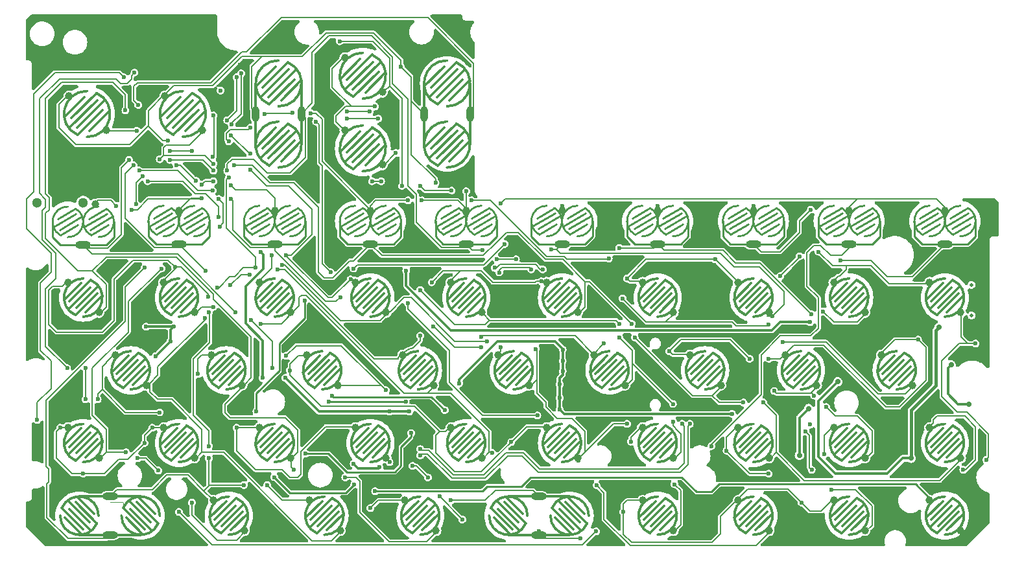
<source format=gbl>
%TF.GenerationSoftware,KiCad,Pcbnew,8.0.5-8.0.5-0~ubuntu24.04.1*%
%TF.CreationDate,2024-10-22T00:13:01+08:00*%
%TF.ProjectId,EL6170_Pro_Max_Plus,454c3631-3730-45f5-9072-6f5f4d61785f,rev?*%
%TF.SameCoordinates,Original*%
%TF.FileFunction,Copper,L2,Bot*%
%TF.FilePolarity,Positive*%
%FSLAX46Y46*%
G04 Gerber Fmt 4.6, Leading zero omitted, Abs format (unit mm)*
G04 Created by KiCad (PCBNEW 8.0.5-8.0.5-0~ubuntu24.04.1) date 2024-10-22 00:13:01*
%MOMM*%
%LPD*%
G01*
G04 APERTURE LIST*
%TA.AperFunction,EtchedComponent*%
%ADD10C,0.380000*%
%TD*%
%TA.AperFunction,EtchedComponent*%
%ADD11C,0.360000*%
%TD*%
%TA.AperFunction,EtchedComponent*%
%ADD12C,0.280000*%
%TD*%
%TA.AperFunction,EtchedComponent*%
%ADD13C,0.200000*%
%TD*%
%TA.AperFunction,ComponentPad*%
%ADD14C,1.300000*%
%TD*%
%TA.AperFunction,ComponentPad*%
%ADD15C,0.500000*%
%TD*%
%TA.AperFunction,HeatsinkPad*%
%ADD16C,0.600000*%
%TD*%
%TA.AperFunction,SMDPad,CuDef*%
%ADD17C,1.000000*%
%TD*%
%TA.AperFunction,SMDPad,CuDef*%
%ADD18O,2.000000X1.000000*%
%TD*%
%TA.AperFunction,SMDPad,CuDef*%
%ADD19O,1.000000X2.000000*%
%TD*%
%TA.AperFunction,ViaPad*%
%ADD20C,0.600000*%
%TD*%
%TA.AperFunction,ViaPad*%
%ADD21C,0.700000*%
%TD*%
%TA.AperFunction,Conductor*%
%ADD22C,0.000000*%
%TD*%
%TA.AperFunction,Conductor*%
%ADD23C,0.360000*%
%TD*%
%TA.AperFunction,Conductor*%
%ADD24C,0.300000*%
%TD*%
%TA.AperFunction,Conductor*%
%ADD25C,0.220000*%
%TD*%
%TA.AperFunction,Conductor*%
%ADD26C,0.400000*%
%TD*%
%TA.AperFunction,Conductor*%
%ADD27C,0.200000*%
%TD*%
%TA.AperFunction,Conductor*%
%ADD28C,0.240000*%
%TD*%
G04 APERTURE END LIST*
D10*
%TO.C,SW35*%
X104271604Y-110996348D02*
X107068397Y-108203652D01*
X104400022Y-110000021D02*
X107196815Y-107207325D01*
X105203185Y-111792675D02*
X107999978Y-108999979D01*
X105311603Y-110816348D02*
X108108396Y-108023652D01*
X105910000Y-107610000D02*
X103810000Y-109710000D01*
X108590000Y-109290000D02*
X106490000Y-111390000D01*
X105203185Y-111792675D02*
G75*
G02*
X106200000Y-107000000I996815J2292675D01*
G01*
X107196815Y-107207325D02*
G75*
G02*
X106200000Y-112000000I-996815J-2292675D01*
G01*
%TO.C,SW18*%
X198071604Y-101496348D02*
X200868397Y-98703652D01*
X198200022Y-100500021D02*
X200996815Y-97707325D01*
X199003185Y-102292675D02*
X201799978Y-99499979D01*
X199111603Y-101316348D02*
X201908396Y-98523652D01*
X199710000Y-98110000D02*
X197610000Y-100210000D01*
X202390000Y-99790000D02*
X200290000Y-101890000D01*
X199003185Y-102292675D02*
G75*
G02*
X200000000Y-97500000I996815J2292675D01*
G01*
X200996815Y-97707325D02*
G75*
G02*
X200000000Y-102500000I-996815J-2292675D01*
G01*
%TO.C,SW52*%
X129571604Y-129996348D02*
X132368397Y-127203652D01*
X129700022Y-129000021D02*
X132496815Y-126207325D01*
X130503185Y-130792675D02*
X133299978Y-127999979D01*
X130611603Y-129816348D02*
X133408396Y-127023652D01*
X131210000Y-126610000D02*
X129110000Y-128710000D01*
X133890000Y-128290000D02*
X131790000Y-130390000D01*
X130503185Y-130792675D02*
G75*
G02*
X131500000Y-126000000I996815J2292675D01*
G01*
X132496815Y-126207325D02*
G75*
G02*
X131500000Y-131000000I-996815J-2292675D01*
G01*
%TO.C,SW51*%
X142071604Y-129996348D02*
X144868397Y-127203652D01*
X142200022Y-129000021D02*
X144996815Y-126207325D01*
X143003185Y-130792675D02*
X145799978Y-127999979D01*
X143111603Y-129816348D02*
X145908396Y-127023652D01*
X143710000Y-126610000D02*
X141610000Y-128710000D01*
X146390000Y-128290000D02*
X144290000Y-130390000D01*
X143003185Y-130792675D02*
G75*
G02*
X144000000Y-126000000I996815J2292675D01*
G01*
X144996815Y-126207325D02*
G75*
G02*
X144000000Y-131000000I-996815J-2292675D01*
G01*
%TO.C,SW50*%
X153207325Y-127503185D02*
X156000021Y-130299978D01*
X154003652Y-126571604D02*
X156796348Y-129368397D01*
X154183652Y-127611603D02*
X156976348Y-130408396D01*
X154999979Y-126700022D02*
X157792675Y-129496815D01*
X155500000Y-126000000D02*
X158600000Y-126000000D01*
X155500000Y-131000000D02*
X158600000Y-131000000D01*
X155710000Y-130890000D02*
X153610000Y-128790000D01*
X157390000Y-128210000D02*
X155290000Y-126110000D01*
X160400000Y-126000000D02*
X163500000Y-126000000D01*
X160400000Y-131000000D02*
X163500000Y-131000000D01*
X161207325Y-127503185D02*
X164000021Y-130299978D01*
X162003652Y-126571604D02*
X164796348Y-129368397D01*
X162183652Y-127611603D02*
X164976348Y-130408396D01*
X162999979Y-126700022D02*
X165792675Y-129496815D01*
X163710000Y-130890000D02*
X161610000Y-128790000D01*
X165390000Y-128210000D02*
X163290000Y-126110000D01*
X153207325Y-127503185D02*
G75*
G02*
X158000000Y-128500000I2292675J-996815D01*
G01*
X157792675Y-129496815D02*
G75*
G02*
X153000000Y-128500000I-2292675J996815D01*
G01*
X161207325Y-127503185D02*
G75*
G02*
X166000000Y-128500000I2292675J-996815D01*
G01*
X165792675Y-129496815D02*
G75*
G02*
X161000000Y-128500000I-2292675J996815D01*
G01*
D11*
%TO.C,SW5*%
X110700000Y-77800000D02*
X114300000Y-74200000D01*
X110960026Y-76520026D02*
X114218415Y-73258565D01*
X111700000Y-77800000D02*
X115300000Y-74200000D01*
X111781611Y-78741461D02*
X115040000Y-75480000D01*
X112650000Y-73800000D02*
X110050000Y-76400000D01*
X115950000Y-75600000D02*
X113350000Y-78200000D01*
X111781585Y-78741435D02*
G75*
G02*
X113000000Y-73000000I1218415J2741435D01*
G01*
X114218415Y-73258565D02*
G75*
G02*
X113000000Y-79000000I-1218415J-2741435D01*
G01*
D10*
%TO.C,SW42*%
X123071604Y-120496348D02*
X125868397Y-117703652D01*
X123200022Y-119500021D02*
X125996815Y-116707325D01*
X124003185Y-121292675D02*
X126799978Y-118499979D01*
X124111603Y-120316348D02*
X126908396Y-117523652D01*
X124710000Y-117110000D02*
X122610000Y-119210000D01*
X127390000Y-118790000D02*
X125290000Y-120890000D01*
X124003185Y-121292675D02*
G75*
G02*
X125000000Y-116500000I996815J2292675D01*
G01*
X125996815Y-116707325D02*
G75*
G02*
X125000000Y-121500000I-996815J-2292675D01*
G01*
D11*
%TO.C,SW4*%
X122500000Y-72000000D02*
X122500000Y-75050000D01*
X122500000Y-80000000D02*
X122500000Y-76950000D01*
X123200000Y-73800000D02*
X126800000Y-70200000D01*
X123200000Y-81800000D02*
X126800000Y-78200000D01*
X123200000Y-81800000D02*
X126800000Y-78200000D01*
X123460026Y-72520026D02*
X126718415Y-69258565D01*
X123460026Y-80520026D02*
X126718415Y-77258565D01*
X123460026Y-80520026D02*
X126718415Y-77258565D01*
X124200000Y-73800000D02*
X127800000Y-70200000D01*
X124200000Y-81800000D02*
X127800000Y-78200000D01*
X124200000Y-81800000D02*
X127800000Y-78200000D01*
X124281611Y-74741461D02*
X127540000Y-71480000D01*
X124281611Y-82741461D02*
X127540000Y-79480000D01*
X124281611Y-82741461D02*
X127540000Y-79480000D01*
X125150000Y-69800000D02*
X122550000Y-72400000D01*
X125150000Y-77800000D02*
X122550000Y-80400000D01*
X125150000Y-77800000D02*
X122550000Y-80400000D01*
X128450000Y-71600000D02*
X125850000Y-74200000D01*
X128450000Y-79600000D02*
X125850000Y-82200000D01*
X128450000Y-79600000D02*
X125850000Y-82200000D01*
X128500000Y-75050000D02*
X128500000Y-72000000D01*
X128500000Y-76950000D02*
X128500000Y-80000000D01*
X124281585Y-74741435D02*
G75*
G02*
X125500000Y-69000000I1218415J2741435D01*
G01*
X124281585Y-82741435D02*
G75*
G02*
X125500000Y-77000000I1218415J2741435D01*
G01*
X124281585Y-82741435D02*
G75*
G02*
X125500000Y-77000000I1218415J2741435D01*
G01*
X126718415Y-69258565D02*
G75*
G02*
X125500000Y-75000000I-1218415J-2741435D01*
G01*
X126718415Y-77258565D02*
G75*
G02*
X125500000Y-83000000I-1218415J-2741435D01*
G01*
X126718415Y-77258565D02*
G75*
G02*
X125500000Y-83000000I-1218415J-2741435D01*
G01*
D10*
%TO.C,SW53*%
X117071604Y-129996348D02*
X119868397Y-127203652D01*
X117200022Y-129000021D02*
X119996815Y-126207325D01*
X118003185Y-130792675D02*
X120799978Y-127999979D01*
X118111603Y-129816348D02*
X120908396Y-127023652D01*
X118710000Y-126610000D02*
X116610000Y-128710000D01*
X121390000Y-128290000D02*
X119290000Y-130390000D01*
X118003185Y-130792675D02*
G75*
G02*
X119000000Y-126000000I996815J2292675D01*
G01*
X119996815Y-126207325D02*
G75*
G02*
X119000000Y-131000000I-996815J-2292675D01*
G01*
D12*
%TO.C,SW11*%
X158500000Y-90000000D02*
X158500000Y-92000000D01*
X158500000Y-92000000D02*
X159500000Y-93000000D01*
X158680000Y-90680000D02*
X161580000Y-88980000D01*
X159200000Y-89600000D02*
X161499445Y-88267629D01*
X159420000Y-91020000D02*
X162320000Y-89320000D01*
X159500000Y-93000000D02*
X161550000Y-93000000D01*
X159500555Y-91732371D02*
X161800000Y-90400000D01*
D13*
X162500000Y-89300000D02*
X162500000Y-89000000D01*
D12*
X162680000Y-90680000D02*
X165580000Y-88980000D01*
X163200000Y-89600000D02*
X165499445Y-88267629D01*
X163420000Y-91020000D02*
X166320000Y-89320000D01*
X163450000Y-93000000D02*
X165500000Y-93000000D01*
X163500555Y-91732371D02*
X165800000Y-90400000D01*
X165500000Y-93000000D02*
X166500000Y-92000000D01*
X166500000Y-92000000D02*
X166500000Y-90000000D01*
X159500555Y-91732371D02*
G75*
G02*
X160500000Y-88000000I999445J1732371D01*
G01*
X161499445Y-88267629D02*
G75*
G02*
X160500000Y-92000001I-999443J-1732372D01*
G01*
X163500555Y-91732371D02*
G75*
G02*
X164500000Y-88000001I999444J1732371D01*
G01*
X165499445Y-88267629D02*
G75*
G02*
X164500000Y-92000001I-999443J-1732372D01*
G01*
D10*
%TO.C,SW32*%
X141771604Y-110996348D02*
X144568397Y-108203652D01*
X141900022Y-110000021D02*
X144696815Y-107207325D01*
X142703185Y-111792675D02*
X145499978Y-108999979D01*
X142811603Y-110816348D02*
X145608396Y-108023652D01*
X143410000Y-107610000D02*
X141310000Y-109710000D01*
X146090000Y-109290000D02*
X143990000Y-111390000D01*
X142703185Y-111792675D02*
G75*
G02*
X143700000Y-107000000I996815J2292675D01*
G01*
X144696815Y-107207325D02*
G75*
G02*
X143700000Y-112000000I-996815J-2292675D01*
G01*
%TO.C,SW29*%
X179271604Y-110996348D02*
X182068397Y-108203652D01*
X179400022Y-110000021D02*
X182196815Y-107207325D01*
X180203185Y-111792675D02*
X182999978Y-108999979D01*
X180311603Y-110816348D02*
X183108396Y-108023652D01*
X180910000Y-107610000D02*
X178810000Y-109710000D01*
X183590000Y-109290000D02*
X181490000Y-111390000D01*
X180203185Y-111792675D02*
G75*
G02*
X181200000Y-107000000I996815J2292675D01*
G01*
X182196815Y-107207325D02*
G75*
G02*
X181200000Y-112000000I-996815J-2292675D01*
G01*
%TO.C,SW46*%
X210571604Y-129996348D02*
X213368397Y-127203652D01*
X210700022Y-129000021D02*
X213496815Y-126207325D01*
X211503185Y-130792675D02*
X214299978Y-127999979D01*
X211611603Y-129816348D02*
X214408396Y-127023652D01*
X212210000Y-126610000D02*
X210110000Y-128710000D01*
X214890000Y-128290000D02*
X212790000Y-130390000D01*
X211503185Y-130792675D02*
G75*
G02*
X212500000Y-126000000I996815J2292675D01*
G01*
X213496815Y-126207325D02*
G75*
G02*
X212500000Y-131000000I-996815J-2292675D01*
G01*
D12*
%TO.C,SW12*%
X146000000Y-90000000D02*
X146000000Y-92000000D01*
X146000000Y-92000000D02*
X147000000Y-93000000D01*
X146180000Y-90680000D02*
X149080000Y-88980000D01*
X146700000Y-89600000D02*
X148999445Y-88267629D01*
X146920000Y-91020000D02*
X149820000Y-89320000D01*
X147000000Y-93000000D02*
X149050000Y-93000000D01*
X147000555Y-91732371D02*
X149300000Y-90400000D01*
D13*
X150000000Y-89300000D02*
X150000000Y-89000000D01*
D12*
X150180000Y-90680000D02*
X153080000Y-88980000D01*
X150700000Y-89600000D02*
X152999445Y-88267629D01*
X150920000Y-91020000D02*
X153820000Y-89320000D01*
X150950000Y-93000000D02*
X153000000Y-93000000D01*
X151000555Y-91732371D02*
X153300000Y-90400000D01*
X153000000Y-93000000D02*
X154000000Y-92000000D01*
X154000000Y-92000000D02*
X154000000Y-90000000D01*
X147000555Y-91732371D02*
G75*
G02*
X148000000Y-88000000I999445J1732371D01*
G01*
X148999445Y-88267629D02*
G75*
G02*
X148000000Y-92000001I-999443J-1732372D01*
G01*
X151000555Y-91732371D02*
G75*
G02*
X152000000Y-88000001I999444J1732371D01*
G01*
X152999445Y-88267629D02*
G75*
G02*
X152000000Y-92000001I-999443J-1732372D01*
G01*
%TO.C,SW8*%
X196000000Y-90000000D02*
X196000000Y-92000000D01*
X196000000Y-92000000D02*
X197000000Y-93000000D01*
X196180000Y-90680000D02*
X199080000Y-88980000D01*
X196700000Y-89600000D02*
X198999445Y-88267629D01*
X196920000Y-91020000D02*
X199820000Y-89320000D01*
X197000000Y-93000000D02*
X199050000Y-93000000D01*
X197000555Y-91732371D02*
X199300000Y-90400000D01*
D13*
X200000000Y-89300000D02*
X200000000Y-89000000D01*
D12*
X200180000Y-90680000D02*
X203080000Y-88980000D01*
X200700000Y-89600000D02*
X202999445Y-88267629D01*
X200920000Y-91020000D02*
X203820000Y-89320000D01*
X200950000Y-93000000D02*
X203000000Y-93000000D01*
X201000555Y-91732371D02*
X203300000Y-90400000D01*
X203000000Y-93000000D02*
X204000000Y-92000000D01*
X204000000Y-92000000D02*
X204000000Y-90000000D01*
X197000555Y-91732371D02*
G75*
G02*
X198000000Y-88000000I999445J1732371D01*
G01*
X198999445Y-88267629D02*
G75*
G02*
X198000000Y-92000001I-999443J-1732372D01*
G01*
X201000555Y-91732371D02*
G75*
G02*
X202000000Y-88000001I999444J1732371D01*
G01*
X202999445Y-88267629D02*
G75*
G02*
X202000000Y-92000001I-999443J-1732372D01*
G01*
D10*
%TO.C,SW26*%
X98071604Y-101496348D02*
X100868397Y-98703652D01*
X98200022Y-100500021D02*
X100996815Y-97707325D01*
X99003185Y-102292675D02*
X101799978Y-99499979D01*
X99111603Y-101316348D02*
X101908396Y-98523652D01*
X99710000Y-98110000D02*
X97610000Y-100210000D01*
X102390000Y-99790000D02*
X100290000Y-101890000D01*
X99003185Y-102292675D02*
G75*
G02*
X100000000Y-97500000I996815J2292675D01*
G01*
X100996815Y-97707325D02*
G75*
G02*
X100000000Y-102500000I-996815J-2292675D01*
G01*
%TO.C,SW33*%
X129271604Y-110996348D02*
X132068397Y-108203652D01*
X129400022Y-110000021D02*
X132196815Y-107207325D01*
X130203185Y-111792675D02*
X132999978Y-108999979D01*
X130311603Y-110816348D02*
X133108396Y-108023652D01*
X130910000Y-107610000D02*
X128810000Y-109710000D01*
X133590000Y-109290000D02*
X131490000Y-111390000D01*
X130203185Y-111792675D02*
G75*
G02*
X131200000Y-107000000I996815J2292675D01*
G01*
X132196815Y-107207325D02*
G75*
G02*
X131200000Y-112000000I-996815J-2292675D01*
G01*
%TO.C,SW44*%
X98071604Y-120496348D02*
X100868397Y-117703652D01*
X98200022Y-119500021D02*
X100996815Y-116707325D01*
X99003185Y-121292675D02*
X101799978Y-118499979D01*
X99111603Y-120316348D02*
X101908396Y-117523652D01*
X99710000Y-117110000D02*
X97610000Y-119210000D01*
X102390000Y-118790000D02*
X100290000Y-120890000D01*
X99003185Y-121292675D02*
G75*
G02*
X100000000Y-116500000I996815J2292675D01*
G01*
X100996815Y-116707325D02*
G75*
G02*
X100000000Y-121500000I-996815J-2292675D01*
G01*
%TO.C,SW28*%
X191771604Y-110996348D02*
X194568397Y-108203652D01*
X191900022Y-110000021D02*
X194696815Y-107207325D01*
X192703185Y-111792675D02*
X195499978Y-108999979D01*
X192811603Y-110816348D02*
X195608396Y-108023652D01*
X193410000Y-107610000D02*
X191310000Y-109710000D01*
X196090000Y-109290000D02*
X193990000Y-111390000D01*
X192703185Y-111792675D02*
G75*
G02*
X193700000Y-107000000I996815J2292675D01*
G01*
X194696815Y-107207325D02*
G75*
G02*
X193700000Y-112000000I-996815J-2292675D01*
G01*
%TO.C,SW43*%
X110571604Y-120496348D02*
X113368397Y-117703652D01*
X110700022Y-119500021D02*
X113496815Y-116707325D01*
X111503185Y-121292675D02*
X114299978Y-118499979D01*
X111611603Y-120316348D02*
X114408396Y-117523652D01*
X112210000Y-117110000D02*
X110110000Y-119210000D01*
X114890000Y-118790000D02*
X112790000Y-120890000D01*
X111503185Y-121292675D02*
G75*
G02*
X112500000Y-116500000I996815J2292675D01*
G01*
X113496815Y-116707325D02*
G75*
G02*
X112500000Y-121500000I-996815J-2292675D01*
G01*
%TO.C,SW22*%
X148071604Y-101496348D02*
X150868397Y-98703652D01*
X148200022Y-100500021D02*
X150996815Y-97707325D01*
X149003185Y-102292675D02*
X151799978Y-99499979D01*
X149111603Y-101316348D02*
X151908396Y-98523652D01*
X149710000Y-98110000D02*
X147610000Y-100210000D01*
X152390000Y-99790000D02*
X150290000Y-101890000D01*
X149003185Y-102292675D02*
G75*
G02*
X150000000Y-97500000I996815J2292675D01*
G01*
X150996815Y-97707325D02*
G75*
G02*
X150000000Y-102500000I-996815J-2292675D01*
G01*
%TO.C,SW49*%
X173071604Y-129996348D02*
X175868397Y-127203652D01*
X173200022Y-129000021D02*
X175996815Y-126207325D01*
X174003185Y-130792675D02*
X176799978Y-127999979D01*
X174111603Y-129816348D02*
X176908396Y-127023652D01*
X174710000Y-126610000D02*
X172610000Y-128710000D01*
X177390000Y-128290000D02*
X175290000Y-130390000D01*
X174003185Y-130792675D02*
G75*
G02*
X175000000Y-126000000I996815J2292675D01*
G01*
X175996815Y-126207325D02*
G75*
G02*
X175000000Y-131000000I-996815J-2292675D01*
G01*
%TO.C,SW36*%
X198071604Y-120496348D02*
X200868397Y-117703652D01*
X198200022Y-119500021D02*
X200996815Y-116707325D01*
X199003185Y-121292675D02*
X201799978Y-118499979D01*
X199111603Y-120316348D02*
X201908396Y-117523652D01*
X199710000Y-117110000D02*
X197610000Y-119210000D01*
X202390000Y-118790000D02*
X200290000Y-120890000D01*
X199003185Y-121292675D02*
G75*
G02*
X200000000Y-116500000I996815J2292675D01*
G01*
X200996815Y-116707325D02*
G75*
G02*
X200000000Y-121500000I-996815J-2292675D01*
G01*
D11*
%TO.C,SW2*%
X134200000Y-72800000D02*
X137800000Y-69200000D01*
X134460026Y-71520026D02*
X137718415Y-68258565D01*
X135200000Y-72800000D02*
X138800000Y-69200000D01*
X135281611Y-73741461D02*
X138540000Y-70480000D01*
X136150000Y-68800000D02*
X133550000Y-71400000D01*
X139450000Y-70600000D02*
X136850000Y-73200000D01*
X135281585Y-73741435D02*
G75*
G02*
X136500000Y-68000000I1218415J2741435D01*
G01*
X137718415Y-68258565D02*
G75*
G02*
X136500000Y-74000000I-1218415J-2741435D01*
G01*
D12*
%TO.C,SW13*%
X133500000Y-90000000D02*
X133500000Y-92000000D01*
X133500000Y-92000000D02*
X134500000Y-93000000D01*
X133680000Y-90680000D02*
X136580000Y-88980000D01*
X134200000Y-89600000D02*
X136499445Y-88267629D01*
X134420000Y-91020000D02*
X137320000Y-89320000D01*
X134500000Y-93000000D02*
X136550000Y-93000000D01*
X134500555Y-91732371D02*
X136800000Y-90400000D01*
D13*
X137500000Y-89300000D02*
X137500000Y-89000000D01*
D12*
X137680000Y-90680000D02*
X140580000Y-88980000D01*
X138200000Y-89600000D02*
X140499445Y-88267629D01*
X138420000Y-91020000D02*
X141320000Y-89320000D01*
X138450000Y-93000000D02*
X140500000Y-93000000D01*
X138500555Y-91732371D02*
X140800000Y-90400000D01*
X140500000Y-93000000D02*
X141500000Y-92000000D01*
X141500000Y-92000000D02*
X141500000Y-90000000D01*
X134500555Y-91732371D02*
G75*
G02*
X135500000Y-88000000I999445J1732371D01*
G01*
X136499445Y-88267629D02*
G75*
G02*
X135500000Y-92000001I-999443J-1732372D01*
G01*
X138500555Y-91732371D02*
G75*
G02*
X139500000Y-88000001I999444J1732371D01*
G01*
X140499445Y-88267629D02*
G75*
G02*
X139500000Y-92000001I-999443J-1732372D01*
G01*
%TO.C,SW7*%
X208500000Y-90000000D02*
X208500000Y-92000000D01*
X208500000Y-92000000D02*
X209500000Y-93000000D01*
X208680000Y-90680000D02*
X211580000Y-88980000D01*
X209200000Y-89600000D02*
X211499445Y-88267629D01*
X209420000Y-91020000D02*
X212320000Y-89320000D01*
X209500000Y-93000000D02*
X211550000Y-93000000D01*
X209500555Y-91732371D02*
X211800000Y-90400000D01*
D13*
X212500000Y-89300000D02*
X212500000Y-89000000D01*
D12*
X212680000Y-90680000D02*
X215580000Y-88980000D01*
X213200000Y-89600000D02*
X215499445Y-88267629D01*
X213420000Y-91020000D02*
X216320000Y-89320000D01*
X213450000Y-93000000D02*
X215500000Y-93000000D01*
X213500555Y-91732371D02*
X215800000Y-90400000D01*
X215500000Y-93000000D02*
X216500000Y-92000000D01*
X216500000Y-92000000D02*
X216500000Y-90000000D01*
X209500555Y-91732371D02*
G75*
G02*
X210500000Y-88000000I999445J1732371D01*
G01*
X211499445Y-88267629D02*
G75*
G02*
X210500000Y-92000001I-999443J-1732372D01*
G01*
X213500555Y-91732371D02*
G75*
G02*
X214500000Y-88000001I999444J1732371D01*
G01*
X215499445Y-88267629D02*
G75*
G02*
X214500000Y-92000001I-999443J-1732372D01*
G01*
D10*
%TO.C,SW54*%
X97207325Y-127503185D02*
X100000021Y-130299978D01*
X98003652Y-126571604D02*
X100796348Y-129368397D01*
X98183652Y-127611603D02*
X100976348Y-130408396D01*
X98999979Y-126700022D02*
X101792675Y-129496815D01*
X99500000Y-126000000D02*
X102600000Y-126000000D01*
X99500000Y-131000000D02*
X102600000Y-131000000D01*
X99710000Y-130890000D02*
X97610000Y-128790000D01*
X101390000Y-128210000D02*
X99290000Y-126110000D01*
X104400000Y-126000000D02*
X107500000Y-126000000D01*
X104400000Y-131000000D02*
X107500000Y-131000000D01*
X105207325Y-127503185D02*
X108000021Y-130299978D01*
X106003652Y-126571604D02*
X108796348Y-129368397D01*
X106183652Y-127611603D02*
X108976348Y-130408396D01*
X106999979Y-126700022D02*
X109792675Y-129496815D01*
X107710000Y-130890000D02*
X105610000Y-128790000D01*
X109390000Y-128210000D02*
X107290000Y-126110000D01*
X97207325Y-127503185D02*
G75*
G02*
X102000000Y-128500000I2292675J-996815D01*
G01*
X101792675Y-129496815D02*
G75*
G02*
X97000000Y-128500000I-2292675J996815D01*
G01*
X105207325Y-127503185D02*
G75*
G02*
X110000000Y-128500000I2292675J-996815D01*
G01*
X109792675Y-129496815D02*
G75*
G02*
X105000000Y-128500000I-2292675J996815D01*
G01*
%TO.C,SW37*%
X185571604Y-120496348D02*
X188368397Y-117703652D01*
X185700022Y-119500021D02*
X188496815Y-116707325D01*
X186503185Y-121292675D02*
X189299978Y-118499979D01*
X186611603Y-120316348D02*
X189408396Y-117523652D01*
X187210000Y-117110000D02*
X185110000Y-119210000D01*
X189890000Y-118790000D02*
X187790000Y-120890000D01*
X186503185Y-121292675D02*
G75*
G02*
X187500000Y-116500000I996815J2292675D01*
G01*
X188496815Y-116707325D02*
G75*
G02*
X187500000Y-121500000I-996815J-2292675D01*
G01*
D11*
%TO.C,SW1*%
X144500000Y-72000000D02*
X144500000Y-75050000D01*
X144500000Y-80000000D02*
X144500000Y-76950000D01*
X145200000Y-73800000D02*
X148800000Y-70200000D01*
X145200000Y-81800000D02*
X148800000Y-78200000D01*
X145200000Y-81800000D02*
X148800000Y-78200000D01*
X145460026Y-72520026D02*
X148718415Y-69258565D01*
X145460026Y-80520026D02*
X148718415Y-77258565D01*
X145460026Y-80520026D02*
X148718415Y-77258565D01*
X146200000Y-73800000D02*
X149800000Y-70200000D01*
X146200000Y-81800000D02*
X149800000Y-78200000D01*
X146200000Y-81800000D02*
X149800000Y-78200000D01*
X146281611Y-74741461D02*
X149540000Y-71480000D01*
X146281611Y-82741461D02*
X149540000Y-79480000D01*
X146281611Y-82741461D02*
X149540000Y-79480000D01*
X147150000Y-69800000D02*
X144550000Y-72400000D01*
X147150000Y-77800000D02*
X144550000Y-80400000D01*
X147150000Y-77800000D02*
X144550000Y-80400000D01*
X150450000Y-71600000D02*
X147850000Y-74200000D01*
X150450000Y-79600000D02*
X147850000Y-82200000D01*
X150450000Y-79600000D02*
X147850000Y-82200000D01*
X150500000Y-75050000D02*
X150500000Y-72000000D01*
X150500000Y-76950000D02*
X150500000Y-80000000D01*
X146281585Y-74741435D02*
G75*
G02*
X147500000Y-69000000I1218415J2741435D01*
G01*
X146281585Y-82741435D02*
G75*
G02*
X147500000Y-77000000I1218415J2741435D01*
G01*
X146281585Y-82741435D02*
G75*
G02*
X147500000Y-77000000I1218415J2741435D01*
G01*
X148718415Y-69258565D02*
G75*
G02*
X147500000Y-75000000I-1218415J-2741435D01*
G01*
X148718415Y-77258565D02*
G75*
G02*
X147500000Y-83000000I-1218415J-2741435D01*
G01*
X148718415Y-77258565D02*
G75*
G02*
X147500000Y-83000000I-1218415J-2741435D01*
G01*
D12*
%TO.C,SW16*%
X96000000Y-90100000D02*
X96000000Y-92100000D01*
X96000000Y-92100000D02*
X97000000Y-93100000D01*
X96180000Y-90780000D02*
X99080000Y-89080000D01*
X96700000Y-89700000D02*
X98999445Y-88367629D01*
X96920000Y-91120000D02*
X99820000Y-89420000D01*
X97000000Y-93100000D02*
X99050000Y-93100000D01*
X97000555Y-91832371D02*
X99300000Y-90500000D01*
X100180000Y-90780000D02*
X103080000Y-89080000D01*
X100700000Y-89700000D02*
X102999445Y-88367629D01*
X100920000Y-91120000D02*
X103820000Y-89420000D01*
X100950000Y-93100000D02*
X103000000Y-93100000D01*
X101000555Y-91832371D02*
X103300000Y-90500000D01*
X103000000Y-93100000D02*
X104000000Y-92100000D01*
X104000000Y-92100000D02*
X104000000Y-90100000D01*
X97000555Y-91832371D02*
G75*
G02*
X98000000Y-88100000I999445J1732371D01*
G01*
X98999445Y-88367629D02*
G75*
G02*
X98000000Y-92100001I-999443J-1732372D01*
G01*
X101000555Y-91832371D02*
G75*
G02*
X102000000Y-88100001I999444J1732371D01*
G01*
X102999445Y-88367629D02*
G75*
G02*
X102000000Y-92100001I-999443J-1732372D01*
G01*
D10*
%TO.C,SW39*%
X160571604Y-120496348D02*
X163368397Y-117703652D01*
X160700022Y-119500021D02*
X163496815Y-116707325D01*
X161503185Y-121292675D02*
X164299978Y-118499979D01*
X161611603Y-120316348D02*
X164408396Y-117523652D01*
X162210000Y-117110000D02*
X160110000Y-119210000D01*
X164890000Y-118790000D02*
X162790000Y-120890000D01*
X161503185Y-121292675D02*
G75*
G02*
X162500000Y-116500000I996815J2292675D01*
G01*
X163496815Y-116707325D02*
G75*
G02*
X162500000Y-121500000I-996815J-2292675D01*
G01*
D11*
%TO.C,SW6*%
X98200000Y-77800000D02*
X101800000Y-74200000D01*
X98460026Y-76520026D02*
X101718415Y-73258565D01*
X99200000Y-77800000D02*
X102800000Y-74200000D01*
X99281611Y-78741461D02*
X102540000Y-75480000D01*
X100150000Y-73800000D02*
X97550000Y-76400000D01*
X103450000Y-75600000D02*
X100850000Y-78200000D01*
X99281585Y-78741435D02*
G75*
G02*
X100500000Y-73000000I1218415J2741435D01*
G01*
X101718415Y-73258565D02*
G75*
G02*
X100500000Y-79000000I-1218415J-2741435D01*
G01*
D10*
%TO.C,SW24*%
X123071604Y-101496348D02*
X125868397Y-98703652D01*
X123200022Y-100500021D02*
X125996815Y-97707325D01*
X124003185Y-102292675D02*
X126799978Y-99499979D01*
X124111603Y-101316348D02*
X126908396Y-98523652D01*
X124710000Y-98110000D02*
X122610000Y-100210000D01*
X127390000Y-99790000D02*
X125290000Y-101890000D01*
X124003185Y-102292675D02*
G75*
G02*
X125000000Y-97500000I996815J2292675D01*
G01*
X125996815Y-97707325D02*
G75*
G02*
X125000000Y-102500000I-996815J-2292675D01*
G01*
%TO.C,SW31*%
X154271604Y-110996348D02*
X157068397Y-108203652D01*
X154400022Y-110000021D02*
X157196815Y-107207325D01*
X155203185Y-111792675D02*
X157999978Y-108999979D01*
X155311603Y-110816348D02*
X158108396Y-108023652D01*
X155910000Y-107610000D02*
X153810000Y-109710000D01*
X158590000Y-109290000D02*
X156490000Y-111390000D01*
X155203185Y-111792675D02*
G75*
G02*
X156200000Y-107000000I996815J2292675D01*
G01*
X157196815Y-107207325D02*
G75*
G02*
X156200000Y-112000000I-996815J-2292675D01*
G01*
%TO.C,SW20*%
X173071604Y-101496348D02*
X175868397Y-98703652D01*
X173200022Y-100500021D02*
X175996815Y-97707325D01*
X174003185Y-102292675D02*
X176799978Y-99499979D01*
X174111603Y-101316348D02*
X176908396Y-98523652D01*
X174710000Y-98110000D02*
X172610000Y-100210000D01*
X177390000Y-99790000D02*
X175290000Y-101890000D01*
X174003185Y-102292675D02*
G75*
G02*
X175000000Y-97500000I996815J2292675D01*
G01*
X175996815Y-97707325D02*
G75*
G02*
X175000000Y-102500000I-996815J-2292675D01*
G01*
%TO.C,SW17*%
X210571604Y-101496348D02*
X213368397Y-98703652D01*
X210700022Y-100500021D02*
X213496815Y-97707325D01*
X211503185Y-102292675D02*
X214299978Y-99499979D01*
X211611603Y-101316348D02*
X214408396Y-98523652D01*
X212210000Y-98110000D02*
X210110000Y-100210000D01*
X214890000Y-99790000D02*
X212790000Y-101890000D01*
X211503185Y-102292675D02*
G75*
G02*
X212500000Y-97500000I996815J2292675D01*
G01*
X213496815Y-97707325D02*
G75*
G02*
X212500000Y-102500000I-996815J-2292675D01*
G01*
%TO.C,SW23*%
X135571604Y-101496348D02*
X138368397Y-98703652D01*
X135700022Y-100500021D02*
X138496815Y-97707325D01*
X136503185Y-102292675D02*
X139299978Y-99499979D01*
X136611603Y-101316348D02*
X139408396Y-98523652D01*
X137210000Y-98110000D02*
X135110000Y-100210000D01*
X139890000Y-99790000D02*
X137790000Y-101890000D01*
X136503185Y-102292675D02*
G75*
G02*
X137500000Y-97500000I996815J2292675D01*
G01*
X138496815Y-97707325D02*
G75*
G02*
X137500000Y-102500000I-996815J-2292675D01*
G01*
%TO.C,SW41*%
X135571604Y-120496348D02*
X138368397Y-117703652D01*
X135700022Y-119500021D02*
X138496815Y-116707325D01*
X136503185Y-121292675D02*
X139299978Y-118499979D01*
X136611603Y-120316348D02*
X139408396Y-117523652D01*
X137210000Y-117110000D02*
X135110000Y-119210000D01*
X139890000Y-118790000D02*
X137790000Y-120890000D01*
X136503185Y-121292675D02*
G75*
G02*
X137500000Y-116500000I996815J2292675D01*
G01*
X138496815Y-116707325D02*
G75*
G02*
X137500000Y-121500000I-996815J-2292675D01*
G01*
%TO.C,SW38*%
X173071604Y-120496348D02*
X175868397Y-117703652D01*
X173200022Y-119500021D02*
X175996815Y-116707325D01*
X174003185Y-121292675D02*
X176799978Y-118499979D01*
X174111603Y-120316348D02*
X176908396Y-117523652D01*
X174710000Y-117110000D02*
X172610000Y-119210000D01*
X177390000Y-118790000D02*
X175290000Y-120890000D01*
X174003185Y-121292675D02*
G75*
G02*
X175000000Y-116500000I996815J2292675D01*
G01*
X175996815Y-116707325D02*
G75*
G02*
X175000000Y-121500000I-996815J-2292675D01*
G01*
%TO.C,SW45*%
X210571604Y-120496348D02*
X213368397Y-117703652D01*
X210700022Y-119500021D02*
X213496815Y-116707325D01*
X211503185Y-121292675D02*
X214299978Y-118499979D01*
X211611603Y-120316348D02*
X214408396Y-117523652D01*
X212210000Y-117110000D02*
X210110000Y-119210000D01*
X214890000Y-118790000D02*
X212790000Y-120890000D01*
X211503185Y-121292675D02*
G75*
G02*
X212500000Y-116500000I996815J2292675D01*
G01*
X213496815Y-116707325D02*
G75*
G02*
X212500000Y-121500000I-996815J-2292675D01*
G01*
%TO.C,SW19*%
X185571604Y-101496348D02*
X188368397Y-98703652D01*
X185700022Y-100500021D02*
X188496815Y-97707325D01*
X186503185Y-102292675D02*
X189299978Y-99499979D01*
X186611603Y-101316348D02*
X189408396Y-98523652D01*
X187210000Y-98110000D02*
X185110000Y-100210000D01*
X189890000Y-99790000D02*
X187790000Y-101890000D01*
X186503185Y-102292675D02*
G75*
G02*
X187500000Y-97500000I996815J2292675D01*
G01*
X188496815Y-97707325D02*
G75*
G02*
X187500000Y-102500000I-996815J-2292675D01*
G01*
D12*
%TO.C,SW14*%
X121000000Y-90000000D02*
X121000000Y-92000000D01*
X121000000Y-92000000D02*
X122000000Y-93000000D01*
X121180000Y-90680000D02*
X124080000Y-88980000D01*
X121700000Y-89600000D02*
X123999445Y-88267629D01*
X121920000Y-91020000D02*
X124820000Y-89320000D01*
X122000000Y-93000000D02*
X124050000Y-93000000D01*
X122000555Y-91732371D02*
X124300000Y-90400000D01*
D13*
X125000000Y-89300000D02*
X125000000Y-89000000D01*
D12*
X125180000Y-90680000D02*
X128080000Y-88980000D01*
X125700000Y-89600000D02*
X127999445Y-88267629D01*
X125920000Y-91020000D02*
X128820000Y-89320000D01*
X125950000Y-93000000D02*
X128000000Y-93000000D01*
X126000555Y-91732371D02*
X128300000Y-90400000D01*
X128000000Y-93000000D02*
X129000000Y-92000000D01*
X129000000Y-92000000D02*
X129000000Y-90000000D01*
X122000555Y-91732371D02*
G75*
G02*
X123000000Y-88000000I999445J1732371D01*
G01*
X123999445Y-88267629D02*
G75*
G02*
X123000000Y-92000001I-999443J-1732372D01*
G01*
X126000555Y-91732371D02*
G75*
G02*
X127000000Y-88000001I999444J1732371D01*
G01*
X127999445Y-88267629D02*
G75*
G02*
X127000000Y-92000001I-999443J-1732372D01*
G01*
D10*
%TO.C,SW21*%
X160571604Y-101496348D02*
X163368397Y-98703652D01*
X160700022Y-100500021D02*
X163496815Y-97707325D01*
X161503185Y-102292675D02*
X164299978Y-99499979D01*
X161611603Y-101316348D02*
X164408396Y-98523652D01*
X162210000Y-98110000D02*
X160110000Y-100210000D01*
X164890000Y-99790000D02*
X162790000Y-101890000D01*
X161503185Y-102292675D02*
G75*
G02*
X162500000Y-97500000I996815J2292675D01*
G01*
X163496815Y-97707325D02*
G75*
G02*
X162500000Y-102500000I-996815J-2292675D01*
G01*
%TO.C,SW47*%
X198071604Y-129996348D02*
X200868397Y-127203652D01*
X198200022Y-129000021D02*
X200996815Y-126207325D01*
X199003185Y-130792675D02*
X201799978Y-127999979D01*
X199111603Y-129816348D02*
X201908396Y-127023652D01*
X199710000Y-126610000D02*
X197610000Y-128710000D01*
X202390000Y-128290000D02*
X200290000Y-130390000D01*
X199003185Y-130792675D02*
G75*
G02*
X200000000Y-126000000I996815J2292675D01*
G01*
X200996815Y-126207325D02*
G75*
G02*
X200000000Y-131000000I-996815J-2292675D01*
G01*
%TO.C,SW30*%
X166771604Y-110996348D02*
X169568397Y-108203652D01*
X166900022Y-110000021D02*
X169696815Y-107207325D01*
X167703185Y-111792675D02*
X170499978Y-108999979D01*
X167811603Y-110816348D02*
X170608396Y-108023652D01*
X168410000Y-107610000D02*
X166310000Y-109710000D01*
X171090000Y-109290000D02*
X168990000Y-111390000D01*
X167703185Y-111792675D02*
G75*
G02*
X168700000Y-107000000I996815J2292675D01*
G01*
X169696815Y-107207325D02*
G75*
G02*
X168700000Y-112000000I-996815J-2292675D01*
G01*
D12*
%TO.C,SW9*%
X183500000Y-90000000D02*
X183500000Y-92000000D01*
X183500000Y-92000000D02*
X184500000Y-93000000D01*
X183680000Y-90680000D02*
X186580000Y-88980000D01*
X184200000Y-89600000D02*
X186499445Y-88267629D01*
X184420000Y-91020000D02*
X187320000Y-89320000D01*
X184500000Y-93000000D02*
X186550000Y-93000000D01*
X184500555Y-91732371D02*
X186800000Y-90400000D01*
D13*
X187500000Y-89300000D02*
X187500000Y-89000000D01*
D12*
X187680000Y-90680000D02*
X190580000Y-88980000D01*
X188200000Y-89600000D02*
X190499445Y-88267629D01*
X188420000Y-91020000D02*
X191320000Y-89320000D01*
X188450000Y-93000000D02*
X190500000Y-93000000D01*
X188500555Y-91732371D02*
X190800000Y-90400000D01*
X190500000Y-93000000D02*
X191500000Y-92000000D01*
X191500000Y-92000000D02*
X191500000Y-90000000D01*
X184500555Y-91732371D02*
G75*
G02*
X185500000Y-88000000I999445J1732371D01*
G01*
X186499445Y-88267629D02*
G75*
G02*
X185500000Y-92000001I-999443J-1732372D01*
G01*
X188500555Y-91732371D02*
G75*
G02*
X189500000Y-88000001I999444J1732371D01*
G01*
X190499445Y-88267629D02*
G75*
G02*
X189500000Y-92000001I-999443J-1732372D01*
G01*
%TO.C,SW10*%
X171000000Y-90000000D02*
X171000000Y-92000000D01*
X171000000Y-92000000D02*
X172000000Y-93000000D01*
X171180000Y-90680000D02*
X174080000Y-88980000D01*
X171700000Y-89600000D02*
X173999445Y-88267629D01*
X171920000Y-91020000D02*
X174820000Y-89320000D01*
X172000000Y-93000000D02*
X174050000Y-93000000D01*
X172000555Y-91732371D02*
X174300000Y-90400000D01*
D13*
X175000000Y-89300000D02*
X175000000Y-89000000D01*
D12*
X175180000Y-90680000D02*
X178080000Y-88980000D01*
X175700000Y-89600000D02*
X177999445Y-88267629D01*
X175920000Y-91020000D02*
X178820000Y-89320000D01*
X175950000Y-93000000D02*
X178000000Y-93000000D01*
X176000555Y-91732371D02*
X178300000Y-90400000D01*
X178000000Y-93000000D02*
X179000000Y-92000000D01*
X179000000Y-92000000D02*
X179000000Y-90000000D01*
X172000555Y-91732371D02*
G75*
G02*
X173000000Y-88000000I999445J1732371D01*
G01*
X173999445Y-88267629D02*
G75*
G02*
X173000000Y-92000001I-999443J-1732372D01*
G01*
X176000555Y-91732371D02*
G75*
G02*
X177000000Y-88000001I999444J1732371D01*
G01*
X177999445Y-88267629D02*
G75*
G02*
X177000000Y-92000001I-999443J-1732372D01*
G01*
D10*
%TO.C,SW25*%
X110571604Y-101496348D02*
X113368397Y-98703652D01*
X110700022Y-100500021D02*
X113496815Y-97707325D01*
X111503185Y-102292675D02*
X114299978Y-99499979D01*
X111611603Y-101316348D02*
X114408396Y-98523652D01*
X112210000Y-98110000D02*
X110110000Y-100210000D01*
X114890000Y-99790000D02*
X112790000Y-101890000D01*
X111503185Y-102292675D02*
G75*
G02*
X112500000Y-97500000I996815J2292675D01*
G01*
X113496815Y-97707325D02*
G75*
G02*
X112500000Y-102500000I-996815J-2292675D01*
G01*
D11*
%TO.C,SW3*%
X134200000Y-82300000D02*
X137800000Y-78700000D01*
X134460026Y-81020026D02*
X137718415Y-77758565D01*
X135200000Y-82300000D02*
X138800000Y-78700000D01*
X135281611Y-83241461D02*
X138540000Y-79980000D01*
X136150000Y-78300000D02*
X133550000Y-80900000D01*
X139450000Y-80100000D02*
X136850000Y-82700000D01*
X135281585Y-83241435D02*
G75*
G02*
X136500000Y-77500000I1218415J2741435D01*
G01*
X137718415Y-77758565D02*
G75*
G02*
X136500000Y-83500000I-1218415J-2741435D01*
G01*
D10*
%TO.C,SW34*%
X116771604Y-110996348D02*
X119568397Y-108203652D01*
X116900022Y-110000021D02*
X119696815Y-107207325D01*
X117703185Y-111792675D02*
X120499978Y-108999979D01*
X117811603Y-110816348D02*
X120608396Y-108023652D01*
X118410000Y-107610000D02*
X116310000Y-109710000D01*
X121090000Y-109290000D02*
X118990000Y-111390000D01*
X117703185Y-111792675D02*
G75*
G02*
X118700000Y-107000000I996815J2292675D01*
G01*
X119696815Y-107207325D02*
G75*
G02*
X118700000Y-112000000I-996815J-2292675D01*
G01*
%TO.C,SW40*%
X148071604Y-120496348D02*
X150868397Y-117703652D01*
X148200022Y-119500021D02*
X150996815Y-116707325D01*
X149003185Y-121292675D02*
X151799978Y-118499979D01*
X149111603Y-120316348D02*
X151908396Y-117523652D01*
X149710000Y-117110000D02*
X147610000Y-119210000D01*
X152390000Y-118790000D02*
X150290000Y-120890000D01*
X149003185Y-121292675D02*
G75*
G02*
X150000000Y-116500000I996815J2292675D01*
G01*
X150996815Y-116707325D02*
G75*
G02*
X150000000Y-121500000I-996815J-2292675D01*
G01*
D12*
%TO.C,SW15*%
X108500000Y-90000000D02*
X108500000Y-92000000D01*
X108500000Y-92000000D02*
X109500000Y-93000000D01*
X108680000Y-90680000D02*
X111580000Y-88980000D01*
X109200000Y-89600000D02*
X111499445Y-88267629D01*
X109420000Y-91020000D02*
X112320000Y-89320000D01*
X109500000Y-93000000D02*
X111550000Y-93000000D01*
X109500555Y-91732371D02*
X111800000Y-90400000D01*
D13*
X112500000Y-89300000D02*
X112500000Y-89000000D01*
D12*
X112680000Y-90680000D02*
X115580000Y-88980000D01*
X113200000Y-89600000D02*
X115499445Y-88267629D01*
X113420000Y-91020000D02*
X116320000Y-89320000D01*
X113450000Y-93000000D02*
X115500000Y-93000000D01*
X113500555Y-91732371D02*
X115800000Y-90400000D01*
X115500000Y-93000000D02*
X116500000Y-92000000D01*
X116500000Y-92000000D02*
X116500000Y-90000000D01*
X109500555Y-91732371D02*
G75*
G02*
X110500000Y-88000000I999445J1732371D01*
G01*
X111499445Y-88267629D02*
G75*
G02*
X110500000Y-92000001I-999443J-1732372D01*
G01*
X113500555Y-91732371D02*
G75*
G02*
X114500000Y-88000001I999444J1732371D01*
G01*
X115499445Y-88267629D02*
G75*
G02*
X114500000Y-92000001I-999443J-1732372D01*
G01*
D10*
%TO.C,SW48*%
X185571604Y-129996348D02*
X188368397Y-127203652D01*
X185700022Y-129000021D02*
X188496815Y-126207325D01*
X186503185Y-130792675D02*
X189299978Y-127999979D01*
X186611603Y-129816348D02*
X189408396Y-127023652D01*
X187210000Y-126610000D02*
X185110000Y-128710000D01*
X189890000Y-128290000D02*
X187790000Y-130390000D01*
X186503185Y-130792675D02*
G75*
G02*
X187500000Y-126000000I996815J2292675D01*
G01*
X188496815Y-126207325D02*
G75*
G02*
X187500000Y-131000000I-996815J-2292675D01*
G01*
%TO.C,SW27*%
X204271604Y-110996348D02*
X207068397Y-108203652D01*
X204400022Y-110000021D02*
X207196815Y-107207325D01*
X205203185Y-111792675D02*
X207999978Y-108999979D01*
X205311603Y-110816348D02*
X208108396Y-108023652D01*
X205910000Y-107610000D02*
X203810000Y-109710000D01*
X208590000Y-109290000D02*
X206490000Y-111390000D01*
X205203185Y-111792675D02*
G75*
G02*
X206200000Y-107000000I996815J2292675D01*
G01*
X207196815Y-107207325D02*
G75*
G02*
X206200000Y-112000000I-996815J-2292675D01*
G01*
%TD*%
D14*
%TO.P,Audio1,*%
%TO.N,*%
X94000000Y-87600000D03*
X100000000Y-87600000D03*
%TD*%
D15*
%TO.P,USB1,*%
%TO.N,*%
X215970000Y-102330000D03*
X215970000Y-98330000D03*
%TD*%
D16*
%TO.P,U13,41,GND*%
%TO.N,GND*%
X141895606Y-105500000D03*
X141895606Y-104100000D03*
X141195606Y-106200000D03*
X141195606Y-104800000D03*
X141195606Y-103400000D03*
X140495606Y-105500000D03*
X140495606Y-104100000D03*
X139795606Y-106200000D03*
X139795606Y-104800000D03*
X139795606Y-103400000D03*
X139095606Y-105500000D03*
X139095606Y-104100000D03*
%TD*%
D17*
%TO.P,SW35,1,1*%
%TO.N,KEY_COL2*%
X108250000Y-111450000D03*
%TO.P,SW35,2,2*%
%TO.N,KEY_ROW4*%
X104200000Y-107500000D03*
%TD*%
%TO.P,SW18,1,1*%
%TO.N,KEY_COL1*%
X202050000Y-101950000D03*
%TO.P,SW18,2,2*%
%TO.N,KEY_ROW2*%
X198000000Y-98000000D03*
%TD*%
%TO.P,SW52,1,1*%
%TO.N,KEY_COL2*%
X133550000Y-130450000D03*
%TO.P,SW52,2,2*%
%TO.N,KEY_ROW6*%
X129500000Y-126500000D03*
%TD*%
%TO.P,SW51,1,1*%
%TO.N,KEY_COL1*%
X146050000Y-130450000D03*
%TO.P,SW51,2,2*%
%TO.N,KEY_ROW6*%
X142000000Y-126500000D03*
%TD*%
D18*
%TO.P,SW50,1,1*%
%TO.N,KEY_COL0*%
X159500000Y-131000000D03*
%TO.P,SW50,2,2*%
%TO.N,KEY_ROW6*%
X159500000Y-126000000D03*
%TD*%
D17*
%TO.P,SW5,1,1*%
%TO.N,KEY_COL4*%
X115550000Y-78150000D03*
%TO.P,SW5,2,2*%
%TO.N,KEY_ROW0*%
X110650000Y-73650000D03*
%TD*%
%TO.P,SW42,1,1*%
%TO.N,KEY_COL1*%
X127050000Y-120950000D03*
%TO.P,SW42,2,2*%
%TO.N,KEY_ROW5*%
X123000000Y-117000000D03*
%TD*%
D19*
%TO.P,SW4,1,1*%
%TO.N,KEY_COL3*%
X128500000Y-76000000D03*
%TO.P,SW4,2,2*%
%TO.N,KEY_ROW0*%
X122500000Y-76000000D03*
%TD*%
D17*
%TO.P,SW53,1,1*%
%TO.N,KEY_COL3*%
X121050000Y-130450000D03*
%TO.P,SW53,2,2*%
%TO.N,KEY_ROW6*%
X117000000Y-126500000D03*
%TD*%
D18*
%TO.P,SW11,1,1*%
%TO.N,KEY_COL2*%
X162500000Y-93000000D03*
D17*
%TO.P,SW11,2,2*%
%TO.N,KEY_ROW1*%
X162500000Y-88600000D03*
%TD*%
%TO.P,SW32,1,1*%
%TO.N,KEY_COL7*%
X145750000Y-111450000D03*
%TO.P,SW32,2,2*%
%TO.N,KEY_ROW3*%
X141700000Y-107500000D03*
%TD*%
%TO.P,SW29,1,1*%
%TO.N,KEY_COL4*%
X183250000Y-111450000D03*
%TO.P,SW29,2,2*%
%TO.N,KEY_ROW3*%
X179200000Y-107500000D03*
%TD*%
%TO.P,SW46,1,1*%
%TO.N,GND*%
X214550000Y-130450000D03*
%TO.P,SW46,2,2*%
%TO.N,GPIO0*%
X210500000Y-126500000D03*
%TD*%
D18*
%TO.P,SW12,1,1*%
%TO.N,KEY_COL3*%
X150000000Y-93000000D03*
D17*
%TO.P,SW12,2,2*%
%TO.N,KEY_ROW1*%
X150000000Y-88600000D03*
%TD*%
D18*
%TO.P,SW8,1,1*%
%TO.N,KEY_COL7*%
X200000000Y-93000000D03*
D17*
%TO.P,SW8,2,2*%
%TO.N,KEY_ROW0*%
X200000000Y-88600000D03*
%TD*%
%TO.P,SW26,1,1*%
%TO.N,KEY_COL1*%
X102050000Y-101950000D03*
%TO.P,SW26,2,2*%
%TO.N,KEY_ROW3*%
X98000000Y-98000000D03*
%TD*%
%TO.P,SW33,1,1*%
%TO.N,KEY_COL0*%
X133250000Y-111450000D03*
%TO.P,SW33,2,2*%
%TO.N,KEY_ROW4*%
X129200000Y-107500000D03*
%TD*%
%TO.P,SW44,1,1*%
%TO.N,KEY_COL3*%
X102050000Y-120950000D03*
%TO.P,SW44,2,2*%
%TO.N,KEY_ROW5*%
X98000000Y-117000000D03*
%TD*%
%TO.P,SW28,1,1*%
%TO.N,KEY_COL3*%
X195750000Y-111450000D03*
%TO.P,SW28,2,2*%
%TO.N,KEY_ROW3*%
X191700000Y-107500000D03*
%TD*%
%TO.P,SW43,1,1*%
%TO.N,KEY_COL2*%
X114550000Y-120950000D03*
%TO.P,SW43,2,2*%
%TO.N,KEY_ROW5*%
X110500000Y-117000000D03*
%TD*%
%TO.P,SW22,1,1*%
%TO.N,KEY_COL5*%
X152050000Y-101950000D03*
%TO.P,SW22,2,2*%
%TO.N,KEY_ROW2*%
X148000000Y-98000000D03*
%TD*%
%TO.P,SW49,1,1*%
%TO.N,KEY_COL7*%
X177050000Y-130450000D03*
%TO.P,SW49,2,2*%
%TO.N,KEY_ROW5*%
X173000000Y-126500000D03*
%TD*%
%TO.P,SW36,1,1*%
%TO.N,KEY_COL3*%
X202050000Y-120950000D03*
%TO.P,SW36,2,2*%
%TO.N,KEY_ROW4*%
X198000000Y-117000000D03*
%TD*%
%TO.P,SW2,1,1*%
%TO.N,KEY_COL1*%
X139050000Y-73150000D03*
%TO.P,SW2,2,2*%
%TO.N,KEY_ROW0*%
X134150000Y-68650000D03*
%TD*%
D18*
%TO.P,SW13,1,1*%
%TO.N,KEY_COL4*%
X137500000Y-93000000D03*
D17*
%TO.P,SW13,2,2*%
%TO.N,KEY_ROW1*%
X137500000Y-88600000D03*
%TD*%
D18*
%TO.P,SW7,1,1*%
%TO.N,KEY_COL6*%
X212500000Y-93000000D03*
D17*
%TO.P,SW7,2,2*%
%TO.N,KEY_ROW0*%
X212500000Y-88600000D03*
%TD*%
D18*
%TO.P,SW54,1,1*%
%TO.N,KEY_COL4*%
X103500000Y-131000000D03*
%TO.P,SW54,2,2*%
%TO.N,KEY_ROW6*%
X103500000Y-126000000D03*
%TD*%
D17*
%TO.P,SW37,1,1*%
%TO.N,KEY_COL4*%
X189550000Y-120950000D03*
%TO.P,SW37,2,2*%
%TO.N,KEY_ROW4*%
X185500000Y-117000000D03*
%TD*%
D19*
%TO.P,SW1,1,1*%
%TO.N,KEY_COL0*%
X150500000Y-76000000D03*
%TO.P,SW1,2,2*%
%TO.N,KEY_ROW0*%
X144500000Y-76000000D03*
%TD*%
D18*
%TO.P,SW16,1,1*%
%TO.N,KEY_COL7*%
X100000000Y-93100000D03*
D17*
%TO.P,SW16,2,2*%
%TO.N,KEY_ROW1*%
X101570000Y-87780000D03*
%TD*%
%TO.P,SW39,1,1*%
%TO.N,KEY_COL6*%
X164550000Y-120950000D03*
%TO.P,SW39,2,2*%
%TO.N,KEY_ROW4*%
X160500000Y-117000000D03*
%TD*%
%TO.P,SW6,1,1*%
%TO.N,KEY_COL5*%
X103050000Y-78150000D03*
%TO.P,SW6,2,2*%
%TO.N,KEY_ROW0*%
X98150000Y-73650000D03*
%TD*%
%TO.P,SW24,1,1*%
%TO.N,KEY_COL7*%
X127050000Y-101950000D03*
%TO.P,SW24,2,2*%
%TO.N,KEY_ROW2*%
X123000000Y-98000000D03*
%TD*%
%TO.P,SW31,1,1*%
%TO.N,KEY_COL6*%
X158250000Y-111450000D03*
%TO.P,SW31,2,2*%
%TO.N,KEY_ROW3*%
X154200000Y-107500000D03*
%TD*%
%TO.P,SW20,1,1*%
%TO.N,KEY_COL3*%
X177050000Y-101950000D03*
%TO.P,SW20,2,2*%
%TO.N,KEY_ROW2*%
X173000000Y-98000000D03*
%TD*%
%TO.P,SW17,1,1*%
%TO.N,KEY_COL0*%
X214550000Y-101950000D03*
%TO.P,SW17,2,2*%
%TO.N,KEY_ROW2*%
X210500000Y-98000000D03*
%TD*%
%TO.P,SW23,1,1*%
%TO.N,KEY_COL6*%
X139550000Y-101950000D03*
%TO.P,SW23,2,2*%
%TO.N,KEY_ROW2*%
X135500000Y-98000000D03*
%TD*%
%TO.P,SW41,1,1*%
%TO.N,KEY_COL0*%
X139550000Y-120950000D03*
%TO.P,SW41,2,2*%
%TO.N,KEY_ROW5*%
X135500000Y-117000000D03*
%TD*%
%TO.P,SW38,1,1*%
%TO.N,KEY_COL5*%
X177050000Y-120950000D03*
%TO.P,SW38,2,2*%
%TO.N,KEY_ROW4*%
X173000000Y-117000000D03*
%TD*%
%TO.P,SW45,1,1*%
%TO.N,KEY_COL4*%
X214550000Y-120950000D03*
%TO.P,SW45,2,2*%
%TO.N,KEY_ROW5*%
X210500000Y-117000000D03*
%TD*%
%TO.P,SW19,1,1*%
%TO.N,KEY_COL2*%
X189550000Y-101950000D03*
%TO.P,SW19,2,2*%
%TO.N,KEY_ROW2*%
X185500000Y-98000000D03*
%TD*%
D18*
%TO.P,SW14,1,1*%
%TO.N,KEY_COL5*%
X125000000Y-93000000D03*
D17*
%TO.P,SW14,2,2*%
%TO.N,KEY_ROW1*%
X125000000Y-88600000D03*
%TD*%
%TO.P,SW21,1,1*%
%TO.N,KEY_COL4*%
X164550000Y-101950000D03*
%TO.P,SW21,2,2*%
%TO.N,KEY_ROW2*%
X160500000Y-98000000D03*
%TD*%
%TO.P,SW47,1,1*%
%TO.N,KEY_COL5*%
X202050000Y-130450000D03*
%TO.P,SW47,2,2*%
%TO.N,KEY_ROW5*%
X198000000Y-126500000D03*
%TD*%
%TO.P,SW30,1,1*%
%TO.N,KEY_COL5*%
X170750000Y-111450000D03*
%TO.P,SW30,2,2*%
%TO.N,KEY_ROW3*%
X166700000Y-107500000D03*
%TD*%
D18*
%TO.P,SW9,1,1*%
%TO.N,KEY_COL0*%
X187500000Y-93000000D03*
D17*
%TO.P,SW9,2,2*%
%TO.N,KEY_ROW1*%
X187500000Y-88600000D03*
%TD*%
D18*
%TO.P,SW10,1,1*%
%TO.N,KEY_COL1*%
X175000000Y-93000000D03*
D17*
%TO.P,SW10,2,2*%
%TO.N,KEY_ROW1*%
X175000000Y-88600000D03*
%TD*%
%TO.P,SW25,1,1*%
%TO.N,KEY_COL0*%
X114550000Y-101950000D03*
%TO.P,SW25,2,2*%
%TO.N,KEY_ROW3*%
X110500000Y-98000000D03*
%TD*%
%TO.P,SW3,1,1*%
%TO.N,KEY_COL2*%
X139050000Y-82650000D03*
%TO.P,SW3,2,2*%
%TO.N,KEY_ROW0*%
X134150000Y-78150000D03*
%TD*%
%TO.P,SW34,1,1*%
%TO.N,KEY_COL1*%
X120750000Y-111450000D03*
%TO.P,SW34,2,2*%
%TO.N,KEY_ROW4*%
X116700000Y-107500000D03*
%TD*%
%TO.P,SW40,1,1*%
%TO.N,KEY_COL7*%
X152050000Y-120950000D03*
%TO.P,SW40,2,2*%
%TO.N,KEY_ROW4*%
X148000000Y-117000000D03*
%TD*%
D18*
%TO.P,SW15,1,1*%
%TO.N,KEY_COL6*%
X112500000Y-93000000D03*
D17*
%TO.P,SW15,2,2*%
%TO.N,KEY_ROW1*%
X112500000Y-88600000D03*
%TD*%
%TO.P,SW48,1,1*%
%TO.N,KEY_COL6*%
X189550000Y-130450000D03*
%TO.P,SW48,2,2*%
%TO.N,KEY_ROW5*%
X185500000Y-126500000D03*
%TD*%
%TO.P,SW27,1,1*%
%TO.N,KEY_COL2*%
X208250000Y-111450000D03*
%TO.P,SW27,2,2*%
%TO.N,KEY_ROW3*%
X204200000Y-107500000D03*
%TD*%
D20*
%TO.N,+3V3*%
X138700000Y-122190000D03*
X123400000Y-110500000D03*
X140000000Y-114900000D03*
X135300000Y-121700000D03*
X149100000Y-111190000D03*
X142600000Y-114900000D03*
X162200000Y-111300000D03*
X162200000Y-113100000D03*
X162600000Y-109600000D03*
X162600000Y-108300000D03*
X184700000Y-115200000D03*
X162600000Y-106800000D03*
X123170000Y-94040000D03*
X194900000Y-116600000D03*
X162200000Y-114600000D03*
X117925000Y-72925000D03*
X126400000Y-110500000D03*
D21*
%TO.N,+5V*%
X193500000Y-120600000D03*
X194700000Y-114500000D03*
D20*
%TO.N,CHIP_PU*%
X135400000Y-124400000D03*
X132100000Y-113600000D03*
X124935863Y-123464137D03*
X142100000Y-113600000D03*
%TO.N,XSMT*%
X108200000Y-103800000D03*
X111800000Y-103800000D03*
X111400000Y-105700000D03*
X109450000Y-107650000D03*
%TO.N,BAT_SMP*%
X194900000Y-103200000D03*
X142170606Y-96500000D03*
D21*
%TO.N,/USB5V*%
X211700000Y-103900000D03*
X198500000Y-111000000D03*
X208100000Y-121000000D03*
D20*
%TO.N,KEY_ROW0*%
X154500000Y-87700000D03*
X111300000Y-80800000D03*
X114200000Y-80800000D03*
X111100000Y-79500000D03*
X138100000Y-75000000D03*
X141500000Y-69850000D03*
X146000000Y-85000000D03*
%TO.N,KEY_ROW1*%
X119300000Y-85300000D03*
X142400000Y-87300000D03*
X187500000Y-88000000D03*
X115500000Y-85200000D03*
X127300000Y-75800000D03*
X121800000Y-77800000D03*
X106300000Y-88500000D03*
X104300000Y-88000000D03*
X175000000Y-88000000D03*
X119000000Y-79600000D03*
X123700000Y-76000000D03*
X144200000Y-87300000D03*
X162500000Y-88000000D03*
X117000000Y-84800000D03*
X150000000Y-86100000D03*
X129700000Y-75900000D03*
X115500000Y-87000000D03*
%TO.N,KEY_ROW2*%
X134900000Y-97600000D03*
X159795908Y-97857784D03*
X121800000Y-83300000D03*
X126500000Y-94500000D03*
X124600000Y-94500000D03*
X196000000Y-94000000D03*
X121800000Y-81200000D03*
X145500000Y-98000000D03*
X171000000Y-97500000D03*
X119300000Y-78800000D03*
X182500000Y-95000000D03*
%TO.N,KEY_ROW3*%
X125402944Y-96300000D03*
X145725735Y-103774265D03*
X154500000Y-106500000D03*
X152000000Y-105100000D03*
X152000000Y-106462767D03*
X122500000Y-96100000D03*
X117524265Y-98675735D03*
X144000000Y-104973202D03*
X209000000Y-105500000D03*
X112000000Y-96000000D03*
X189500000Y-108000000D03*
X176500000Y-107000000D03*
X119000000Y-84300000D03*
X187000000Y-108000000D03*
X116300000Y-99900000D03*
X168000000Y-106000000D03*
%TO.N,KEY_ROW4*%
X127000000Y-109500000D03*
X119395674Y-77400000D03*
X100300000Y-109200000D03*
X189500000Y-123000000D03*
X100300000Y-113300000D03*
X196731189Y-120498811D03*
X97900000Y-109200000D03*
X101900000Y-113300000D03*
X184000000Y-120000000D03*
X120614579Y-70687851D03*
X171500000Y-118820000D03*
X110000000Y-115000000D03*
X106700000Y-70585421D03*
X155887500Y-118887500D03*
X115000000Y-110000000D03*
%TO.N,KEY_ROW5*%
X118800000Y-76825000D03*
X109000000Y-117000000D03*
X214900000Y-122500000D03*
X97000000Y-117000000D03*
X120000000Y-71200000D03*
X112500000Y-128000000D03*
X120000000Y-117000000D03*
X94000000Y-116000000D03*
X193800000Y-126800000D03*
X170500000Y-128000000D03*
X166950000Y-130550000D03*
X105300000Y-71200000D03*
X100000000Y-123000000D03*
X108000000Y-119000000D03*
%TO.N,KEY_ROW6*%
X117000000Y-76200000D03*
X116400000Y-121000000D03*
X121000000Y-124500000D03*
X137500000Y-127500000D03*
X116400000Y-101900000D03*
X116400000Y-119400000D03*
X124000000Y-124500000D03*
X117800000Y-90700000D03*
X116924265Y-81575735D03*
X148000000Y-126500000D03*
X117700000Y-87100000D03*
%TO.N,CARD_DET*%
X142400000Y-100700000D03*
X159300000Y-115400000D03*
%TO.N,DTR*%
X142800000Y-117700000D03*
X129000000Y-120400000D03*
%TO.N,GPIO0*%
X128900000Y-100400000D03*
X138100000Y-125300000D03*
X122600000Y-114862500D03*
%TO.N,GPIO48*%
X135300000Y-96200000D03*
X155000000Y-93000000D03*
%TO.N,GND*%
X165500000Y-112300000D03*
X112600000Y-71250000D03*
X217400000Y-107300000D03*
X213900000Y-95600000D03*
X208900000Y-131400000D03*
X138950000Y-110550000D03*
X158418663Y-113459418D03*
X145900000Y-99000000D03*
X93700000Y-128300000D03*
X180200000Y-127100000D03*
X136200000Y-104200000D03*
X168850000Y-96800000D03*
X149400000Y-115400000D03*
X176400000Y-105400000D03*
X191050000Y-113800000D03*
X111200000Y-130400000D03*
X186900000Y-106350000D03*
X181400000Y-92700000D03*
X194050000Y-92600000D03*
X105900000Y-72800000D03*
X96950000Y-65950000D03*
X204100000Y-98100000D03*
X166900000Y-113500000D03*
X106400000Y-118800000D03*
X208800000Y-93900000D03*
X199575000Y-111525000D03*
X129000000Y-82900000D03*
X143900000Y-116200000D03*
D21*
X111850000Y-115000000D03*
D20*
X130300000Y-116800000D03*
X133200000Y-98100000D03*
X167500000Y-96800000D03*
X102500000Y-72500000D03*
X203700000Y-97550000D03*
X143700000Y-96900000D03*
X104500000Y-77300000D03*
X113000000Y-130800000D03*
X169600000Y-98900000D03*
X179800000Y-97900000D03*
X95900000Y-121800000D03*
X110600000Y-71300000D03*
X127300000Y-67200000D03*
X107300000Y-80800000D03*
X147200000Y-124200000D03*
X210700000Y-96800000D03*
X217900000Y-98400000D03*
X143800000Y-118650000D03*
X121640000Y-77010000D03*
X206700000Y-104600000D03*
X132100000Y-88300000D03*
X130000000Y-92700000D03*
X121850000Y-112050000D03*
X104300000Y-119100000D03*
X208300000Y-100900000D03*
X120500000Y-69600000D03*
X183750000Y-121450000D03*
X105800000Y-70150000D03*
X108550000Y-71250000D03*
X109300000Y-69100000D03*
X121300000Y-70000000D03*
X157000000Y-119500000D03*
X213500000Y-124100000D03*
X159600000Y-102200000D03*
X185150000Y-112450000D03*
X143900000Y-68100000D03*
X215700000Y-120800000D03*
X107200000Y-73700000D03*
X146200000Y-67300000D03*
X195200000Y-94950000D03*
X194300000Y-99550000D03*
X207800000Y-130800000D03*
X192600000Y-129500000D03*
X146900000Y-115600000D03*
X168100000Y-101700000D03*
X158700000Y-124400000D03*
X107300000Y-81700000D03*
X151300000Y-127800000D03*
X94400000Y-119800000D03*
X134400000Y-115650000D03*
X202600000Y-122050000D03*
X134100000Y-67300000D03*
X195100000Y-129500000D03*
X157850000Y-94750000D03*
X119000000Y-75500000D03*
X173100000Y-112000000D03*
X131600000Y-115800000D03*
X185450000Y-93900000D03*
X132200000Y-92500000D03*
X97850000Y-124750000D03*
X150600000Y-130700000D03*
X158600000Y-114800000D03*
X150600000Y-110400000D03*
X205200000Y-104900000D03*
X208000000Y-129700000D03*
X171800000Y-113500000D03*
X185600000Y-108900000D03*
X124200000Y-67400000D03*
X171000000Y-121100000D03*
X204200000Y-118900000D03*
X99300000Y-124250000D03*
X95250000Y-68650000D03*
X180000000Y-100000000D03*
X159400000Y-121000000D03*
X105200000Y-118300000D03*
X152600000Y-110400000D03*
X169500000Y-117400000D03*
X208100000Y-104600000D03*
X148000000Y-113700000D03*
X125700000Y-66700000D03*
X206150000Y-100150000D03*
X163700000Y-124400000D03*
X217300000Y-119500000D03*
X140589000Y-96756002D03*
X112500000Y-110700000D03*
X121100000Y-113050000D03*
X160500000Y-103600000D03*
X206300000Y-103200000D03*
X192600000Y-94300000D03*
X182800000Y-120600000D03*
X156400000Y-116500000D03*
X160000000Y-121700000D03*
X170600000Y-117400000D03*
X161100000Y-124400000D03*
X152900000Y-112700000D03*
X192100000Y-114250000D03*
X154600000Y-119100000D03*
X205800000Y-113600000D03*
X120240000Y-77320000D03*
X127300000Y-112700000D03*
X207200000Y-103900000D03*
X182700000Y-100100000D03*
X145000000Y-117300000D03*
X94500000Y-130500000D03*
X99900000Y-69000000D03*
X95900000Y-77500000D03*
X153700000Y-116300000D03*
X155300000Y-114000000D03*
X154300000Y-117200000D03*
X139200000Y-115750000D03*
X108300000Y-81700000D03*
X198500000Y-96500000D03*
X205800000Y-115400000D03*
X166300000Y-103600000D03*
X118300000Y-118800000D03*
X156500000Y-114500000D03*
X105505675Y-76907789D03*
X116200000Y-114000000D03*
X158300000Y-119500000D03*
X113300000Y-113400000D03*
X132300000Y-104800000D03*
X113200000Y-110700000D03*
X159900000Y-109900000D03*
X122550000Y-110450000D03*
X128600000Y-114000000D03*
X137500000Y-105700000D03*
X174600000Y-109700000D03*
X180850000Y-113950000D03*
X102600000Y-82000000D03*
X94200000Y-125900000D03*
X146200000Y-123400000D03*
X153800000Y-119100000D03*
X207600000Y-122200000D03*
X210700000Y-124900000D03*
X101200000Y-82000000D03*
X166700000Y-101700000D03*
X102300000Y-69000000D03*
X126400000Y-65400000D03*
X156900000Y-100000000D03*
X182050000Y-114150000D03*
X141000000Y-115700000D03*
X205300000Y-118900000D03*
X129700000Y-94400000D03*
X93250000Y-63950000D03*
X155300000Y-116800000D03*
X192000000Y-94950000D03*
X94100000Y-118300000D03*
X209300000Y-121500000D03*
X126250000Y-108900000D03*
X204600000Y-115400000D03*
X166350000Y-99300000D03*
X179400000Y-101300000D03*
X120000000Y-114400000D03*
X217900000Y-102300000D03*
X107600000Y-69200000D03*
X193500000Y-99150000D03*
X113600000Y-114100000D03*
X143200000Y-104000000D03*
X176900000Y-108500000D03*
X162100000Y-103600000D03*
X145300000Y-105800000D03*
X164600000Y-103600000D03*
X204600000Y-100150000D03*
X215600000Y-107500000D03*
X206400000Y-118900000D03*
X168400000Y-98450000D03*
X100850000Y-124700000D03*
X158850000Y-94800000D03*
X194650000Y-91800000D03*
X184250000Y-122850000D03*
X140600000Y-112300000D03*
X118200000Y-69200000D03*
X215600000Y-104900000D03*
X180200000Y-129800000D03*
X154800000Y-100000000D03*
X158200000Y-100600000D03*
X205300000Y-128200000D03*
X217300000Y-120400000D03*
X204600000Y-117500000D03*
X108800000Y-80800000D03*
X143100000Y-119150000D03*
X151300000Y-124300000D03*
X205200000Y-116450000D03*
X159800000Y-107900000D03*
X102600000Y-81000000D03*
X117150000Y-115550000D03*
X141173585Y-99673585D03*
X134000000Y-64600000D03*
X103200000Y-72900000D03*
X168100000Y-103600000D03*
X206600000Y-113300000D03*
X117900000Y-105600000D03*
X134400000Y-115650000D03*
X169800000Y-120000000D03*
X186050000Y-111350000D03*
X117900000Y-103900000D03*
X128800000Y-95000000D03*
X159200000Y-113400000D03*
X191550000Y-119400000D03*
X135600000Y-129900000D03*
X206800000Y-122900000D03*
X106200000Y-74800000D03*
X203600000Y-125700000D03*
X207700000Y-103200000D03*
X216700000Y-125600000D03*
X153200000Y-107600000D03*
X96000000Y-124600000D03*
X133800000Y-97400000D03*
X200600000Y-111500000D03*
X130200000Y-86500000D03*
X159250000Y-97050000D03*
X217500000Y-127600000D03*
X95900000Y-75500000D03*
X119400000Y-104700000D03*
X205800000Y-117500000D03*
X140050000Y-115900000D03*
X166700000Y-117300000D03*
X215400000Y-95800000D03*
X188250000Y-105650000D03*
X102600000Y-83600000D03*
X182100000Y-126900000D03*
X141800000Y-65000000D03*
X121400000Y-69200000D03*
X160300000Y-112100000D03*
X135700000Y-107300000D03*
X152000000Y-124300000D03*
X136300000Y-64600000D03*
X197775000Y-113200000D03*
%TO.N,GPIO21*%
X112200000Y-82700000D03*
X114700000Y-84700000D03*
%TO.N,GPIO12*%
X137400000Y-75700000D03*
X134400000Y-75700000D03*
%TO.N,GPIO13*%
X137700000Y-84800000D03*
X138900000Y-84800000D03*
%TO.N,GPIO17*%
X130400000Y-77000000D03*
X132300000Y-96700000D03*
%TO.N,GPIO11*%
X138500000Y-76600000D03*
X134400000Y-76600000D03*
%TO.N,KEY_COL0*%
X149500000Y-129000000D03*
X117000000Y-101200000D03*
X150500000Y-76000000D03*
X145000000Y-123500000D03*
X107184774Y-74816398D03*
X140000000Y-121500000D03*
X187500000Y-93000000D03*
X164900000Y-131500000D03*
X159500000Y-130500000D03*
X146500000Y-126000000D03*
X217900000Y-121200000D03*
X143000000Y-122000000D03*
X139500000Y-112100000D03*
X124700000Y-109200000D03*
X216500000Y-106000000D03*
X195000000Y-88500000D03*
X121875735Y-102924265D03*
X126500000Y-107600000D03*
%TO.N,KEY_COL1*%
X196600000Y-101800000D03*
X150700000Y-87300000D03*
X170000000Y-93500000D03*
X105500000Y-75525000D03*
X195043829Y-102156171D03*
X133500000Y-66500000D03*
X168600000Y-94900000D03*
X141600000Y-85400000D03*
X148100000Y-86000000D03*
X144000000Y-85400000D03*
X134200000Y-123500000D03*
X127500000Y-122500000D03*
%TO.N,KEY_COL2*%
X140805057Y-81105057D03*
X108400000Y-84800000D03*
X117700000Y-89500000D03*
X190000000Y-102400000D03*
X191300000Y-105800000D03*
X115900000Y-102700000D03*
X161100000Y-93700000D03*
%TO.N,KEY_COL3*%
X170400000Y-100100000D03*
X117000000Y-83400000D03*
X111300000Y-82000000D03*
X105600000Y-120200000D03*
X189500000Y-103500000D03*
X195431189Y-112801189D03*
X114200000Y-126800000D03*
X197000000Y-114300000D03*
X109800000Y-122600000D03*
X107100000Y-121000000D03*
X190200000Y-112200000D03*
X156500000Y-95000000D03*
X152100000Y-93800000D03*
X118800000Y-83400000D03*
X110200000Y-96200000D03*
X154000000Y-95000000D03*
%TO.N,KEY_COL4*%
X117000000Y-82500000D03*
X107800000Y-84100000D03*
X171600000Y-103400000D03*
X110000000Y-81900000D03*
X186200000Y-113700000D03*
X108000000Y-96100000D03*
X119700000Y-82700000D03*
X106900000Y-87800000D03*
X172000000Y-105200000D03*
X188800000Y-113700000D03*
%TO.N,KEY_COL5*%
X107300000Y-83400000D03*
X170000000Y-105200000D03*
X177000000Y-113900000D03*
X107000000Y-78200000D03*
X195100000Y-122500000D03*
X133574265Y-99925735D03*
X170000000Y-103400000D03*
X119300000Y-87100000D03*
X116900000Y-86000000D03*
X144000000Y-99000000D03*
X194300000Y-117500000D03*
X197700000Y-125100000D03*
X177000000Y-116200000D03*
%TO.N,KEY_COL6*%
X193500000Y-94600000D03*
X106600000Y-82700000D03*
X152700000Y-105700000D03*
X198900000Y-95100000D03*
X116000000Y-96500000D03*
X126002944Y-95700000D03*
X121700000Y-97000000D03*
X191000000Y-97200000D03*
X119200000Y-98400000D03*
X164667218Y-121337852D03*
X159100000Y-106700000D03*
X171000000Y-116500000D03*
X167000000Y-124500000D03*
%TO.N,KEY_COL7*%
X153400000Y-120300000D03*
X182001251Y-119420000D03*
X119900000Y-101900000D03*
X177200000Y-124400000D03*
X123200000Y-103400000D03*
X106000000Y-82000000D03*
%TO.N,D4-*%
X158500000Y-96300000D03*
X154310521Y-96710521D03*
%TO.N,GPIO2*%
X132500000Y-112800000D03*
X147200000Y-114700000D03*
%TO.N,D4+*%
X160000000Y-96320000D03*
X153709479Y-96109479D03*
%TO.N,D3+*%
X144000000Y-120625000D03*
X179200000Y-116500000D03*
%TO.N,D3-*%
X144000000Y-119775000D03*
X178200000Y-116500000D03*
D21*
%TO.N,/VBAT*%
X215600000Y-113900000D03*
X213300000Y-108800000D03*
%TD*%
D22*
%TO.N,*%
X105207325Y-127503185D02*
X105207325Y-126807325D01*
X105207325Y-126807325D02*
X105100000Y-126700000D01*
X105100000Y-126700000D02*
X103500000Y-126700000D01*
D23*
%TO.N,+3V3*%
X130800000Y-114900000D02*
X126400000Y-110500000D01*
X162600000Y-106700000D02*
X162600000Y-110100000D01*
X162200000Y-110500000D02*
X162200000Y-114600000D01*
X149100000Y-110700000D02*
X154100000Y-105700000D01*
D24*
X184700000Y-115200000D02*
X162800000Y-115200000D01*
D23*
X161600000Y-105700000D02*
X162600000Y-106700000D01*
X138700000Y-122190000D02*
X138590000Y-122300000D01*
X135900000Y-122300000D02*
X135300000Y-121700000D01*
X149100000Y-111190000D02*
X149100000Y-110700000D01*
X123400000Y-105600000D02*
X123400000Y-110500000D01*
D24*
X162800000Y-115200000D02*
X162200000Y-114600000D01*
D23*
X162600000Y-110100000D02*
X162200000Y-110500000D01*
X121195735Y-103395735D02*
X123400000Y-105600000D01*
X123500000Y-96200000D02*
X121195735Y-98504265D01*
X123500000Y-94370000D02*
X123500000Y-96200000D01*
X154100000Y-105700000D02*
X161600000Y-105700000D01*
X123170000Y-94040000D02*
X123500000Y-94370000D01*
X138590000Y-122300000D02*
X135900000Y-122300000D01*
X117930000Y-72930000D02*
X117925000Y-72925000D01*
X121195735Y-98504265D02*
X121195735Y-103395735D01*
X142600000Y-114900000D02*
X130800000Y-114900000D01*
%TO.N,+5V*%
X193500000Y-115700000D02*
X194700000Y-114500000D01*
X193500000Y-120600000D02*
X193500000Y-115700000D01*
D25*
%TO.N,CHIP_PU*%
X134300000Y-125500000D02*
X126971726Y-125500000D01*
X132100000Y-113600000D02*
X142100000Y-113600000D01*
X126971726Y-125500000D02*
X124935863Y-123464137D01*
X135400000Y-124400000D02*
X134300000Y-125500000D01*
D24*
%TO.N,XSMT*%
X111400000Y-105700000D02*
X111400000Y-104200000D01*
X109450000Y-107650000D02*
X111400000Y-105700000D01*
X111400000Y-104200000D02*
X111800000Y-103800000D01*
X108200000Y-103800000D02*
X111800000Y-103800000D01*
%TO.N,BAT_SMP*%
X142170606Y-96500000D02*
X142170606Y-98470606D01*
X148000000Y-104300000D02*
X189900000Y-104300000D01*
X189900000Y-104300000D02*
X191000000Y-103200000D01*
X191000000Y-103200000D02*
X194900000Y-103200000D01*
X142170606Y-98470606D02*
X148000000Y-104300000D01*
D23*
%TO.N,/USB5V*%
X198200000Y-123000000D02*
X196000000Y-120800000D01*
D26*
X208100000Y-114700000D02*
X208100000Y-121000000D01*
D23*
X208100000Y-121000000D02*
X207000000Y-121000000D01*
X207000000Y-121000000D02*
X205000000Y-123000000D01*
X205000000Y-123000000D02*
X198200000Y-123000000D01*
D26*
X211300000Y-111500000D02*
X208100000Y-114700000D01*
D23*
X196000000Y-120800000D02*
X196000000Y-113500000D01*
X196000000Y-113500000D02*
X198500000Y-111000000D01*
D26*
X211300000Y-104300000D02*
X211300000Y-111500000D01*
X211700000Y-103900000D02*
X211300000Y-104300000D01*
D27*
%TO.N,KEY_ROW0*%
X211400000Y-87100000D02*
X203000000Y-87100000D01*
X122301177Y-75530000D02*
X122020000Y-75248823D01*
X122014260Y-69785740D02*
X123300000Y-68500000D01*
X131700000Y-65400000D02*
X128600000Y-68500000D01*
X133000000Y-77000000D02*
X134037215Y-78037215D01*
X142800000Y-71150000D02*
X142800000Y-74000000D01*
X122020000Y-75248823D02*
X122020000Y-72186166D01*
X108500000Y-75572327D02*
X108500000Y-77548529D01*
X134251471Y-75000000D02*
X133000000Y-76251471D01*
X111100000Y-79500000D02*
X110400000Y-79500000D01*
X110961488Y-73169230D02*
X110654074Y-73418253D01*
X142800000Y-74000000D02*
X142800000Y-74300000D01*
X135500000Y-75000000D02*
X135000000Y-75000000D01*
X110400000Y-79500000D02*
X108500000Y-77600000D01*
X201100000Y-87100000D02*
X200000000Y-88200000D01*
X122020000Y-72186166D02*
X122014260Y-71864330D01*
X106048529Y-80000000D02*
X108500000Y-77548529D01*
X141500000Y-69000000D02*
X137900000Y-65400000D01*
X141500000Y-69850000D02*
X141500000Y-69000000D01*
X122500000Y-75530000D02*
X122301177Y-75530000D01*
X135500000Y-75000000D02*
X134251471Y-75000000D01*
X200000000Y-88200000D02*
X200000000Y-88600000D01*
X97077316Y-74500000D02*
X97876829Y-73700487D01*
X97876829Y-73700487D02*
X96800000Y-74777316D01*
X146000000Y-84500000D02*
X142800000Y-81300000D01*
X108500000Y-77600000D02*
X108500000Y-77548529D01*
X142800000Y-81300000D02*
X142800000Y-74000000D01*
X154500000Y-87700000D02*
X155100000Y-87100000D01*
X133000000Y-76251471D02*
X133000000Y-77000000D01*
X141500000Y-69850000D02*
X142800000Y-71150000D01*
X128600000Y-68500000D02*
X120700000Y-68500000D01*
X96800000Y-74777316D02*
X96800000Y-77800000D01*
X116884641Y-72315359D02*
X111815359Y-72315359D01*
X111815359Y-72315359D02*
X110961488Y-73169230D01*
X122500000Y-76000000D02*
X122500000Y-75530000D01*
X135000000Y-75000000D02*
X132500000Y-72500000D01*
X212500000Y-88600000D02*
X212500000Y-88200000D01*
X96800000Y-77800000D02*
X99000000Y-80000000D01*
X120700000Y-68500000D02*
X116884641Y-72315359D01*
X99000000Y-80000000D02*
X106048529Y-80000000D01*
X134037215Y-78037215D02*
X134036218Y-78038230D01*
X122014260Y-71864330D02*
X122014260Y-69785740D01*
X110654074Y-73418253D02*
X108500000Y-75572327D01*
X132500000Y-70077316D02*
X133876829Y-68700487D01*
X155100000Y-87100000D02*
X203000000Y-87100000D01*
X97876829Y-73700487D02*
X98036218Y-73538230D01*
X203000000Y-87100000D02*
X201100000Y-87100000D01*
X111300000Y-80800000D02*
X114200000Y-80800000D01*
X132500000Y-72500000D02*
X132500000Y-70077316D01*
X137900000Y-65400000D02*
X131700000Y-65400000D01*
X138100000Y-75000000D02*
X135500000Y-75000000D01*
X212500000Y-88200000D02*
X211400000Y-87100000D01*
X142800000Y-74300000D02*
X144500000Y-76000000D01*
X146000000Y-85000000D02*
X146000000Y-84500000D01*
%TO.N,KEY_ROW1*%
X115500000Y-87000000D02*
X114038361Y-87000000D01*
X107048529Y-88500000D02*
X106300000Y-88500000D01*
X115500000Y-87000000D02*
X115400000Y-87100000D01*
X115400000Y-87100000D02*
X108448529Y-87100000D01*
X131200000Y-76700000D02*
X130400000Y-75900000D01*
X103600000Y-87300000D02*
X101932673Y-87300000D01*
X131200000Y-82200000D02*
X131200000Y-76700000D01*
X162500000Y-88600000D02*
X162500000Y-88000000D01*
X119900000Y-85900000D02*
X119300000Y-85300000D01*
X137500000Y-88500000D02*
X131200000Y-82200000D01*
X117000000Y-84800000D02*
X115900000Y-84800000D01*
X121800000Y-77800000D02*
X121600000Y-78000000D01*
X121600000Y-78000000D02*
X119226471Y-78000000D01*
X127300000Y-75800000D02*
X127200000Y-75900000D01*
X114038361Y-87000000D02*
X112500000Y-88538361D01*
X175000000Y-88000000D02*
X175000000Y-88600000D01*
X108448529Y-87100000D02*
X107048529Y-88500000D01*
X127200000Y-75900000D02*
X123800000Y-75900000D01*
X150000000Y-86100000D02*
X150000000Y-88600000D01*
X125000000Y-87000000D02*
X123900000Y-85900000D01*
X123800000Y-75900000D02*
X123700000Y-76000000D01*
X144200000Y-87300000D02*
X148900000Y-87300000D01*
X118700000Y-79300000D02*
X119000000Y-79600000D01*
X138200000Y-87300000D02*
X137500000Y-88000000D01*
X125000000Y-88600000D02*
X125000000Y-87000000D01*
X137500000Y-88000000D02*
X137500000Y-88600000D01*
X101932673Y-87300000D02*
X101650435Y-87582238D01*
X104300000Y-88000000D02*
X103600000Y-87300000D01*
X119226471Y-78000000D02*
X118700000Y-78526471D01*
X130400000Y-75900000D02*
X129700000Y-75900000D01*
X118700000Y-78526471D02*
X118700000Y-79300000D01*
X112500000Y-88538361D02*
X112500000Y-88600000D01*
X187500000Y-88000000D02*
X187500000Y-88600000D01*
X150000000Y-88400000D02*
X150000000Y-88600000D01*
X123900000Y-85900000D02*
X119900000Y-85900000D01*
X142400000Y-87300000D02*
X138200000Y-87300000D01*
X137500000Y-88600000D02*
X137500000Y-88500000D01*
X115900000Y-84800000D02*
X115500000Y-85200000D01*
X148900000Y-87300000D02*
X150000000Y-88400000D01*
%TO.N,KEY_ROW2*%
X129900000Y-91722254D02*
X127122254Y-94500000D01*
X124600000Y-94500000D02*
X124600000Y-96164408D01*
X149273202Y-96500000D02*
X149500000Y-96500000D01*
X129900000Y-88465686D02*
X129900000Y-91722254D01*
X147000000Y-96500000D02*
X145500000Y-98000000D01*
X159142216Y-97857784D02*
X159000000Y-98000000D01*
X159000000Y-98000000D02*
X153500000Y-98000000D01*
X160357784Y-97857784D02*
X160377436Y-97877436D01*
X121800000Y-83300000D02*
X123900000Y-85400000D01*
X199623202Y-95850000D02*
X199600000Y-95873202D01*
X134900000Y-97600000D02*
X132500000Y-100000000D01*
X153500000Y-98000000D02*
X152000000Y-96500000D01*
X196000000Y-94000000D02*
X197850000Y-95850000D01*
X135382011Y-97882011D02*
X135386972Y-97877436D01*
X149500000Y-96500000D02*
X147000000Y-96500000D01*
X127122254Y-94500000D02*
X126500000Y-94500000D01*
X182509536Y-95000000D02*
X185386972Y-97877436D01*
X198000000Y-97773202D02*
X197886972Y-97877436D01*
X198577991Y-97195211D02*
X198000000Y-97773202D01*
X171000000Y-97500000D02*
X171382011Y-97882011D01*
X124600000Y-96164408D02*
X122886972Y-97877436D01*
X202850000Y-95850000D02*
X205200000Y-98200000D01*
X199600000Y-96350000D02*
X198754789Y-97195211D01*
X132500000Y-100000000D02*
X131951471Y-100000000D01*
X152000000Y-96500000D02*
X149500000Y-96500000D01*
X121700000Y-81200000D02*
X119300000Y-78800000D01*
X160377436Y-97877436D02*
X160386972Y-97877436D01*
X121800000Y-81200000D02*
X121700000Y-81200000D01*
X210334305Y-97926005D02*
X210386972Y-97877436D01*
X173500000Y-95000000D02*
X182500000Y-95000000D01*
X199600000Y-95873202D02*
X199600000Y-96350000D01*
X171382011Y-97882011D02*
X172882011Y-97882011D01*
X199623202Y-95850000D02*
X202850000Y-95850000D01*
X182500000Y-95000000D02*
X182509536Y-95000000D01*
X134900000Y-97600000D02*
X135182011Y-97882011D01*
X198754789Y-97195211D02*
X198577991Y-97195211D01*
X147886972Y-97877436D02*
X148000000Y-97773202D01*
X126834314Y-85400000D02*
X129900000Y-88465686D01*
X171000000Y-97500000D02*
X173500000Y-95000000D01*
X210234305Y-97926005D02*
X210286972Y-97877436D01*
X131951471Y-100000000D02*
X126500000Y-94548529D01*
X172882011Y-97882011D02*
X172886972Y-97877436D01*
X126500000Y-94548529D02*
X126500000Y-94500000D01*
X123900000Y-85400000D02*
X126834314Y-85400000D01*
X210102727Y-98200000D02*
X210334305Y-97926005D01*
X197850000Y-95850000D02*
X199623202Y-95850000D01*
X205200000Y-98200000D02*
X210102727Y-98200000D01*
X148000000Y-97773202D02*
X149273202Y-96500000D01*
X159795908Y-97857784D02*
X159142216Y-97857784D01*
X159795908Y-97857784D02*
X160357784Y-97857784D01*
X135182011Y-97882011D02*
X135382011Y-97882011D01*
%TO.N,KEY_ROW3*%
X97264408Y-98500000D02*
X97886972Y-97877436D01*
X104000000Y-103000000D02*
X102500000Y-104500000D01*
X210000000Y-110831371D02*
X206531371Y-114300000D01*
X102500000Y-104500000D02*
X96500000Y-104500000D01*
X141100000Y-107860310D02*
X141534305Y-107426005D01*
X144000000Y-105650000D02*
X143080456Y-106569544D01*
X119149841Y-97250159D02*
X117724265Y-98675735D01*
X190964408Y-108000000D02*
X189500000Y-108000000D01*
X142784122Y-106644679D02*
X142437571Y-106780080D01*
X126265686Y-96300000D02*
X137965686Y-108000000D01*
X142437571Y-106780080D02*
X142110459Y-106957353D01*
X116300000Y-99900000D02*
X116300000Y-99568241D01*
X112731759Y-96000000D02*
X112000000Y-96000000D01*
X141100000Y-108000000D02*
X141100000Y-107860310D01*
X152000000Y-106462767D02*
X148462767Y-106462767D01*
X154307817Y-107173773D02*
X154086972Y-107377436D01*
X118700000Y-84600000D02*
X119000000Y-84300000D01*
X192781590Y-106200000D02*
X191807817Y-107173773D01*
X196700000Y-106200000D02*
X192781590Y-106200000D01*
X164209536Y-105000000D02*
X166586972Y-107377436D01*
X95500000Y-99000000D02*
X96000000Y-98500000D01*
X97594133Y-98210168D02*
X97834305Y-97926005D01*
X122500000Y-96100000D02*
X120900000Y-96100000D01*
X122500000Y-94700000D02*
X118700000Y-90900000D01*
X122500000Y-96100000D02*
X122500000Y-94700000D01*
X110500000Y-97773202D02*
X110386972Y-97877436D01*
X104000000Y-97600000D02*
X104000000Y-103000000D01*
X191807817Y-107173773D02*
X191586972Y-107377436D01*
X141534305Y-107426005D02*
X141807817Y-107173773D01*
X181500000Y-105500000D02*
X184500000Y-105500000D01*
X204800000Y-114300000D02*
X196700000Y-106200000D01*
X176926005Y-107426005D02*
X179034305Y-107426005D01*
X95500000Y-103500000D02*
X95500000Y-100500000D01*
X118700000Y-90900000D02*
X118700000Y-84600000D01*
X154500000Y-106500000D02*
X154500000Y-107036342D01*
X112000000Y-96000000D02*
X112000000Y-96273202D01*
X96000000Y-98500000D02*
X97264408Y-98500000D01*
X106500000Y-95100000D02*
X104000000Y-97600000D01*
X166586972Y-107377436D02*
X167964408Y-106000000D01*
X141807817Y-107173773D02*
X141586972Y-107377436D01*
X112000000Y-96273202D02*
X110500000Y-97773202D01*
X96500000Y-104500000D02*
X95500000Y-103500000D01*
X179034305Y-107426005D02*
X179086972Y-107377436D01*
X176500000Y-107000000D02*
X176926005Y-107426005D01*
X142110459Y-106957353D02*
X141807817Y-107173773D01*
X178000000Y-105500000D02*
X176500000Y-107000000D01*
X209000000Y-105500000D02*
X205981590Y-105500000D01*
X95500000Y-100500000D02*
X95500000Y-100000000D01*
X148462767Y-106462767D02*
X145774265Y-103774265D01*
X95500000Y-100500000D02*
X95500000Y-99000000D01*
X179086972Y-107377436D02*
X179307817Y-107173773D01*
X152000000Y-105100000D02*
X152100000Y-105000000D01*
X137965686Y-108000000D02*
X141100000Y-108000000D01*
X116300000Y-99568241D02*
X112731759Y-96000000D01*
X144000000Y-104973202D02*
X144000000Y-105650000D01*
X206531371Y-114300000D02*
X204800000Y-114300000D01*
X125402944Y-96300000D02*
X126265686Y-96300000D01*
X145774265Y-103774265D02*
X145725735Y-103774265D01*
X111100000Y-95100000D02*
X106500000Y-95100000D01*
X184500000Y-105500000D02*
X187000000Y-108000000D01*
X143080456Y-106569544D02*
X142784122Y-106644679D01*
X120900000Y-96100000D02*
X119749841Y-97250159D01*
X191586972Y-107377436D02*
X190964408Y-108000000D01*
X209000000Y-105500000D02*
X210000000Y-106500000D01*
X154500000Y-107036342D02*
X154307817Y-107173773D01*
X152100000Y-105000000D02*
X164209536Y-105000000D01*
X112000000Y-96000000D02*
X111100000Y-95100000D01*
X180981590Y-105500000D02*
X181500000Y-105500000D01*
X167964408Y-106000000D02*
X168000000Y-106000000D01*
X119749841Y-97250159D02*
X119149841Y-97250159D01*
X210000000Y-106500000D02*
X210000000Y-110831371D01*
X205981590Y-105500000D02*
X204307817Y-107173773D01*
X181500000Y-105500000D02*
X178000000Y-105500000D01*
X117724265Y-98675735D02*
X117524265Y-98675735D01*
%TO.N,KEY_ROW4*%
X196731189Y-120498811D02*
X196731189Y-118029121D01*
X146000000Y-120275000D02*
X148500000Y-122775000D01*
X128849494Y-107614914D02*
X129086972Y-107377436D01*
X106300000Y-70985421D02*
X106300000Y-71448529D01*
X116471765Y-107500000D02*
X116534305Y-107426005D01*
X96900000Y-71400000D02*
X94300000Y-74000000D01*
X102500000Y-112000000D02*
X102500000Y-109000000D01*
X119395674Y-77400000D02*
X119395674Y-77204326D01*
X105500000Y-115000000D02*
X102500000Y-112000000D01*
X106700000Y-70585421D02*
X106300000Y-70985421D01*
X128114914Y-107614914D02*
X128849494Y-107614914D01*
X127000000Y-110151471D02*
X127000000Y-109500000D01*
X104034305Y-107426005D02*
X104086972Y-107377436D01*
X96400000Y-97534314D02*
X95100000Y-98834314D01*
X127000000Y-108729828D02*
X128114914Y-107614914D01*
X148500000Y-122775000D02*
X152000000Y-122775000D01*
X143200000Y-114200000D02*
X131048529Y-114200000D01*
X101900000Y-112600000D02*
X102500000Y-112000000D01*
X95100000Y-98834314D02*
X95100000Y-106400000D01*
X106300000Y-71448529D02*
X105748529Y-72000000D01*
X147264408Y-117500000D02*
X147886972Y-116877436D01*
X100300000Y-109200000D02*
X100300000Y-113300000D01*
X105748529Y-72000000D02*
X104900000Y-72000000D01*
X146500000Y-117500000D02*
X146000000Y-118000000D01*
X94668491Y-88631509D02*
X94668491Y-92468491D01*
X184000000Y-118260310D02*
X185334305Y-116926005D01*
X152000000Y-122775000D02*
X157897564Y-116877436D01*
X131048529Y-114200000D02*
X127000000Y-110151471D01*
X95100000Y-87150000D02*
X95100000Y-88200000D01*
X157897564Y-116877436D02*
X160386972Y-116877436D01*
X146500000Y-117500000D02*
X143200000Y-114200000D01*
X146000000Y-119000000D02*
X146000000Y-118000000D01*
X94300000Y-86350000D02*
X95100000Y-87150000D01*
X103000000Y-108460310D02*
X104034305Y-107426005D01*
X94300000Y-74000000D02*
X94300000Y-86350000D01*
X96400000Y-94200000D02*
X96400000Y-97534314D01*
X94668491Y-92468491D02*
X96400000Y-94200000D01*
X95100000Y-106400000D02*
X97900000Y-109200000D01*
X110000000Y-115000000D02*
X105500000Y-115000000D01*
X101900000Y-113300000D02*
X101900000Y-112600000D01*
X127000000Y-109500000D02*
X127000000Y-108729828D01*
X189500000Y-123000000D02*
X187000000Y-123000000D01*
X115500000Y-107500000D02*
X116471765Y-107500000D01*
X103000000Y-108500000D02*
X103000000Y-108460310D01*
X104900000Y-72000000D02*
X104300000Y-71400000D01*
X116534305Y-107426005D02*
X116586972Y-107377436D01*
X102500000Y-109000000D02*
X103000000Y-108500000D01*
X171500000Y-118260310D02*
X172834305Y-116926005D01*
X147264408Y-117500000D02*
X146500000Y-117500000D01*
X196731189Y-118029121D02*
X197834305Y-116926005D01*
X104300000Y-71400000D02*
X96900000Y-71400000D01*
X171500000Y-118820000D02*
X171500000Y-118260310D01*
X146000000Y-119000000D02*
X146000000Y-120275000D01*
X184000000Y-120000000D02*
X184000000Y-118260310D01*
X120614579Y-75985421D02*
X120614579Y-70687851D01*
X187000000Y-123000000D02*
X184000000Y-120000000D01*
X95100000Y-88200000D02*
X94668491Y-88631509D01*
X119395674Y-77204326D02*
X120614579Y-75985421D01*
X115000000Y-110000000D02*
X115000000Y-108000000D01*
X115000000Y-108000000D02*
X115500000Y-107500000D01*
%TO.N,KEY_ROW5*%
X166950000Y-130550000D02*
X165200000Y-132300000D01*
X127000000Y-123500000D02*
X128000000Y-123500000D01*
X98500000Y-123000000D02*
X96500000Y-121000000D01*
X102800000Y-123000000D02*
X104650000Y-121150000D01*
X96300000Y-70600000D02*
X93500000Y-73400000D01*
X95800000Y-94232843D02*
X95800000Y-96700000D01*
X93500000Y-73400000D02*
X93500000Y-86200000D01*
X193800000Y-126800000D02*
X194900000Y-127900000D01*
X122771765Y-117000000D02*
X122834305Y-116926005D01*
X97771765Y-117000000D02*
X97834305Y-116926005D01*
X183200000Y-128560310D02*
X183200000Y-130900000D01*
X110334305Y-116926005D02*
X110386972Y-116877436D01*
X215200000Y-122500000D02*
X216500000Y-121200000D01*
X110271765Y-117000000D02*
X110334305Y-116926005D01*
X95800000Y-111900000D02*
X94000000Y-113700000D01*
X122500000Y-122500000D02*
X126000000Y-122500000D01*
X165200000Y-132300000D02*
X116800000Y-132300000D01*
X126000000Y-122500000D02*
X127000000Y-123500000D01*
X92600000Y-87100000D02*
X92600000Y-91032843D01*
X96500000Y-117500000D02*
X97000000Y-117000000D01*
X97834305Y-116926005D02*
X97886972Y-116877436D01*
X186760310Y-125000000D02*
X183200000Y-128560310D01*
X94400000Y-98100000D02*
X94400000Y-106900000D01*
X170500000Y-127000000D02*
X171000000Y-126500000D01*
X210386972Y-116877436D02*
X210500000Y-116773202D01*
X104700000Y-70600000D02*
X96300000Y-70600000D01*
X120000000Y-120000000D02*
X122500000Y-122500000D01*
X172834305Y-126426005D02*
X172886972Y-126377436D01*
X120000000Y-75625000D02*
X120000000Y-71200000D01*
X128000000Y-123500000D02*
X128400000Y-123100000D01*
X109000000Y-117000000D02*
X110271765Y-117000000D01*
X120000000Y-117000000D02*
X120000000Y-120000000D01*
X131622564Y-116877436D02*
X135386972Y-116877436D01*
X96500000Y-121000000D02*
X96500000Y-117500000D01*
X216500000Y-121200000D02*
X216500000Y-116900000D01*
X108000000Y-118000000D02*
X109000000Y-117000000D01*
X194900000Y-127900000D02*
X196364408Y-127900000D01*
X97000000Y-117000000D02*
X97771765Y-117000000D01*
X108000000Y-119000000D02*
X108000000Y-118000000D01*
X211500000Y-115500000D02*
X211000000Y-116000000D01*
X170500000Y-128000000D02*
X170500000Y-127000000D01*
X122834305Y-116926005D02*
X122886972Y-116877436D01*
X94000000Y-113700000D02*
X94000000Y-116000000D01*
X105850000Y-121150000D02*
X108000000Y-119000000D01*
X182100000Y-132000000D02*
X171565686Y-132000000D01*
X196364408Y-127900000D02*
X197886972Y-126377436D01*
X128400000Y-120100000D02*
X131622564Y-116877436D01*
X100000000Y-123000000D02*
X98500000Y-123000000D01*
X171000000Y-126500000D02*
X172771765Y-126500000D01*
X120000000Y-117000000D02*
X122771765Y-117000000D01*
X214900000Y-122500000D02*
X215200000Y-122500000D01*
X100000000Y-123000000D02*
X102800000Y-123000000D01*
X93500000Y-86200000D02*
X92600000Y-87100000D01*
X128400000Y-123100000D02*
X128400000Y-120100000D01*
X118800000Y-76825000D02*
X120000000Y-75625000D01*
X95800000Y-108300000D02*
X95800000Y-111900000D01*
X104650000Y-121150000D02*
X105850000Y-121150000D01*
X215100000Y-115500000D02*
X211500000Y-115500000D01*
X211000000Y-116408828D02*
X210910459Y-116457353D01*
X216500000Y-116900000D02*
X215100000Y-115500000D01*
X105300000Y-71200000D02*
X104700000Y-70600000D01*
X193800000Y-126800000D02*
X192000000Y-125000000D01*
X171565686Y-132000000D02*
X170500000Y-130934314D01*
X92600000Y-91032843D02*
X95800000Y-94232843D01*
X211000000Y-116000000D02*
X211000000Y-116408828D01*
X95800000Y-96700000D02*
X94400000Y-98100000D01*
X170500000Y-130934314D02*
X170500000Y-128000000D01*
X94400000Y-106900000D02*
X95800000Y-108300000D01*
X210910459Y-116457353D02*
X210607817Y-116673773D01*
X183200000Y-130900000D02*
X182100000Y-132000000D01*
X116800000Y-132300000D02*
X112500000Y-128000000D01*
X192000000Y-125000000D02*
X186760310Y-125000000D01*
X172771765Y-126500000D02*
X172834305Y-126426005D01*
%TO.N,KEY_ROW6*%
X117800000Y-90700000D02*
X118300000Y-90200000D01*
X152500000Y-126500000D02*
X153791369Y-125208631D01*
X118300000Y-87700000D02*
X117700000Y-87100000D01*
X109000000Y-125100000D02*
X104400000Y-125100000D01*
X137500000Y-127500000D02*
X138500000Y-126500000D01*
X116400000Y-121000000D02*
X116400000Y-124600000D01*
X116400000Y-101900000D02*
X116500000Y-102000000D01*
X114400000Y-115400000D02*
X116400000Y-117400000D01*
X116924265Y-81575735D02*
X117100000Y-81400000D01*
X114400000Y-108000000D02*
X114400000Y-115400000D01*
X116400000Y-117400000D02*
X116400000Y-119400000D01*
X110900000Y-123200000D02*
X109000000Y-125100000D01*
X138500000Y-126500000D02*
X141771765Y-126500000D01*
X125926005Y-126426005D02*
X129334305Y-126426005D01*
X141834305Y-126426005D02*
X141886972Y-126377436D01*
X116886972Y-126377436D02*
X116882011Y-126382011D01*
X158708631Y-125208631D02*
X159500000Y-126000000D01*
X117100000Y-81400000D02*
X117100000Y-76300000D01*
X104400000Y-125100000D02*
X103500000Y-126000000D01*
X115750000Y-125250000D02*
X115850000Y-125150000D01*
X116400000Y-124600000D02*
X115850000Y-125150000D01*
X116500000Y-102000000D02*
X116500000Y-105900000D01*
X141771765Y-126500000D02*
X141834305Y-126426005D01*
X113700000Y-123200000D02*
X110900000Y-123200000D01*
X118300000Y-90200000D02*
X118300000Y-87700000D01*
X124000000Y-124500000D02*
X125926005Y-126426005D01*
X129334305Y-126426005D02*
X129386972Y-126377436D01*
X153791369Y-125208631D02*
X158708631Y-125208631D01*
X116500000Y-124500000D02*
X121000000Y-124500000D01*
X115750000Y-125250000D02*
X113700000Y-123200000D01*
X116882011Y-126382011D02*
X115750000Y-125250000D01*
X148000000Y-126500000D02*
X152500000Y-126500000D01*
X115850000Y-125150000D02*
X116500000Y-124500000D01*
X116500000Y-105900000D02*
X114400000Y-108000000D01*
X117100000Y-76300000D02*
X117000000Y-76200000D01*
%TO.N,CARD_DET*%
X142400000Y-100700000D02*
X142400000Y-101500000D01*
X152150000Y-115400000D02*
X159300000Y-115400000D01*
X142400000Y-101500000D02*
X147800000Y-106900000D01*
X147800000Y-111050000D02*
X152150000Y-115400000D01*
X147800000Y-106900000D02*
X147800000Y-111050000D01*
D25*
%TO.N,DTR*%
X134400000Y-122800000D02*
X140700000Y-122800000D01*
X141500000Y-122000000D02*
X141500000Y-119500000D01*
X129000000Y-120400000D02*
X132000000Y-120400000D01*
X142800000Y-118200000D02*
X142800000Y-117700000D01*
X140700000Y-122800000D02*
X141500000Y-122000000D01*
X132000000Y-120400000D02*
X134400000Y-122800000D01*
X141500000Y-119500000D02*
X142800000Y-118200000D01*
%TO.N,GPIO0*%
X122600000Y-112500000D02*
X125600000Y-109500000D01*
X152100000Y-125300000D02*
X152700000Y-124700000D01*
X208672680Y-124381329D02*
X210380193Y-126088842D01*
X157218665Y-124700000D02*
X158418665Y-123500000D01*
X152700000Y-124700000D02*
X157218665Y-124700000D01*
X183018671Y-124381329D02*
X208672680Y-124381329D01*
X158418665Y-123500000D02*
X178150000Y-123500000D01*
X178150000Y-123500000D02*
X180050000Y-125400000D01*
X180050000Y-125400000D02*
X182000000Y-125400000D01*
X128900000Y-102672756D02*
X128900000Y-100400000D01*
X138100000Y-125300000D02*
X152100000Y-125300000D01*
X122600000Y-114862500D02*
X122600000Y-112500000D01*
X182000000Y-125400000D02*
X183018671Y-124381329D01*
X210380193Y-126088842D02*
X210380193Y-126370084D01*
X125600000Y-105972756D02*
X128900000Y-102672756D01*
X125600000Y-109500000D02*
X125600000Y-105972756D01*
D27*
%TO.N,GPIO48*%
X152300000Y-95700000D02*
X155000000Y-93000000D01*
X135800000Y-95700000D02*
X152300000Y-95700000D01*
X135300000Y-96200000D02*
X135800000Y-95700000D01*
%TO.N,GPIO21*%
X112700000Y-82700000D02*
X114700000Y-84700000D01*
X112200000Y-82700000D02*
X112700000Y-82700000D01*
%TO.N,GPIO12*%
X134400000Y-75700000D02*
X137400000Y-75700000D01*
%TO.N,GPIO13*%
X138900000Y-84800000D02*
X137700000Y-84800000D01*
%TO.N,GPIO17*%
X131200000Y-82765686D02*
X131200000Y-95600000D01*
X130800000Y-77400000D02*
X130800000Y-82365686D01*
X130800000Y-82365686D02*
X131200000Y-82765686D01*
X130400000Y-77000000D02*
X130800000Y-77400000D01*
X131200000Y-95600000D02*
X132300000Y-96700000D01*
%TO.N,GPIO11*%
X134400000Y-76600000D02*
X138500000Y-76600000D01*
%TO.N,KEY_COL0*%
X114905867Y-101789832D02*
X114678617Y-102058706D01*
X216500000Y-106000000D02*
X215500000Y-106000000D01*
X106600000Y-74231624D02*
X106600000Y-72400000D01*
X121350000Y-67900000D02*
X125850000Y-63400000D01*
X115495699Y-101200000D02*
X114905867Y-101789832D01*
X214600000Y-105100000D02*
X214600000Y-102137323D01*
X215350000Y-114950000D02*
X214100000Y-114950000D01*
X218200000Y-120900000D02*
X218200000Y-117800000D01*
X133428235Y-111500000D02*
X133378617Y-111558706D01*
X106600000Y-72400000D02*
X107084641Y-71915359D01*
X127800000Y-106300000D02*
X126500000Y-107600000D01*
X145000000Y-63400000D02*
X150980000Y-69380000D01*
X159500000Y-131000000D02*
X159500000Y-130500000D01*
X138900000Y-111500000D02*
X133700000Y-106300000D01*
X212100000Y-108300000D02*
X214400000Y-106000000D01*
X159500000Y-131000000D02*
X160000000Y-131500000D01*
X188500000Y-94000000D02*
X187500000Y-93000000D01*
X143500000Y-122000000D02*
X145000000Y-123500000D01*
X124700000Y-109200000D02*
X124700000Y-105748530D01*
X160000000Y-131500000D02*
X164900000Y-131500000D01*
X215500000Y-106000000D02*
X214600000Y-105100000D01*
X107184774Y-74816398D02*
X106600000Y-74231624D01*
X107084641Y-71915359D02*
X116674465Y-71915359D01*
X214400000Y-106000000D02*
X215500000Y-106000000D01*
X139669497Y-121069497D02*
X139678617Y-121058706D01*
X117000000Y-101200000D02*
X115495699Y-101200000D01*
X193500000Y-91500000D02*
X191000000Y-94000000D01*
X116674465Y-71915359D02*
X120689824Y-67900000D01*
X150980000Y-69380000D02*
X150980000Y-75520000D01*
X191000000Y-94000000D02*
X188500000Y-94000000D01*
X138900000Y-111500000D02*
X133428235Y-111500000D01*
X124700000Y-105748530D02*
X121875735Y-102924265D01*
X143000000Y-122000000D02*
X143500000Y-122000000D01*
X140000000Y-121400000D02*
X139669497Y-121069497D01*
X133700000Y-106300000D02*
X127800000Y-106300000D01*
X139500000Y-112100000D02*
X138900000Y-111500000D01*
X149500000Y-129000000D02*
X146500000Y-126000000D01*
X120689824Y-67900000D02*
X121350000Y-67900000D01*
X218200000Y-117800000D02*
X215350000Y-114950000D01*
X125850000Y-63400000D02*
X145000000Y-63400000D01*
X150980000Y-75520000D02*
X150500000Y-76000000D01*
X212100000Y-112950000D02*
X212100000Y-108300000D01*
X214600000Y-102137323D02*
X214678617Y-102058706D01*
X214100000Y-114950000D02*
X212100000Y-112950000D01*
X193500000Y-90000000D02*
X193500000Y-91500000D01*
X195000000Y-88500000D02*
X193500000Y-90000000D01*
X217900000Y-121200000D02*
X218200000Y-120900000D01*
X140000000Y-121500000D02*
X140000000Y-121400000D01*
%TO.N,KEY_COL1*%
X137800000Y-66500000D02*
X139985740Y-68685740D01*
X183500000Y-93800000D02*
X185167157Y-95467157D01*
X139985740Y-72368635D02*
X139366680Y-72987695D01*
X127176122Y-122176122D02*
X127176122Y-121061658D01*
X144000000Y-85400000D02*
X144600000Y-86000000D01*
X139985740Y-72385740D02*
X139985740Y-72368635D01*
X123822860Y-115700000D02*
X124000000Y-115700000D01*
X168500000Y-95000000D02*
X168600000Y-94900000D01*
X124000000Y-115700000D02*
X119200000Y-115700000D01*
X102998084Y-101197615D02*
X102998084Y-100253387D01*
X133500000Y-66500000D02*
X137800000Y-66500000D01*
X135600000Y-123500000D02*
X136100000Y-124000000D01*
X112134314Y-94700000D02*
X117000000Y-99565686D01*
X127500000Y-122500000D02*
X127176122Y-122176122D01*
X101200000Y-96500000D02*
X102998084Y-98298084D01*
X175800000Y-93800000D02*
X183500000Y-93800000D01*
X102998084Y-101197615D02*
X102405867Y-101789832D01*
X95100000Y-92300000D02*
X99300000Y-96500000D01*
X95600000Y-86950000D02*
X95600000Y-88500000D01*
X121900000Y-105100000D02*
X121900000Y-110495699D01*
X99300000Y-96500000D02*
X101200000Y-96500000D01*
X105500000Y-73500000D02*
X103900000Y-71900000D01*
X95100000Y-86450000D02*
X95600000Y-86950000D01*
X141600000Y-85400000D02*
X141600000Y-74000000D01*
X136100000Y-124000000D02*
X136100000Y-128100000D01*
X170000000Y-93500000D02*
X174500000Y-93500000D01*
X119200000Y-115700000D02*
X118500000Y-115000000D01*
X196600000Y-101800000D02*
X198000000Y-103200000D01*
X97200000Y-71900000D02*
X95100000Y-74000000D01*
X101200000Y-96500000D02*
X103000000Y-94700000D01*
X160477746Y-94600000D02*
X162765686Y-94600000D01*
X127998084Y-120239239D02*
X127178617Y-121058706D01*
X141600000Y-74000000D02*
X139985740Y-72385740D01*
X126400000Y-115700000D02*
X127998084Y-117298084D01*
X201037323Y-103200000D02*
X202178617Y-102058706D01*
X121900000Y-110495699D02*
X121105867Y-111289832D01*
X175000000Y-93000000D02*
X175800000Y-93800000D01*
X117000000Y-99565686D02*
X117000000Y-100200000D01*
X102998084Y-98298084D02*
X102998084Y-101197615D01*
X163165686Y-95000000D02*
X168500000Y-95000000D01*
X153177746Y-87300000D02*
X160477746Y-94600000D01*
X144837323Y-131900000D02*
X146178617Y-130558706D01*
X188354815Y-95467157D02*
X195043829Y-102156171D01*
X127176122Y-121061658D02*
X127178617Y-121058706D01*
X162765686Y-94600000D02*
X163165686Y-95000000D01*
X118500000Y-115000000D02*
X118500000Y-113937323D01*
X95100000Y-74000000D02*
X95100000Y-86450000D01*
X185167157Y-95467157D02*
X188354815Y-95467157D01*
X103000000Y-94700000D02*
X112134314Y-94700000D01*
X174500000Y-93500000D02*
X175000000Y-93000000D01*
X105500000Y-75525000D02*
X105500000Y-73500000D01*
X95600000Y-88500000D02*
X95100000Y-89000000D01*
X127998084Y-117298084D02*
X127998084Y-120239239D01*
X136100000Y-128100000D02*
X139900000Y-131900000D01*
X95100000Y-89000000D02*
X95100000Y-92300000D01*
X117000000Y-100200000D02*
X121900000Y-105100000D01*
X139985740Y-68685740D02*
X139985740Y-72368635D01*
X103900000Y-71900000D02*
X97200000Y-71900000D01*
X118500000Y-113937323D02*
X120878617Y-111558706D01*
X198000000Y-103200000D02*
X201037323Y-103200000D01*
X150700000Y-87300000D02*
X153177746Y-87300000D01*
X144600000Y-86000000D02*
X148100000Y-86000000D01*
X124000000Y-115700000D02*
X126400000Y-115700000D01*
X134200000Y-123500000D02*
X135600000Y-123500000D01*
X139900000Y-131900000D02*
X144837323Y-131900000D01*
%TO.N,KEY_COL2*%
X191500000Y-99178028D02*
X188321972Y-96000000D01*
X162300000Y-94200000D02*
X161800000Y-93700000D01*
X113000000Y-84800000D02*
X108400000Y-84800000D01*
X115900000Y-102900000D02*
X109750000Y-109050000D01*
X117700000Y-89500000D02*
X117700000Y-88100000D01*
X109700000Y-113300000D02*
X111600000Y-113300000D01*
X203800000Y-112600000D02*
X207337323Y-112600000D01*
X109750000Y-110145698D02*
X108697849Y-111197849D01*
X115500000Y-120237323D02*
X114678617Y-121058706D01*
X115500000Y-120237323D02*
X118337323Y-120237323D01*
X111600000Y-113300000D02*
X115500000Y-117200000D01*
X207337323Y-112600000D02*
X208378617Y-111558706D01*
X118337323Y-120237323D02*
X129900000Y-131800000D01*
X115900000Y-102700000D02*
X115900000Y-102900000D01*
X191500000Y-100900000D02*
X191500000Y-99178028D01*
X183200000Y-94200000D02*
X162300000Y-94200000D01*
X129900000Y-131800000D02*
X132437323Y-131800000D01*
X108697849Y-111197849D02*
X108697849Y-112297849D01*
X108697849Y-112297849D02*
X109700000Y-113300000D01*
X189318662Y-102418662D02*
X189981338Y-102418662D01*
X115500000Y-117200000D02*
X115500000Y-120237323D01*
X197000000Y-105800000D02*
X203800000Y-112600000D01*
X188321972Y-96000000D02*
X185000000Y-96000000D01*
X191300000Y-105800000D02*
X197000000Y-105800000D01*
X189981338Y-102418662D02*
X190000000Y-102400000D01*
X132437323Y-131800000D02*
X133678617Y-130558706D01*
X109750000Y-109050000D02*
X109750000Y-110145698D01*
X116000000Y-86400000D02*
X114600000Y-86400000D01*
X140805057Y-81105057D02*
X139167980Y-82742134D01*
X114600000Y-86400000D02*
X113000000Y-84800000D01*
X161100000Y-93700000D02*
X161800000Y-93700000D01*
X108697849Y-111197849D02*
X108605867Y-111289832D01*
X161800000Y-93700000D02*
X162500000Y-93000000D01*
X189318662Y-102418662D02*
X189678617Y-102058706D01*
X117700000Y-88100000D02*
X116000000Y-86400000D01*
X185000000Y-96000000D02*
X183200000Y-94200000D01*
X190000000Y-102400000D02*
X191500000Y-100900000D01*
%TO.N,KEY_COL3*%
X114200000Y-128400000D02*
X117500000Y-131700000D01*
X124000000Y-83700000D02*
X127000000Y-83700000D01*
X190497807Y-112497807D02*
X194939516Y-112497807D01*
X103004301Y-120200000D02*
X105600000Y-120200000D01*
X119451471Y-81900000D02*
X122200000Y-81900000D01*
X114200000Y-126800000D02*
X114200000Y-128400000D01*
X117500000Y-131700000D02*
X120037323Y-131700000D01*
X128980000Y-76480000D02*
X128500000Y-76000000D01*
X201100000Y-115500000D02*
X202998084Y-117398084D01*
X150800000Y-93800000D02*
X152100000Y-93800000D01*
X146817746Y-93440000D02*
X143500000Y-90122254D01*
X140385740Y-68520054D02*
X137665686Y-65800000D01*
X150000000Y-93000000D02*
X150800000Y-93800000D01*
X197000000Y-114300000D02*
X198200000Y-115500000D01*
X194939516Y-112497807D02*
X195127807Y-112497807D01*
X103000000Y-120195699D02*
X103004301Y-120200000D01*
X107100000Y-121000000D02*
X108200000Y-121000000D01*
X118800000Y-82551471D02*
X119451471Y-81900000D01*
X198200000Y-115500000D02*
X201100000Y-115500000D01*
X105900000Y-104500000D02*
X101200000Y-109200000D01*
X154000000Y-95000000D02*
X156500000Y-95000000D01*
X202998084Y-117398084D02*
X202998084Y-120197615D01*
X129900000Y-74600000D02*
X128500000Y-76000000D01*
X176037323Y-103200000D02*
X177178617Y-102058706D01*
X101200000Y-109200000D02*
X101200000Y-115400000D01*
X150000000Y-93000000D02*
X149560000Y-93440000D01*
X142400000Y-74034314D02*
X140385740Y-72020054D01*
X101200000Y-115400000D02*
X103000000Y-117200000D01*
X185200000Y-103700000D02*
X189300000Y-103700000D01*
X103000000Y-120195699D02*
X102405867Y-120789832D01*
X115600000Y-82000000D02*
X117000000Y-83400000D01*
X110200000Y-96200000D02*
X105900000Y-100500000D01*
X176037323Y-103200000D02*
X184700000Y-103200000D01*
X118800000Y-83400000D02*
X118800000Y-82551471D01*
X142400000Y-85400000D02*
X142400000Y-74034314D01*
X103000000Y-117200000D02*
X103000000Y-120195699D01*
X129900000Y-68000000D02*
X129900000Y-74600000D01*
X194939516Y-112497807D02*
X195878617Y-111558706D01*
X170400000Y-100100000D02*
X173500000Y-103200000D01*
X195127807Y-112497807D02*
X195431189Y-112801189D01*
X111300000Y-82000000D02*
X115600000Y-82000000D01*
X173500000Y-103200000D02*
X176037323Y-103200000D01*
X132100000Y-65800000D02*
X129900000Y-68000000D01*
X184700000Y-103200000D02*
X185200000Y-103700000D01*
X122200000Y-81900000D02*
X124000000Y-83700000D01*
X105900000Y-100500000D02*
X105900000Y-104500000D01*
X127000000Y-83700000D02*
X128980000Y-81720000D01*
X202998084Y-120197615D02*
X202405867Y-120789832D01*
X143500000Y-86500000D02*
X142400000Y-85400000D01*
X189300000Y-103700000D02*
X189500000Y-103500000D01*
X120037323Y-131700000D02*
X121178617Y-130558706D01*
X128980000Y-81720000D02*
X128980000Y-76480000D01*
X140385740Y-72020054D02*
X140385740Y-68520054D01*
X149560000Y-93440000D02*
X146817746Y-93440000D01*
X143500000Y-90122254D02*
X143500000Y-86500000D01*
X108200000Y-121000000D02*
X109800000Y-122600000D01*
X190200000Y-112200000D02*
X190497807Y-112497807D01*
X137665686Y-65800000D02*
X132100000Y-65800000D01*
%TO.N,KEY_COL4*%
X211839690Y-123900000D02*
X214665695Y-121073995D01*
X190498084Y-120239239D02*
X189678617Y-121058706D01*
X155248528Y-91500000D02*
X156812060Y-91500000D01*
X156812060Y-91500000D02*
X160312060Y-95000000D01*
X165498084Y-101239239D02*
X164678617Y-102058706D01*
X183037323Y-113700000D02*
X186200000Y-113700000D01*
X130700000Y-88200000D02*
X127500000Y-85000000D01*
X95500000Y-124100000D02*
X95250000Y-124350000D01*
X152248529Y-94500000D02*
X153874264Y-92874264D01*
X165498084Y-97898084D02*
X165498084Y-101239239D01*
X95150000Y-122023962D02*
X95500000Y-122373962D01*
X137500000Y-93000000D02*
X135300000Y-95200000D01*
X179600000Y-112800000D02*
X182137323Y-112800000D01*
X182137323Y-112800000D02*
X183037323Y-113700000D01*
X160312060Y-95000000D02*
X162600000Y-95000000D01*
X190498084Y-120239239D02*
X194158845Y-123900000D01*
X190498084Y-115398084D02*
X190498084Y-120239239D01*
X110000000Y-81900000D02*
X110500000Y-81400000D01*
X110500000Y-81400000D02*
X115900000Y-81400000D01*
X130700000Y-96650000D02*
X130700000Y-88200000D01*
X153874264Y-92874264D02*
X155248528Y-91500000D01*
X95500000Y-122373962D02*
X95500000Y-124100000D01*
X172000000Y-105200000D02*
X179600000Y-112800000D01*
X134800000Y-95200000D02*
X132600000Y-97400000D01*
X122048529Y-82700000D02*
X119700000Y-82700000D01*
X115900000Y-81400000D02*
X117000000Y-82500000D01*
X127500000Y-85000000D02*
X124348529Y-85000000D01*
X105500000Y-103100000D02*
X95150000Y-113450000D01*
X103010000Y-131490000D02*
X103500000Y-131000000D01*
X166098084Y-97898084D02*
X171600000Y-103400000D01*
X106900000Y-85000000D02*
X107800000Y-84100000D01*
X105500000Y-98600000D02*
X105500000Y-103100000D01*
X97990000Y-131490000D02*
X103010000Y-131490000D01*
X95250000Y-124350000D02*
X95250000Y-128750000D01*
X165498084Y-97898084D02*
X166098084Y-97898084D01*
X135300000Y-95200000D02*
X134800000Y-95200000D01*
X95250000Y-128750000D02*
X97990000Y-131490000D01*
X110500000Y-81400000D02*
X110500000Y-80451471D01*
X110851471Y-80100000D02*
X113822684Y-80100000D01*
X194158845Y-123900000D02*
X211839690Y-123900000D01*
X124348529Y-85000000D02*
X122048529Y-82700000D01*
X214665695Y-121073995D02*
X214678617Y-121058706D01*
X95150000Y-113450000D02*
X95150000Y-122023962D01*
X182137323Y-112800000D02*
X183378617Y-111558706D01*
X137500000Y-93000000D02*
X139000000Y-94500000D01*
X131450000Y-97400000D02*
X130700000Y-96650000D01*
X162600000Y-95000000D02*
X165498084Y-97898084D01*
X110500000Y-80451471D02*
X110851471Y-80100000D01*
X113822684Y-80100000D02*
X115623171Y-78299513D01*
X188800000Y-113700000D02*
X190498084Y-115398084D01*
X106900000Y-87800000D02*
X106900000Y-85000000D01*
X108000000Y-96100000D02*
X105500000Y-98600000D01*
X132600000Y-97400000D02*
X131450000Y-97400000D01*
X139000000Y-94500000D02*
X152248529Y-94500000D01*
%TO.N,KEY_COL5*%
X156000000Y-102992410D02*
X153500000Y-102992410D01*
X177998084Y-117798084D02*
X177998084Y-120239239D01*
X133574265Y-99925735D02*
X133000000Y-100500000D01*
X121817746Y-93440000D02*
X124560000Y-93440000D01*
X170000000Y-105200000D02*
X171698084Y-106898084D01*
X107300000Y-83400000D02*
X112320000Y-83400000D01*
X107000000Y-78200000D02*
X103200884Y-78200000D01*
X177000000Y-116768120D02*
X177242237Y-117009004D01*
X144000000Y-99000000D02*
X148500000Y-103500000D01*
X169592410Y-102992410D02*
X156000000Y-102992410D01*
X148500000Y-103500000D02*
X152500000Y-103500000D01*
X119500000Y-91122254D02*
X121817746Y-93440000D01*
X194800000Y-118000000D02*
X194300000Y-117500000D01*
X124560000Y-93440000D02*
X125000000Y-93000000D01*
X197700000Y-125100000D02*
X200833233Y-125100000D01*
X133000000Y-100500000D02*
X131651471Y-100500000D01*
X152178617Y-102078617D02*
X152178617Y-102058706D01*
X119300000Y-87100000D02*
X119500000Y-87300000D01*
X170000000Y-103400000D02*
X169592410Y-102992410D01*
X171698084Y-110697615D02*
X171105867Y-111289832D01*
X177242237Y-117009004D02*
X177361867Y-117161867D01*
X177998084Y-120239239D02*
X177178617Y-121058706D01*
X131651471Y-100500000D02*
X125000000Y-93848529D01*
X171698084Y-106898084D02*
X171698084Y-108598084D01*
X194800000Y-122200000D02*
X194800000Y-118000000D01*
X202998084Y-129739239D02*
X202178617Y-130558706D01*
X114920000Y-86000000D02*
X116900000Y-86000000D01*
X112320000Y-83400000D02*
X114920000Y-86000000D01*
X177000000Y-116200000D02*
X177000000Y-116768120D01*
X202998084Y-127264851D02*
X202998084Y-129739239D01*
X153500000Y-102992410D02*
X153092410Y-102992410D01*
X125000000Y-93848529D02*
X125000000Y-93000000D01*
X177361867Y-117161867D02*
X177998084Y-117798084D01*
X171698084Y-108598084D02*
X177000000Y-113900000D01*
X200833233Y-125100000D02*
X202998084Y-127264851D01*
X119500000Y-87300000D02*
X119500000Y-91122254D01*
X152500000Y-103500000D02*
X153007590Y-102992410D01*
X103200884Y-78200000D02*
X103167980Y-78242134D01*
X153007590Y-102992410D02*
X153500000Y-102992410D01*
X171698084Y-106898084D02*
X171698084Y-110697615D01*
X195100000Y-122500000D02*
X194800000Y-122200000D01*
X153092410Y-102992410D02*
X152178617Y-102078617D01*
%TO.N,KEY_COL6*%
X141900000Y-100000000D02*
X140110168Y-101789832D01*
X121700000Y-97000000D02*
X120600000Y-97000000D01*
X193500000Y-94700000D02*
X191000000Y-97200000D01*
X165498084Y-120197615D02*
X165498084Y-120197614D01*
X159198084Y-110739239D02*
X158378617Y-111558706D01*
X171400000Y-132400000D02*
X187837323Y-132400000D01*
X138741883Y-102997807D02*
X139665695Y-102073995D01*
X152700000Y-105700000D02*
X148500000Y-105700000D01*
X112060000Y-93440000D02*
X112500000Y-93000000D01*
X165498084Y-120197614D02*
X169195698Y-116500000D01*
X126285785Y-95700000D02*
X133583592Y-102997807D01*
X105500000Y-89622254D02*
X109317746Y-93440000D01*
X139665695Y-102073995D02*
X139678617Y-102058706D01*
X139678617Y-102058706D02*
X139000000Y-102737323D01*
X159198084Y-112500785D02*
X160400000Y-113702701D01*
X160400000Y-113702701D02*
X160400000Y-114300000D01*
X163800000Y-115800000D02*
X165498084Y-117498084D01*
X159198084Y-106798084D02*
X159198084Y-110739239D01*
X133583592Y-102997807D02*
X138741883Y-102997807D01*
X169195698Y-116500000D02*
X171000000Y-116500000D01*
X168000000Y-125500000D02*
X168000000Y-129000000D01*
X106600000Y-82700000D02*
X105500000Y-83800000D01*
X105500000Y-83800000D02*
X105500000Y-89622254D01*
X193500000Y-94600000D02*
X193500000Y-94700000D01*
X164667218Y-121072193D02*
X164667218Y-121337852D01*
X116000000Y-96500000D02*
X112500000Y-93000000D01*
X202807843Y-95100000D02*
X198900000Y-95100000D01*
X109317746Y-93440000D02*
X112060000Y-93440000D01*
X161900000Y-115800000D02*
X163800000Y-115800000D01*
X126002944Y-95700000D02*
X126285785Y-95700000D01*
X148500000Y-105700000D02*
X142800000Y-100000000D01*
X140110168Y-101789832D02*
X139905867Y-101789832D01*
X165498084Y-117498084D02*
X165498084Y-120197615D01*
X212500000Y-93000000D02*
X208232843Y-97267157D01*
X142800000Y-100000000D02*
X141900000Y-100000000D01*
X159198084Y-110739239D02*
X159198084Y-112500785D01*
X164905867Y-120789832D02*
X164667218Y-121072193D01*
X168000000Y-129000000D02*
X171400000Y-132400000D01*
X165498084Y-120197615D02*
X164905867Y-120789832D01*
X167000000Y-124500000D02*
X168000000Y-125500000D01*
X160400000Y-114300000D02*
X161900000Y-115800000D01*
X204975000Y-97267157D02*
X202807843Y-95100000D01*
X120600000Y-97000000D02*
X119200000Y-98400000D01*
X208232843Y-97267157D02*
X204975000Y-97267157D01*
X159100000Y-106700000D02*
X159198084Y-106798084D01*
X187837323Y-132400000D02*
X189678617Y-130558706D01*
%TO.N,KEY_COL7*%
X125839690Y-103400000D02*
X127165695Y-102073995D01*
X152998084Y-117498084D02*
X152998084Y-120239239D01*
X200000000Y-93000000D02*
X200000000Y-93500000D01*
X194500000Y-98500000D02*
X196000000Y-100000000D01*
X144939516Y-112497807D02*
X147997807Y-112497807D01*
X100440000Y-93540000D02*
X100000000Y-93100000D01*
X128500000Y-99700000D02*
X129100000Y-99700000D01*
X177998084Y-125198084D02*
X177998084Y-129697615D01*
X112300000Y-94300000D02*
X101200000Y-94300000D01*
X200000000Y-93500000D02*
X199000000Y-94500000D01*
X152998084Y-120239239D02*
X153339239Y-120239239D01*
X195000000Y-105000000D02*
X191000000Y-105000000D01*
X129100000Y-99700000D02*
X141897807Y-112497807D01*
X128200000Y-101039690D02*
X128200000Y-100000000D01*
X196280000Y-93220000D02*
X195431471Y-93220000D01*
X103182254Y-93540000D02*
X100440000Y-93540000D01*
X152998084Y-120239239D02*
X152178617Y-121058706D01*
X196000000Y-100000000D02*
X196000000Y-104000000D01*
X188500000Y-112651471D02*
X182001251Y-119150220D01*
X128200000Y-100000000D02*
X128500000Y-99700000D01*
X199000000Y-94500000D02*
X197560000Y-94500000D01*
X196000000Y-104000000D02*
X195000000Y-105000000D01*
X144939516Y-112497807D02*
X145878617Y-111558706D01*
X100440000Y-93440000D02*
X100000000Y-93000000D01*
X182001251Y-119150220D02*
X182001251Y-119420000D01*
X153339239Y-120239239D02*
X153400000Y-120300000D01*
X105000000Y-83000000D02*
X105000000Y-91722254D01*
X191000000Y-105000000D02*
X188500000Y-107500000D01*
X147997807Y-112497807D02*
X152998084Y-117498084D01*
X194500000Y-94151471D02*
X194500000Y-98500000D01*
X195431471Y-93220000D02*
X194500000Y-94151471D01*
X177200000Y-124400000D02*
X177998084Y-125198084D01*
X106000000Y-82000000D02*
X105000000Y-83000000D01*
X119900000Y-101900000D02*
X112300000Y-94300000D01*
X188500000Y-107500000D02*
X188500000Y-112651471D01*
X177998084Y-129697615D02*
X177405867Y-130289832D01*
X101200000Y-94300000D02*
X100000000Y-93100000D01*
X141897807Y-112497807D02*
X144939516Y-112497807D01*
X123200000Y-103400000D02*
X125839690Y-103400000D01*
X105000000Y-91722254D02*
X103182254Y-93540000D01*
X197560000Y-94500000D02*
X196280000Y-93220000D01*
X125839690Y-103400000D02*
X128200000Y-101039690D01*
X127165695Y-102073995D02*
X127178617Y-102058706D01*
%TO.N,D4-*%
X158310001Y-96110001D02*
X154628198Y-96110001D01*
X154628198Y-96110001D02*
X154310521Y-96427678D01*
X158500000Y-96300000D02*
X158310001Y-96110001D01*
X154310521Y-96427678D02*
X154310521Y-96710521D01*
D28*
%TO.N,GPIO2*%
X145480000Y-112980000D02*
X132680000Y-112980000D01*
X147200000Y-114700000D02*
X145480000Y-112980000D01*
X132680000Y-112980000D02*
X132500000Y-112800000D01*
D27*
%TO.N,D4+*%
X153992322Y-96109479D02*
X153709479Y-96109479D01*
X159700000Y-96320000D02*
X159039999Y-95659999D01*
X159039999Y-95659999D02*
X154441802Y-95659999D01*
X160000000Y-96320000D02*
X159700000Y-96320000D01*
X154441802Y-95659999D02*
X153992322Y-96109479D01*
%TO.N,D3+*%
X157306800Y-120725000D02*
X155393200Y-120725000D01*
X178925001Y-116774999D02*
X178925001Y-121816963D01*
X144199999Y-120425001D02*
X144000000Y-120625000D01*
X152493200Y-123625000D02*
X148106800Y-123625000D01*
X177916964Y-122825000D02*
X159406800Y-122825000D01*
X155393200Y-120725000D02*
X152493200Y-123625000D01*
X178925001Y-121816963D02*
X177916964Y-122825000D01*
X159406800Y-122825000D02*
X157306800Y-120725000D01*
X179200000Y-116500000D02*
X178925001Y-116774999D01*
X144906801Y-120425001D02*
X144199999Y-120425001D01*
X148106800Y-123625000D02*
X144906801Y-120425001D01*
%TO.N,D3-*%
X144199999Y-119974999D02*
X144000000Y-119775000D01*
X155206800Y-120275000D02*
X152306800Y-123175000D01*
X178474999Y-116774999D02*
X178474999Y-121630565D01*
X152306800Y-123175000D02*
X148293200Y-123175000D01*
X145093199Y-119974999D02*
X144199999Y-119974999D01*
X148293200Y-123175000D02*
X145093199Y-119974999D01*
X159593200Y-122375000D02*
X157493200Y-120275000D01*
X177730564Y-122375000D02*
X159593200Y-122375000D01*
X178474999Y-121630565D02*
X177730564Y-122375000D01*
X178200000Y-116500000D02*
X178474999Y-116774999D01*
X157493200Y-120275000D02*
X155206800Y-120275000D01*
D23*
%TO.N,/VBAT*%
X215600000Y-113900000D02*
X214200000Y-113900000D01*
X212900000Y-109200000D02*
X213300000Y-108800000D01*
X212900000Y-112600000D02*
X212900000Y-109200000D01*
X214200000Y-113900000D02*
X212900000Y-112600000D01*
%TD*%
%TA.AperFunction,Conductor*%
%TO.N,GND*%
G36*
X111421183Y-123520207D02*
G01*
X111490424Y-123575426D01*
X111528851Y-123655218D01*
X111528851Y-123743782D01*
X111490424Y-123823574D01*
X111437498Y-123867865D01*
X111438260Y-123869031D01*
X111431371Y-123873531D01*
X111248217Y-124016085D01*
X111248216Y-124016086D01*
X111091023Y-124186844D01*
X110964075Y-124381152D01*
X110964073Y-124381154D01*
X110870843Y-124593697D01*
X110813864Y-124818702D01*
X110794700Y-125049996D01*
X110794700Y-125050003D01*
X110813864Y-125281297D01*
X110870843Y-125506302D01*
X110964073Y-125718845D01*
X110964075Y-125718847D01*
X110964076Y-125718849D01*
X111091021Y-125913153D01*
X111202617Y-126034379D01*
X111248216Y-126083913D01*
X111248217Y-126083914D01*
X111431371Y-126226468D01*
X111431370Y-126226468D01*
X111635492Y-126336934D01*
X111635495Y-126336935D01*
X111635497Y-126336936D01*
X111855019Y-126412298D01*
X112083951Y-126450500D01*
X112083953Y-126450500D01*
X112316047Y-126450500D01*
X112316049Y-126450500D01*
X112544981Y-126412298D01*
X112764503Y-126336936D01*
X112968626Y-126226470D01*
X113151784Y-126083913D01*
X113308979Y-125913153D01*
X113435924Y-125718849D01*
X113444412Y-125699500D01*
X113502889Y-125566185D01*
X113529157Y-125506300D01*
X113586134Y-125281305D01*
X113586260Y-125279793D01*
X113605300Y-125050003D01*
X113605300Y-125049996D01*
X113586135Y-124818702D01*
X113586134Y-124818699D01*
X113586134Y-124818695D01*
X113529157Y-124593700D01*
X113521085Y-124575297D01*
X113435926Y-124381154D01*
X113435924Y-124381152D01*
X113435924Y-124381151D01*
X113308979Y-124186847D01*
X113151784Y-124016087D01*
X113151783Y-124016086D01*
X113151782Y-124016085D01*
X112968628Y-123873531D01*
X112961740Y-123869031D01*
X112962636Y-123867658D01*
X112903891Y-123816090D01*
X112869275Y-123734572D01*
X112873456Y-123646108D01*
X112915607Y-123568218D01*
X112987379Y-123516331D01*
X113065160Y-123500500D01*
X113493101Y-123500500D01*
X113579444Y-123520207D01*
X113633815Y-123558786D01*
X116256231Y-126181202D01*
X116303350Y-126256190D01*
X116313266Y-126344197D01*
X116313066Y-126345895D01*
X116294355Y-126500000D01*
X116299712Y-126544116D01*
X116314860Y-126668872D01*
X116324402Y-126694033D01*
X116336592Y-126781754D01*
X116312503Y-126860857D01*
X116199023Y-127066185D01*
X116161947Y-127133268D01*
X116161946Y-127133270D01*
X116026768Y-127459619D01*
X115928975Y-127799065D01*
X115869807Y-128147306D01*
X115850000Y-128500000D01*
X115869807Y-128852694D01*
X115927362Y-129191442D01*
X115922396Y-129279866D01*
X115879556Y-129357378D01*
X115807328Y-129408627D01*
X115720016Y-129423462D01*
X115634914Y-129398944D01*
X115590460Y-129365489D01*
X114558786Y-128333815D01*
X114511667Y-128258827D01*
X114500500Y-128193101D01*
X114500500Y-127291713D01*
X114520207Y-127205370D01*
X114549105Y-127161396D01*
X114559965Y-127148863D01*
X114625377Y-127073373D01*
X114651953Y-127015181D01*
X114685163Y-126942462D01*
X114685163Y-126942460D01*
X114685165Y-126942457D01*
X114705647Y-126800000D01*
X114685165Y-126657543D01*
X114685163Y-126657540D01*
X114685163Y-126657537D01*
X114625379Y-126526630D01*
X114625375Y-126526623D01*
X114531128Y-126417857D01*
X114531127Y-126417856D01*
X114470590Y-126378952D01*
X114410053Y-126340047D01*
X114410050Y-126340046D01*
X114410048Y-126340045D01*
X114271962Y-126299500D01*
X114271961Y-126299500D01*
X114128039Y-126299500D01*
X114128038Y-126299500D01*
X113989951Y-126340045D01*
X113989945Y-126340048D01*
X113868872Y-126417856D01*
X113868871Y-126417857D01*
X113774624Y-126526623D01*
X113774620Y-126526630D01*
X113714836Y-126657537D01*
X113714835Y-126657541D01*
X113694353Y-126800000D01*
X113714835Y-126942458D01*
X113714836Y-126942462D01*
X113774620Y-127073369D01*
X113774622Y-127073372D01*
X113850895Y-127161396D01*
X113892543Y-127239555D01*
X113899500Y-127291713D01*
X113899500Y-128439559D01*
X113899501Y-128439567D01*
X113903092Y-128452969D01*
X113906404Y-128541471D01*
X113870988Y-128622644D01*
X113803859Y-128680413D01*
X113718314Y-128703335D01*
X113631294Y-128686870D01*
X113570159Y-128645188D01*
X113063933Y-128138962D01*
X113016814Y-128063974D01*
X113008322Y-128013994D01*
X113007672Y-128014088D01*
X113005646Y-128000001D01*
X113005647Y-128000000D01*
X112985165Y-127857543D01*
X112985163Y-127857540D01*
X112985163Y-127857537D01*
X112925379Y-127726630D01*
X112925375Y-127726623D01*
X112831128Y-127617857D01*
X112831127Y-127617856D01*
X112741790Y-127560443D01*
X112710053Y-127540047D01*
X112710050Y-127540046D01*
X112710048Y-127540045D01*
X112571962Y-127499500D01*
X112571961Y-127499500D01*
X112428039Y-127499500D01*
X112428038Y-127499500D01*
X112289951Y-127540045D01*
X112289945Y-127540048D01*
X112168872Y-127617856D01*
X112168871Y-127617857D01*
X112074624Y-127726623D01*
X112074620Y-127726630D01*
X112014836Y-127857537D01*
X112014835Y-127857541D01*
X111994353Y-128000000D01*
X112014835Y-128142458D01*
X112014836Y-128142462D01*
X112074620Y-128273369D01*
X112074624Y-128273376D01*
X112163374Y-128375798D01*
X112168872Y-128382143D01*
X112289947Y-128459953D01*
X112341423Y-128475067D01*
X112428038Y-128500500D01*
X112493101Y-128500500D01*
X112579444Y-128520207D01*
X112633815Y-128558786D01*
X116234815Y-132159786D01*
X116281934Y-132234774D01*
X116291850Y-132322781D01*
X116262599Y-132406374D01*
X116199975Y-132468998D01*
X116116382Y-132498249D01*
X116094101Y-132499500D01*
X95189741Y-132499500D01*
X95103398Y-132479793D01*
X95049027Y-132441214D01*
X92558786Y-129950972D01*
X92511667Y-129875983D01*
X92500500Y-129810258D01*
X92500500Y-126799500D01*
X92520207Y-126713157D01*
X92575426Y-126643916D01*
X92655218Y-126605489D01*
X92699500Y-126600500D01*
X92865890Y-126600500D01*
X92865892Y-126600500D01*
X92993186Y-126566392D01*
X93107314Y-126500500D01*
X93200500Y-126407314D01*
X93266392Y-126293186D01*
X93300500Y-126165892D01*
X93300500Y-125174500D01*
X93320207Y-125088157D01*
X93375426Y-125018916D01*
X93455218Y-124980489D01*
X93499500Y-124975500D01*
X93728776Y-124975500D01*
X93728777Y-124975499D01*
X93860539Y-124956555D01*
X93983696Y-124938848D01*
X93983697Y-124938847D01*
X93983701Y-124938847D01*
X94230817Y-124866287D01*
X94465092Y-124759297D01*
X94605598Y-124668999D01*
X94642913Y-124645019D01*
X94726203Y-124614917D01*
X94814306Y-124623935D01*
X94889772Y-124670286D01*
X94937653Y-124744790D01*
X94949500Y-124812428D01*
X94949500Y-128789564D01*
X94968652Y-128861038D01*
X94969979Y-128865989D01*
X94980381Y-128884005D01*
X94980383Y-128884012D01*
X94980385Y-128884012D01*
X95006626Y-128929465D01*
X95009540Y-128934511D01*
X97749540Y-131674511D01*
X97805489Y-131730460D01*
X97822810Y-131740460D01*
X97874007Y-131770019D01*
X97874009Y-131770020D01*
X97874011Y-131770021D01*
X97950438Y-131790500D01*
X97950441Y-131790500D01*
X103049559Y-131790500D01*
X103049562Y-131790500D01*
X103125989Y-131770021D01*
X103194511Y-131730460D01*
X103194511Y-131730459D01*
X103200225Y-131727161D01*
X103284854Y-131701056D01*
X103299725Y-131700500D01*
X104068992Y-131700500D01*
X104068993Y-131700500D01*
X104204328Y-131673580D01*
X104331811Y-131620775D01*
X104446542Y-131544114D01*
X104541870Y-131448786D01*
X104616858Y-131401667D01*
X104682584Y-131390500D01*
X106220304Y-131390500D01*
X106296457Y-131405647D01*
X106459621Y-131473232D01*
X106799059Y-131571023D01*
X107147312Y-131630193D01*
X107500000Y-131650000D01*
X107852688Y-131630193D01*
X108200941Y-131571023D01*
X108540379Y-131473232D01*
X108866734Y-131338052D01*
X109175901Y-131167181D01*
X109463993Y-130962769D01*
X109727386Y-130727386D01*
X109962769Y-130463993D01*
X110167181Y-130175901D01*
X110338052Y-129866734D01*
X110473232Y-129540379D01*
X110571023Y-129200941D01*
X110630193Y-128852688D01*
X110650000Y-128500000D01*
X110630193Y-128147312D01*
X110571023Y-127799059D01*
X110473232Y-127459621D01*
X110338052Y-127133266D01*
X110167181Y-126824099D01*
X109962769Y-126536007D01*
X109727386Y-126272614D01*
X109463993Y-126037231D01*
X109175901Y-125832819D01*
X109036427Y-125755734D01*
X108970393Y-125696722D01*
X108936501Y-125614900D01*
X108941466Y-125526476D01*
X108984306Y-125448963D01*
X109056535Y-125397714D01*
X109081176Y-125389349D01*
X109115989Y-125380021D01*
X109184511Y-125340460D01*
X109240460Y-125284511D01*
X110966185Y-123558786D01*
X111041173Y-123511667D01*
X111106899Y-123500500D01*
X111334840Y-123500500D01*
X111421183Y-123520207D01*
G37*
%TD.AperFunction*%
%TA.AperFunction,Conductor*%
G36*
X166585792Y-123830207D02*
G01*
X166655033Y-123885426D01*
X166693460Y-123965218D01*
X166693460Y-124053782D01*
X166655033Y-124133574D01*
X166649843Y-124139817D01*
X166574625Y-124226623D01*
X166574620Y-124226630D01*
X166514836Y-124357537D01*
X166514835Y-124357541D01*
X166494353Y-124500000D01*
X166514835Y-124642458D01*
X166514836Y-124642462D01*
X166574620Y-124773369D01*
X166574624Y-124773376D01*
X166666338Y-124879219D01*
X166668872Y-124882143D01*
X166789947Y-124959953D01*
X166834416Y-124973010D01*
X166928038Y-125000500D01*
X166993101Y-125000500D01*
X167079444Y-125020207D01*
X167133815Y-125058786D01*
X167641214Y-125566185D01*
X167688333Y-125641173D01*
X167699500Y-125706899D01*
X167699500Y-129039564D01*
X167719978Y-129115986D01*
X167719979Y-129115989D01*
X167739892Y-129150479D01*
X167739892Y-129150480D01*
X167759539Y-129184509D01*
X167759540Y-129184511D01*
X170734815Y-132159786D01*
X170781934Y-132234774D01*
X170791850Y-132322781D01*
X170762599Y-132406374D01*
X170699975Y-132468998D01*
X170616382Y-132498249D01*
X170594101Y-132499500D01*
X165905899Y-132499500D01*
X165819556Y-132479793D01*
X165750315Y-132424574D01*
X165711888Y-132344782D01*
X165711888Y-132256218D01*
X165750315Y-132176426D01*
X165765185Y-132159786D01*
X166816184Y-131108786D01*
X166891172Y-131061667D01*
X166956898Y-131050500D01*
X167021962Y-131050500D01*
X167089275Y-131030735D01*
X167160053Y-131009953D01*
X167281128Y-130932143D01*
X167366329Y-130833815D01*
X167375375Y-130823376D01*
X167375379Y-130823369D01*
X167435163Y-130692462D01*
X167435163Y-130692460D01*
X167435165Y-130692457D01*
X167455647Y-130550000D01*
X167435165Y-130407543D01*
X167435163Y-130407540D01*
X167435163Y-130407537D01*
X167375379Y-130276630D01*
X167375375Y-130276623D01*
X167281128Y-130167857D01*
X167281127Y-130167856D01*
X167203325Y-130117856D01*
X167160053Y-130090047D01*
X167160050Y-130090046D01*
X167160048Y-130090045D01*
X167021962Y-130049500D01*
X167021961Y-130049500D01*
X166878039Y-130049500D01*
X166878038Y-130049500D01*
X166739951Y-130090045D01*
X166739945Y-130090048D01*
X166618872Y-130167856D01*
X166608119Y-130177175D01*
X166605791Y-130174489D01*
X166554416Y-130212119D01*
X166467338Y-130228269D01*
X166381876Y-130205037D01*
X166314957Y-130147026D01*
X166279836Y-130065724D01*
X166283468Y-129977235D01*
X166301325Y-129933186D01*
X166338052Y-129866734D01*
X166473232Y-129540379D01*
X166571023Y-129200941D01*
X166630193Y-128852688D01*
X166650000Y-128500000D01*
X166630193Y-128147312D01*
X166571023Y-127799059D01*
X166473232Y-127459621D01*
X166338052Y-127133266D01*
X166167181Y-126824099D01*
X165962769Y-126536007D01*
X165727386Y-126272614D01*
X165463993Y-126037231D01*
X165175901Y-125832819D01*
X164866734Y-125661948D01*
X164776256Y-125624471D01*
X164540380Y-125526768D01*
X164200934Y-125428975D01*
X163852693Y-125369807D01*
X163500000Y-125350000D01*
X163147306Y-125369807D01*
X162799065Y-125428975D01*
X162459619Y-125526768D01*
X162296458Y-125594352D01*
X162220304Y-125609500D01*
X160682584Y-125609500D01*
X160596241Y-125589793D01*
X160541870Y-125551214D01*
X160446545Y-125455889D01*
X160446542Y-125455886D01*
X160385015Y-125414775D01*
X160331813Y-125379226D01*
X160331806Y-125379222D01*
X160204329Y-125326420D01*
X160204325Y-125326419D01*
X160113696Y-125308392D01*
X160068993Y-125299500D01*
X160068992Y-125299500D01*
X159306899Y-125299500D01*
X159220556Y-125279793D01*
X159166185Y-125241214D01*
X158893141Y-124968170D01*
X158881963Y-124961717D01*
X158874874Y-124957624D01*
X158873022Y-124956555D01*
X158824623Y-124928611D01*
X158824621Y-124928610D01*
X158748193Y-124908131D01*
X157930076Y-124908131D01*
X157843733Y-124888424D01*
X157774492Y-124833205D01*
X157736065Y-124753413D01*
X157736065Y-124664849D01*
X157774492Y-124585057D01*
X157789362Y-124568417D01*
X158488993Y-123868786D01*
X158563981Y-123821667D01*
X158629707Y-123810500D01*
X166499449Y-123810500D01*
X166585792Y-123830207D01*
G37*
%TD.AperFunction*%
%TA.AperFunction,Conductor*%
G36*
X217123574Y-117150315D02*
G01*
X217140214Y-117165185D01*
X217841214Y-117866185D01*
X217888333Y-117941173D01*
X217899500Y-118006899D01*
X217899500Y-120529547D01*
X217879793Y-120615890D01*
X217824574Y-120685131D01*
X217756566Y-120720486D01*
X217689948Y-120740046D01*
X217689945Y-120740048D01*
X217568872Y-120817856D01*
X217568871Y-120817857D01*
X217474624Y-120926623D01*
X217474620Y-120926630D01*
X217414836Y-121057537D01*
X217414835Y-121057541D01*
X217394353Y-121200000D01*
X217414835Y-121342458D01*
X217414836Y-121342462D01*
X217474620Y-121473369D01*
X217474622Y-121473372D01*
X217474623Y-121473373D01*
X217530157Y-121537463D01*
X217571805Y-121615620D01*
X217575418Y-121704110D01*
X217540278Y-121785404D01*
X217483162Y-121837807D01*
X217443650Y-121861835D01*
X217443649Y-121861836D01*
X217231366Y-122034542D01*
X217231363Y-122034545D01*
X217231362Y-122034546D01*
X217142034Y-122130193D01*
X217044560Y-122234561D01*
X217044557Y-122234565D01*
X216921048Y-122409539D01*
X216892243Y-122450348D01*
X216886741Y-122458142D01*
X216886733Y-122458154D01*
X216760835Y-122701126D01*
X216760830Y-122701137D01*
X216669182Y-122959010D01*
X216669180Y-122959015D01*
X216613501Y-123226962D01*
X216594825Y-123499998D01*
X216594825Y-123500001D01*
X216601133Y-123592222D01*
X216613501Y-123773038D01*
X216624912Y-123827950D01*
X216669180Y-124040984D01*
X216669181Y-124040987D01*
X216669182Y-124040990D01*
X216704305Y-124139817D01*
X216760830Y-124298862D01*
X216760835Y-124298873D01*
X216886733Y-124541845D01*
X216886737Y-124541851D01*
X216886740Y-124541857D01*
X216973557Y-124664849D01*
X217040222Y-124759293D01*
X217044563Y-124765442D01*
X217231362Y-124965454D01*
X217443655Y-125138168D01*
X217443657Y-125138169D01*
X217677483Y-125280362D01*
X217677485Y-125280363D01*
X217677487Y-125280364D01*
X217677489Y-125280365D01*
X217928508Y-125389398D01*
X218154192Y-125452632D01*
X218232014Y-125494902D01*
X218283790Y-125566754D01*
X218299500Y-125644251D01*
X218299500Y-129410258D01*
X218279793Y-129496601D01*
X218241214Y-129550972D01*
X215350972Y-132441214D01*
X215275984Y-132488333D01*
X215210258Y-132499500D01*
X207523246Y-132499500D01*
X207436903Y-132479793D01*
X207367662Y-132424574D01*
X207329235Y-132344782D01*
X207329235Y-132256218D01*
X207330335Y-132251648D01*
X207349384Y-132176426D01*
X207386134Y-132031305D01*
X207388770Y-131999500D01*
X207405300Y-131800003D01*
X207405300Y-131799996D01*
X207386135Y-131568702D01*
X207386134Y-131568699D01*
X207386134Y-131568695D01*
X207329157Y-131343700D01*
X207326680Y-131338052D01*
X207235926Y-131131154D01*
X207235924Y-131131152D01*
X207235924Y-131131151D01*
X207108979Y-130936847D01*
X206951784Y-130766087D01*
X206951783Y-130766086D01*
X206951782Y-130766085D01*
X206768628Y-130623531D01*
X206768629Y-130623531D01*
X206564507Y-130513065D01*
X206487201Y-130486526D01*
X206344981Y-130437702D01*
X206253408Y-130422421D01*
X206116052Y-130399500D01*
X206116049Y-130399500D01*
X205883951Y-130399500D01*
X205883947Y-130399500D01*
X205700805Y-130430061D01*
X205655019Y-130437702D01*
X205605267Y-130454782D01*
X205435492Y-130513065D01*
X205231370Y-130623531D01*
X205048217Y-130766085D01*
X205048216Y-130766086D01*
X204891023Y-130936844D01*
X204764075Y-131131152D01*
X204764073Y-131131154D01*
X204670843Y-131343697D01*
X204613864Y-131568702D01*
X204594700Y-131799996D01*
X204594700Y-131800003D01*
X204613864Y-132031297D01*
X204613865Y-132031304D01*
X204613866Y-132031305D01*
X204631135Y-132099500D01*
X204669665Y-132251648D01*
X204671756Y-132340187D01*
X204635226Y-132420865D01*
X204567307Y-132477703D01*
X204481454Y-132499444D01*
X204476754Y-132499500D01*
X188643222Y-132499500D01*
X188556879Y-132479793D01*
X188487638Y-132424574D01*
X188449211Y-132344782D01*
X188449211Y-132256218D01*
X188487638Y-132176426D01*
X188502508Y-132159786D01*
X189453508Y-131208786D01*
X189528496Y-131161667D01*
X189594222Y-131150500D01*
X189635054Y-131150500D01*
X189635056Y-131150500D01*
X189800225Y-131109790D01*
X189800225Y-131109789D01*
X189800228Y-131109789D01*
X189848382Y-131084515D01*
X189950852Y-131030734D01*
X190078183Y-130917929D01*
X190174818Y-130777930D01*
X190233373Y-130623531D01*
X190235139Y-130618875D01*
X190235139Y-130618874D01*
X190235140Y-130618872D01*
X190255645Y-130450000D01*
X190235140Y-130281128D01*
X190216495Y-130231966D01*
X190204305Y-130144248D01*
X190228393Y-130065144D01*
X190338052Y-129866734D01*
X190473232Y-129540379D01*
X190571023Y-129200941D01*
X190630193Y-128852688D01*
X190650000Y-128500000D01*
X190630193Y-128147312D01*
X190571023Y-127799059D01*
X190473232Y-127459621D01*
X190338052Y-127133266D01*
X190167181Y-126824099D01*
X189962769Y-126536007D01*
X189727386Y-126272614D01*
X189463993Y-126037231D01*
X189175901Y-125832819D01*
X188887939Y-125673668D01*
X188821905Y-125614656D01*
X188788014Y-125532834D01*
X188792979Y-125444410D01*
X188835819Y-125366897D01*
X188908048Y-125315648D01*
X188984202Y-125300500D01*
X191793101Y-125300500D01*
X191879444Y-125320207D01*
X191933815Y-125358786D01*
X193236067Y-126661038D01*
X193283186Y-126736026D01*
X193291677Y-126786006D01*
X193292328Y-126785913D01*
X193294353Y-126799998D01*
X193294353Y-126800000D01*
X193302805Y-126858786D01*
X193314835Y-126942458D01*
X193314836Y-126942462D01*
X193374620Y-127073369D01*
X193374624Y-127073376D01*
X193452417Y-127163153D01*
X193468872Y-127182143D01*
X193589947Y-127259953D01*
X193596132Y-127261769D01*
X193728038Y-127300500D01*
X193793101Y-127300500D01*
X193879444Y-127320207D01*
X193933815Y-127358786D01*
X194659540Y-128084511D01*
X194715489Y-128140460D01*
X194741451Y-128155449D01*
X194784007Y-128180019D01*
X194784009Y-128180020D01*
X194784011Y-128180021D01*
X194860438Y-128200500D01*
X194860441Y-128200500D01*
X196403967Y-128200500D01*
X196403970Y-128200500D01*
X196480397Y-128180021D01*
X196537061Y-128147306D01*
X196560214Y-128133939D01*
X196562010Y-128137051D01*
X196620989Y-128109991D01*
X196709537Y-128111641D01*
X196788600Y-128151547D01*
X196842519Y-128221805D01*
X196860614Y-128308500D01*
X196860336Y-128315951D01*
X196850000Y-128499999D01*
X196869807Y-128852693D01*
X196928975Y-129200934D01*
X197026768Y-129540380D01*
X197065591Y-129634107D01*
X197161948Y-129866734D01*
X197332819Y-130175901D01*
X197537231Y-130463993D01*
X197772614Y-130727386D01*
X198036007Y-130962769D01*
X198324099Y-131167181D01*
X198633266Y-131338052D01*
X198959621Y-131473232D01*
X199299059Y-131571023D01*
X199647312Y-131630193D01*
X200000000Y-131650000D01*
X200352688Y-131630193D01*
X200700941Y-131571023D01*
X201040379Y-131473232D01*
X201366734Y-131338052D01*
X201675901Y-131167181D01*
X201693556Y-131154653D01*
X201775373Y-131120761D01*
X201856336Y-131123730D01*
X201964944Y-131150500D01*
X201964945Y-131150500D01*
X202135054Y-131150500D01*
X202135056Y-131150500D01*
X202300225Y-131109790D01*
X202300225Y-131109789D01*
X202300228Y-131109789D01*
X202348382Y-131084515D01*
X202450852Y-131030734D01*
X202578183Y-130917929D01*
X202674818Y-130777930D01*
X202733373Y-130623531D01*
X202735139Y-130618875D01*
X202735139Y-130618874D01*
X202735140Y-130618872D01*
X202753359Y-130468825D01*
X202783330Y-130385488D01*
X202810194Y-130352099D01*
X202994437Y-130167856D01*
X203238544Y-129923750D01*
X203256190Y-129893186D01*
X203278105Y-129855228D01*
X203298584Y-129778801D01*
X203298584Y-127225289D01*
X203289271Y-127190532D01*
X203278106Y-127148863D01*
X203278105Y-127148861D01*
X203238546Y-127080343D01*
X203238542Y-127080338D01*
X201189747Y-125031543D01*
X201142628Y-124956555D01*
X201132712Y-124868548D01*
X201161963Y-124784955D01*
X201224587Y-124722331D01*
X201308180Y-124693080D01*
X201330461Y-124691829D01*
X207328273Y-124691829D01*
X207414616Y-124711536D01*
X207483857Y-124766755D01*
X207522284Y-124846547D01*
X207522284Y-124935111D01*
X207483857Y-125014903D01*
X207414616Y-125070122D01*
X207404426Y-125074681D01*
X207296142Y-125119532D01*
X207296137Y-125119535D01*
X207081338Y-125251165D01*
X206889775Y-125414775D01*
X206726165Y-125606338D01*
X206594535Y-125821137D01*
X206594535Y-125821138D01*
X206498128Y-126053885D01*
X206439317Y-126298850D01*
X206419551Y-126550000D01*
X206439317Y-126801149D01*
X206463169Y-126900498D01*
X206496671Y-127040048D01*
X206498128Y-127046114D01*
X206540952Y-127149500D01*
X206583861Y-127253093D01*
X206594535Y-127278861D01*
X206594535Y-127278862D01*
X206726165Y-127493661D01*
X206889775Y-127685224D01*
X207081338Y-127848834D01*
X207081340Y-127848835D01*
X207081341Y-127848836D01*
X207296141Y-127980466D01*
X207528889Y-128076873D01*
X207773852Y-128135683D01*
X208025000Y-128155449D01*
X208276148Y-128135683D01*
X208521111Y-128076873D01*
X208753859Y-127980466D01*
X208968659Y-127848836D01*
X209079852Y-127753867D01*
X209158306Y-127712778D01*
X209246820Y-127709797D01*
X209327861Y-127745516D01*
X209385378Y-127812859D01*
X209407980Y-127898490D01*
X209405281Y-127938522D01*
X209369807Y-128147306D01*
X209350000Y-128500000D01*
X209369807Y-128852693D01*
X209428975Y-129200934D01*
X209526768Y-129540380D01*
X209565591Y-129634107D01*
X209661948Y-129866734D01*
X209832819Y-130175901D01*
X210037231Y-130463993D01*
X210272614Y-130727386D01*
X210536007Y-130962769D01*
X210824099Y-131167181D01*
X211133266Y-131338052D01*
X211459621Y-131473232D01*
X211799059Y-131571023D01*
X212147312Y-131630193D01*
X212500000Y-131650000D01*
X212852688Y-131630193D01*
X213200941Y-131571023D01*
X213540379Y-131473232D01*
X213866734Y-131338052D01*
X214175901Y-131167181D01*
X214463993Y-130962769D01*
X214727386Y-130727386D01*
X214962769Y-130463993D01*
X215167181Y-130175901D01*
X215338052Y-129866734D01*
X215473232Y-129540379D01*
X215571023Y-129200941D01*
X215630193Y-128852688D01*
X215650000Y-128500000D01*
X215630193Y-128147312D01*
X215571023Y-127799059D01*
X215473232Y-127459621D01*
X215338052Y-127133266D01*
X215167181Y-126824099D01*
X214962769Y-126536007D01*
X214727386Y-126272614D01*
X214463993Y-126037231D01*
X214175901Y-125832819D01*
X213866734Y-125661948D01*
X213776256Y-125624471D01*
X213540380Y-125526768D01*
X213200934Y-125428975D01*
X212852693Y-125369807D01*
X212500000Y-125350000D01*
X212147306Y-125369807D01*
X211799065Y-125428975D01*
X211459619Y-125526768D01*
X211133270Y-125661946D01*
X211133254Y-125661954D01*
X210860278Y-125812823D01*
X210775176Y-125837341D01*
X210716396Y-125831872D01*
X210585056Y-125799500D01*
X210585054Y-125799500D01*
X210573369Y-125796620D01*
X210573962Y-125794210D01*
X210507168Y-125770183D01*
X210473793Y-125743328D01*
X209270679Y-124540214D01*
X209223560Y-124465226D01*
X209213644Y-124377219D01*
X209242895Y-124293626D01*
X209305519Y-124231002D01*
X209389112Y-124201751D01*
X209411393Y-124200500D01*
X211879249Y-124200500D01*
X211879252Y-124200500D01*
X211955679Y-124180021D01*
X212024201Y-124140460D01*
X212080150Y-124084511D01*
X214145729Y-122018931D01*
X214220715Y-121971814D01*
X214308722Y-121961898D01*
X214392315Y-121991149D01*
X214454939Y-122053773D01*
X214484190Y-122137366D01*
X214474274Y-122225372D01*
X214467458Y-122242314D01*
X214414835Y-122357540D01*
X214414835Y-122357541D01*
X214394353Y-122500000D01*
X214414835Y-122642458D01*
X214414836Y-122642462D01*
X214474620Y-122773369D01*
X214474624Y-122773376D01*
X214548633Y-122858786D01*
X214568872Y-122882143D01*
X214689947Y-122959953D01*
X214700900Y-122963169D01*
X214828038Y-123000500D01*
X214828039Y-123000500D01*
X214971962Y-123000500D01*
X215057005Y-122975529D01*
X215110053Y-122959953D01*
X215231128Y-122882143D01*
X215301336Y-122801116D01*
X215352229Y-122759097D01*
X215384511Y-122740460D01*
X215440460Y-122684511D01*
X216740460Y-121384511D01*
X216780022Y-121315988D01*
X216800500Y-121239562D01*
X216800500Y-121160438D01*
X216800500Y-117305899D01*
X216820207Y-117219556D01*
X216875426Y-117150315D01*
X216955218Y-117111888D01*
X217043782Y-117111888D01*
X217123574Y-117150315D01*
G37*
%TD.AperFunction*%
%TA.AperFunction,Conductor*%
G36*
X121712481Y-124077585D02*
G01*
X121791474Y-124117630D01*
X121804967Y-124129938D01*
X129334815Y-131659786D01*
X129381934Y-131734774D01*
X129391850Y-131822781D01*
X129362599Y-131906374D01*
X129299975Y-131968998D01*
X129216382Y-131998249D01*
X129194101Y-131999500D01*
X120643222Y-131999500D01*
X120556879Y-131979793D01*
X120487638Y-131924574D01*
X120449211Y-131844782D01*
X120449211Y-131756218D01*
X120487638Y-131676426D01*
X120502508Y-131659786D01*
X120953508Y-131208786D01*
X121028496Y-131161667D01*
X121094222Y-131150500D01*
X121135054Y-131150500D01*
X121135056Y-131150500D01*
X121300225Y-131109790D01*
X121300225Y-131109789D01*
X121300228Y-131109789D01*
X121348382Y-131084515D01*
X121450852Y-131030734D01*
X121578183Y-130917929D01*
X121674818Y-130777930D01*
X121733373Y-130623531D01*
X121735139Y-130618875D01*
X121735139Y-130618874D01*
X121735140Y-130618872D01*
X121755645Y-130450000D01*
X121735140Y-130281128D01*
X121716495Y-130231966D01*
X121704305Y-130144248D01*
X121728393Y-130065144D01*
X121838052Y-129866734D01*
X121973232Y-129540379D01*
X122071023Y-129200941D01*
X122130193Y-128852688D01*
X122150000Y-128500000D01*
X122130193Y-128147312D01*
X122071023Y-127799059D01*
X121973232Y-127459621D01*
X121838052Y-127133266D01*
X121667181Y-126824099D01*
X121462769Y-126536007D01*
X121227386Y-126272614D01*
X120963993Y-126037231D01*
X120675901Y-125832819D01*
X120366734Y-125661948D01*
X120276256Y-125624471D01*
X120040380Y-125526768D01*
X119700934Y-125428975D01*
X119352693Y-125369807D01*
X119000000Y-125350000D01*
X118647306Y-125369807D01*
X118299065Y-125428975D01*
X117959619Y-125526768D01*
X117633270Y-125661946D01*
X117633254Y-125661954D01*
X117360278Y-125812823D01*
X117275176Y-125837341D01*
X117216396Y-125831872D01*
X117085056Y-125799500D01*
X116914944Y-125799500D01*
X116891862Y-125805188D01*
X116871104Y-125810305D01*
X116782554Y-125811831D01*
X116702111Y-125774786D01*
X116682771Y-125757800D01*
X116315685Y-125390714D01*
X116268566Y-125315726D01*
X116258650Y-125227719D01*
X116287901Y-125144126D01*
X116315685Y-125109286D01*
X116566185Y-124858786D01*
X116641173Y-124811667D01*
X116706899Y-124800500D01*
X120507247Y-124800500D01*
X120593590Y-124820207D01*
X120657641Y-124869182D01*
X120666338Y-124879219D01*
X120668872Y-124882143D01*
X120789947Y-124959953D01*
X120834416Y-124973010D01*
X120928038Y-125000500D01*
X120928039Y-125000500D01*
X121071962Y-125000500D01*
X121140113Y-124980489D01*
X121210053Y-124959953D01*
X121331128Y-124882143D01*
X121392594Y-124811207D01*
X121425375Y-124773376D01*
X121425379Y-124773369D01*
X121485163Y-124642462D01*
X121485163Y-124642460D01*
X121485165Y-124642457D01*
X121505647Y-124500000D01*
X121485165Y-124357543D01*
X121483237Y-124353321D01*
X121481595Y-124345387D01*
X121481155Y-124343887D01*
X121481277Y-124343850D01*
X121465294Y-124266594D01*
X121486758Y-124180671D01*
X121543377Y-124112570D01*
X121623936Y-124075779D01*
X121712481Y-124077585D01*
G37*
%TD.AperFunction*%
%TA.AperFunction,Conductor*%
G36*
X152594851Y-126820207D02*
G01*
X152664092Y-126875426D01*
X152702519Y-126955218D01*
X152702519Y-127043782D01*
X152682678Y-127095757D01*
X152670465Y-127117856D01*
X152661950Y-127133262D01*
X152661946Y-127133270D01*
X152526768Y-127459619D01*
X152428975Y-127799065D01*
X152369807Y-128147306D01*
X152350000Y-128500000D01*
X152369807Y-128852693D01*
X152428975Y-129200934D01*
X152526768Y-129540380D01*
X152565591Y-129634107D01*
X152661948Y-129866734D01*
X152832819Y-130175901D01*
X153037231Y-130463993D01*
X153272614Y-130727386D01*
X153536007Y-130962769D01*
X153824099Y-131167181D01*
X154133266Y-131338052D01*
X154459621Y-131473232D01*
X154799059Y-131571023D01*
X154799065Y-131571024D01*
X154994983Y-131604312D01*
X155076805Y-131638203D01*
X155135818Y-131704240D01*
X155160336Y-131789342D01*
X155145501Y-131876654D01*
X155094252Y-131948883D01*
X155016739Y-131991723D01*
X154961649Y-131999500D01*
X145643222Y-131999500D01*
X145556879Y-131979793D01*
X145487638Y-131924574D01*
X145449211Y-131844782D01*
X145449211Y-131756218D01*
X145487638Y-131676426D01*
X145502508Y-131659786D01*
X145953508Y-131208786D01*
X146028496Y-131161667D01*
X146094222Y-131150500D01*
X146135054Y-131150500D01*
X146135056Y-131150500D01*
X146300225Y-131109790D01*
X146300225Y-131109789D01*
X146300228Y-131109789D01*
X146348382Y-131084515D01*
X146450852Y-131030734D01*
X146578183Y-130917929D01*
X146674818Y-130777930D01*
X146733373Y-130623531D01*
X146735139Y-130618875D01*
X146735139Y-130618874D01*
X146735140Y-130618872D01*
X146755645Y-130450000D01*
X146735140Y-130281128D01*
X146716495Y-130231966D01*
X146704305Y-130144248D01*
X146728393Y-130065144D01*
X146838052Y-129866734D01*
X146973232Y-129540379D01*
X147071023Y-129200941D01*
X147130193Y-128852688D01*
X147150000Y-128500000D01*
X147130193Y-128147312D01*
X147071023Y-127799059D01*
X146973232Y-127459621D01*
X146959100Y-127425504D01*
X146944266Y-127338195D01*
X146968783Y-127253093D01*
X147027797Y-127187056D01*
X147109619Y-127153164D01*
X147198043Y-127158129D01*
X147275555Y-127200969D01*
X147283667Y-127208638D01*
X148936067Y-128861038D01*
X148983186Y-128936026D01*
X148991677Y-128986006D01*
X148992328Y-128985913D01*
X148994353Y-128999998D01*
X148994353Y-129000000D01*
X149008687Y-129099701D01*
X149014835Y-129142458D01*
X149014836Y-129142462D01*
X149074620Y-129273369D01*
X149074624Y-129273376D01*
X149147413Y-129357378D01*
X149168872Y-129382143D01*
X149289947Y-129459953D01*
X149341423Y-129475067D01*
X149428038Y-129500500D01*
X149428039Y-129500500D01*
X149571962Y-129500500D01*
X149625189Y-129484870D01*
X149710053Y-129459953D01*
X149831128Y-129382143D01*
X149919751Y-129279866D01*
X149925375Y-129273376D01*
X149925379Y-129273369D01*
X149985163Y-129142462D01*
X149985163Y-129142460D01*
X149985165Y-129142457D01*
X150005647Y-129000000D01*
X149985165Y-128857543D01*
X149985163Y-128857540D01*
X149985163Y-128857537D01*
X149925379Y-128726630D01*
X149925375Y-128726623D01*
X149831128Y-128617857D01*
X149831127Y-128617856D01*
X149770590Y-128578952D01*
X149710053Y-128540047D01*
X149710050Y-128540046D01*
X149710048Y-128540045D01*
X149571962Y-128499500D01*
X149571961Y-128499500D01*
X149506899Y-128499500D01*
X149420556Y-128479793D01*
X149366185Y-128441214D01*
X148186740Y-127261769D01*
X148139621Y-127186781D01*
X148129705Y-127098774D01*
X148158956Y-127015181D01*
X148219868Y-126953645D01*
X148237270Y-126942462D01*
X148302567Y-126900498D01*
X148331124Y-126882146D01*
X148331125Y-126882144D01*
X148331128Y-126882143D01*
X148342359Y-126869182D01*
X148413796Y-126816834D01*
X148492753Y-126800500D01*
X152508508Y-126800500D01*
X152594851Y-126820207D01*
G37*
%TD.AperFunction*%
%TA.AperFunction,Conductor*%
G36*
X178025301Y-123830207D02*
G01*
X178079672Y-123868786D01*
X179859347Y-125648460D01*
X179859346Y-125648460D01*
X179859348Y-125648461D01*
X179859349Y-125648462D01*
X179930151Y-125689340D01*
X180009122Y-125710500D01*
X182040879Y-125710500D01*
X182119849Y-125689340D01*
X182190652Y-125648462D01*
X183088999Y-124750115D01*
X183163987Y-124702996D01*
X183229713Y-124691829D01*
X186163082Y-124691829D01*
X186249425Y-124711536D01*
X186318666Y-124766755D01*
X186357093Y-124846547D01*
X186357093Y-124935111D01*
X186318666Y-125014903D01*
X186303796Y-125031543D01*
X185594125Y-125741214D01*
X185519137Y-125788333D01*
X185453411Y-125799500D01*
X185414944Y-125799500D01*
X185371106Y-125810305D01*
X185249771Y-125840210D01*
X185122873Y-125906814D01*
X185099148Y-125919266D01*
X185099146Y-125919267D01*
X185099144Y-125919269D01*
X184971818Y-126032069D01*
X184971817Y-126032070D01*
X184875183Y-126172067D01*
X184875180Y-126172072D01*
X184814860Y-126331124D01*
X184814860Y-126331125D01*
X184796968Y-126478478D01*
X184766997Y-126561815D01*
X184740133Y-126595204D01*
X183015489Y-128319850D01*
X182959540Y-128375798D01*
X182959539Y-128375800D01*
X182919980Y-128444317D01*
X182919979Y-128444319D01*
X182899500Y-128520747D01*
X182899500Y-130693101D01*
X182879793Y-130779444D01*
X182841214Y-130833815D01*
X182033815Y-131641214D01*
X181958827Y-131688333D01*
X181893101Y-131699500D01*
X176484202Y-131699500D01*
X176397859Y-131679793D01*
X176328618Y-131624574D01*
X176290191Y-131544782D01*
X176290191Y-131456218D01*
X176328618Y-131376426D01*
X176387942Y-131326331D01*
X176568877Y-131226331D01*
X176675901Y-131167181D01*
X176693556Y-131154653D01*
X176775373Y-131120761D01*
X176856336Y-131123730D01*
X176964944Y-131150500D01*
X176964945Y-131150500D01*
X177135054Y-131150500D01*
X177135056Y-131150500D01*
X177300225Y-131109790D01*
X177300225Y-131109789D01*
X177300228Y-131109789D01*
X177348382Y-131084515D01*
X177450852Y-131030734D01*
X177578183Y-130917929D01*
X177674818Y-130777930D01*
X177733373Y-130623531D01*
X177735139Y-130618875D01*
X177735139Y-130618874D01*
X177735140Y-130618872D01*
X177755645Y-130450000D01*
X177755645Y-130449999D01*
X177755645Y-130447452D01*
X177756306Y-130444555D01*
X177757096Y-130438050D01*
X177757772Y-130438132D01*
X177775352Y-130361109D01*
X177813928Y-130306740D01*
X178238544Y-129882126D01*
X178238545Y-129882123D01*
X178238547Y-129882122D01*
X178247005Y-129867472D01*
X178247005Y-129867468D01*
X178278105Y-129813604D01*
X178298584Y-129737177D01*
X178298584Y-125158522D01*
X178278105Y-125082095D01*
X178271192Y-125070122D01*
X178248297Y-125030466D01*
X178238544Y-125013573D01*
X178182595Y-124957624D01*
X177763933Y-124538962D01*
X177716814Y-124463974D01*
X177708322Y-124413994D01*
X177707672Y-124414088D01*
X177705646Y-124400001D01*
X177705647Y-124400000D01*
X177685165Y-124257543D01*
X177685163Y-124257540D01*
X177685163Y-124257537D01*
X177625378Y-124126629D01*
X177619247Y-124117088D01*
X177589145Y-124033797D01*
X177598162Y-123945694D01*
X177644513Y-123870229D01*
X177719018Y-123822348D01*
X177786656Y-123810500D01*
X177938958Y-123810500D01*
X178025301Y-123830207D01*
G37*
%TD.AperFunction*%
%TA.AperFunction,Conductor*%
G36*
X126217085Y-108013128D02*
G01*
X126289947Y-108059953D01*
X126322577Y-108069534D01*
X126428038Y-108100500D01*
X126428039Y-108100500D01*
X126571961Y-108100500D01*
X126710053Y-108059953D01*
X126710055Y-108059951D01*
X126719140Y-108057284D01*
X126807537Y-108051867D01*
X126889531Y-108085341D01*
X126948881Y-108151076D01*
X126973832Y-108236052D01*
X126959443Y-108323438D01*
X126915920Y-108388937D01*
X126815489Y-108489368D01*
X126759540Y-108545316D01*
X126759539Y-108545318D01*
X126719980Y-108613835D01*
X126719979Y-108613837D01*
X126699500Y-108690265D01*
X126699500Y-109008286D01*
X126679793Y-109094629D01*
X126650895Y-109138602D01*
X126574624Y-109226623D01*
X126574620Y-109226630D01*
X126514836Y-109357537D01*
X126514835Y-109357541D01*
X126494353Y-109500000D01*
X126514835Y-109642457D01*
X126549258Y-109717832D01*
X126567200Y-109804559D01*
X126545735Y-109890482D01*
X126489116Y-109958583D01*
X126408556Y-109995374D01*
X126368241Y-109999500D01*
X126328038Y-109999500D01*
X126189951Y-110040045D01*
X126189945Y-110040048D01*
X126068872Y-110117856D01*
X126068871Y-110117857D01*
X125974624Y-110226623D01*
X125974620Y-110226630D01*
X125914836Y-110357537D01*
X125914835Y-110357541D01*
X125894353Y-110500000D01*
X125914835Y-110642458D01*
X125914836Y-110642462D01*
X125974620Y-110773369D01*
X125974624Y-110773376D01*
X126068857Y-110882126D01*
X126068872Y-110882143D01*
X126189947Y-110959953D01*
X126281912Y-110986956D01*
X126327937Y-111000470D01*
X126405230Y-111043704D01*
X126412587Y-111050695D01*
X130495524Y-115133632D01*
X130566368Y-115204476D01*
X130605714Y-115227192D01*
X130638538Y-115246143D01*
X130653133Y-115254569D01*
X130749906Y-115280500D01*
X139607884Y-115280500D01*
X139694227Y-115300207D01*
X139715467Y-115312088D01*
X139789947Y-115359953D01*
X139839589Y-115374529D01*
X139928038Y-115400500D01*
X139928039Y-115400500D01*
X140071962Y-115400500D01*
X140142483Y-115379793D01*
X140210053Y-115359953D01*
X140284530Y-115312089D01*
X140367820Y-115281989D01*
X140392116Y-115280500D01*
X142207884Y-115280500D01*
X142294227Y-115300207D01*
X142315467Y-115312088D01*
X142389947Y-115359953D01*
X142439589Y-115374529D01*
X142528038Y-115400500D01*
X142528039Y-115400500D01*
X142671962Y-115400500D01*
X142742483Y-115379793D01*
X142810053Y-115359953D01*
X142931128Y-115282143D01*
X142997583Y-115205449D01*
X143025375Y-115173376D01*
X143025379Y-115173369D01*
X143085163Y-115042462D01*
X143085163Y-115042460D01*
X143085165Y-115042457D01*
X143095503Y-114970553D01*
X143127296Y-114887897D01*
X143191806Y-114827218D01*
X143276256Y-114800538D01*
X143363917Y-114813142D01*
X143433191Y-114858162D01*
X145934315Y-117359286D01*
X145981434Y-117434274D01*
X145991350Y-117522281D01*
X145962099Y-117605874D01*
X145934315Y-117640714D01*
X145759540Y-117815488D01*
X145759539Y-117815490D01*
X145719980Y-117884007D01*
X145719979Y-117884009D01*
X145699500Y-117960437D01*
X145699500Y-119675901D01*
X145679793Y-119762244D01*
X145624574Y-119831485D01*
X145544782Y-119869912D01*
X145456218Y-119869912D01*
X145376426Y-119831485D01*
X145359786Y-119816615D01*
X145277707Y-119734536D01*
X145264010Y-119726629D01*
X145264006Y-119726627D01*
X145209191Y-119694979D01*
X145209189Y-119694978D01*
X145132761Y-119674499D01*
X144632215Y-119674499D01*
X144545872Y-119654792D01*
X144476631Y-119599573D01*
X144451199Y-119558167D01*
X144425379Y-119501630D01*
X144425375Y-119501623D01*
X144331128Y-119392857D01*
X144331127Y-119392856D01*
X144245305Y-119337702D01*
X144210053Y-119315047D01*
X144210050Y-119315046D01*
X144210048Y-119315045D01*
X144071962Y-119274500D01*
X144071961Y-119274500D01*
X143928039Y-119274500D01*
X143928038Y-119274500D01*
X143789951Y-119315045D01*
X143789945Y-119315048D01*
X143668872Y-119392856D01*
X143668871Y-119392857D01*
X143574624Y-119501623D01*
X143574620Y-119501630D01*
X143514836Y-119632537D01*
X143514835Y-119632541D01*
X143494353Y-119775000D01*
X143514835Y-119917458D01*
X143514836Y-119917462D01*
X143574620Y-120048369D01*
X143574624Y-120048376D01*
X143593088Y-120069684D01*
X143634736Y-120147843D01*
X143638348Y-120236333D01*
X143603208Y-120317626D01*
X143593088Y-120330316D01*
X143574624Y-120351623D01*
X143574620Y-120351630D01*
X143514836Y-120482537D01*
X143514835Y-120482541D01*
X143494353Y-120625000D01*
X143514835Y-120767458D01*
X143514836Y-120767462D01*
X143574620Y-120898369D01*
X143574623Y-120898374D01*
X143668871Y-121007142D01*
X143668872Y-121007143D01*
X143789947Y-121084953D01*
X143832485Y-121097443D01*
X143928038Y-121125500D01*
X143928039Y-121125500D01*
X144071962Y-121125500D01*
X144125189Y-121109870D01*
X144210053Y-121084953D01*
X144331128Y-121007143D01*
X144382850Y-120947452D01*
X144425377Y-120898374D01*
X144425379Y-120898369D01*
X144451199Y-120841833D01*
X144504993Y-120771479D01*
X144583986Y-120731434D01*
X144632215Y-120725501D01*
X144699902Y-120725501D01*
X144786245Y-120745208D01*
X144840616Y-120783787D01*
X147866340Y-123809511D01*
X147922289Y-123865460D01*
X147965203Y-123890236D01*
X147990807Y-123905019D01*
X147990809Y-123905020D01*
X147990811Y-123905021D01*
X148067238Y-123925500D01*
X148067241Y-123925500D01*
X152532759Y-123925500D01*
X152532762Y-123925500D01*
X152609189Y-123905021D01*
X152677711Y-123865460D01*
X152733660Y-123809511D01*
X154211257Y-122331913D01*
X154286243Y-122284796D01*
X154374250Y-122274880D01*
X154457843Y-122304131D01*
X154520467Y-122366755D01*
X154549718Y-122450348D01*
X154545471Y-122519084D01*
X154514317Y-122648848D01*
X154494551Y-122900000D01*
X154514317Y-123151149D01*
X154535759Y-123240460D01*
X154569773Y-123382142D01*
X154573128Y-123396114D01*
X154616158Y-123499998D01*
X154667484Y-123623911D01*
X154669535Y-123628861D01*
X154669535Y-123628862D01*
X154801165Y-123843661D01*
X154904489Y-123964637D01*
X154963304Y-124033501D01*
X154964777Y-124035225D01*
X154969408Y-124039181D01*
X155022264Y-124110242D01*
X155039053Y-124197200D01*
X155016450Y-124282830D01*
X154958932Y-124350173D01*
X154877891Y-124385891D01*
X154840166Y-124389500D01*
X152659121Y-124389500D01*
X152580152Y-124410659D01*
X152580149Y-124410660D01*
X152509348Y-124451537D01*
X152029672Y-124931214D01*
X151954684Y-124978333D01*
X151888958Y-124989500D01*
X138584088Y-124989500D01*
X138497745Y-124969793D01*
X138441935Y-124927119D01*
X138441885Y-124927178D01*
X138440926Y-124926347D01*
X138433695Y-124920818D01*
X138431133Y-124917861D01*
X138431127Y-124917856D01*
X138355388Y-124869182D01*
X138310053Y-124840047D01*
X138310050Y-124840046D01*
X138310048Y-124840045D01*
X138171962Y-124799500D01*
X138171961Y-124799500D01*
X138028039Y-124799500D01*
X138028038Y-124799500D01*
X137889951Y-124840045D01*
X137889945Y-124840048D01*
X137768872Y-124917856D01*
X137768871Y-124917857D01*
X137674624Y-125026623D01*
X137674620Y-125026630D01*
X137614836Y-125157537D01*
X137614835Y-125157541D01*
X137594353Y-125300000D01*
X137614835Y-125442458D01*
X137614836Y-125442462D01*
X137674620Y-125573369D01*
X137674624Y-125573376D01*
X137760795Y-125672822D01*
X137768872Y-125682143D01*
X137889947Y-125759953D01*
X137924788Y-125770183D01*
X138028038Y-125800500D01*
X138028039Y-125800500D01*
X138171962Y-125800500D01*
X138251457Y-125777158D01*
X138310053Y-125759953D01*
X138431128Y-125682143D01*
X138431130Y-125682140D01*
X138431133Y-125682138D01*
X138433695Y-125679182D01*
X138439204Y-125675144D01*
X138441885Y-125672822D01*
X138442074Y-125673041D01*
X138505131Y-125626834D01*
X138584088Y-125610500D01*
X141422953Y-125610500D01*
X141509296Y-125630207D01*
X141578537Y-125685426D01*
X141616964Y-125765218D01*
X141616964Y-125853782D01*
X141578537Y-125933574D01*
X141554914Y-125958454D01*
X141471818Y-126032069D01*
X141466311Y-126040048D01*
X141415577Y-126113547D01*
X141350312Y-126173409D01*
X141265535Y-126199026D01*
X141251806Y-126199500D01*
X138539562Y-126199500D01*
X138460438Y-126199500D01*
X138429867Y-126207691D01*
X138384009Y-126219978D01*
X138315492Y-126259537D01*
X138315487Y-126259541D01*
X137633814Y-126941214D01*
X137558825Y-126988333D01*
X137493100Y-126999500D01*
X137428038Y-126999500D01*
X137289951Y-127040045D01*
X137289945Y-127040048D01*
X137168872Y-127117856D01*
X137168871Y-127117857D01*
X137074624Y-127226623D01*
X137074620Y-127226630D01*
X137014836Y-127357537D01*
X137014835Y-127357541D01*
X136994353Y-127500000D01*
X137014835Y-127642458D01*
X137014836Y-127642462D01*
X137074620Y-127773369D01*
X137074624Y-127773376D01*
X137147554Y-127857541D01*
X137168872Y-127882143D01*
X137289947Y-127959953D01*
X137341423Y-127975067D01*
X137428038Y-128000500D01*
X137428039Y-128000500D01*
X137571962Y-128000500D01*
X137657005Y-127975529D01*
X137710053Y-127959953D01*
X137831128Y-127882143D01*
X137886834Y-127817854D01*
X137925375Y-127773376D01*
X137925379Y-127773369D01*
X137985163Y-127642462D01*
X137985163Y-127642460D01*
X137985165Y-127642457D01*
X138005647Y-127500000D01*
X138005646Y-127499998D01*
X138007672Y-127485912D01*
X138009211Y-127486133D01*
X138025354Y-127415408D01*
X138063933Y-127361037D01*
X138566185Y-126858786D01*
X138641174Y-126811667D01*
X138706899Y-126800500D01*
X141008508Y-126800500D01*
X141094851Y-126820207D01*
X141164092Y-126875426D01*
X141202519Y-126955218D01*
X141202519Y-127043782D01*
X141182678Y-127095757D01*
X141170465Y-127117856D01*
X141161950Y-127133262D01*
X141161946Y-127133270D01*
X141026768Y-127459619D01*
X140928975Y-127799065D01*
X140869807Y-128147306D01*
X140850000Y-128500000D01*
X140869807Y-128852693D01*
X140928975Y-129200934D01*
X141026768Y-129540380D01*
X141065591Y-129634107D01*
X141161948Y-129866734D01*
X141332819Y-130175901D01*
X141537231Y-130463993D01*
X141772614Y-130727386D01*
X142036007Y-130962769D01*
X142324099Y-131167181D01*
X142324102Y-131167182D01*
X142324104Y-131167184D01*
X142324109Y-131167187D01*
X142431121Y-131226331D01*
X142497158Y-131285345D01*
X142531049Y-131367166D01*
X142526084Y-131455590D01*
X142483244Y-131533103D01*
X142411015Y-131584352D01*
X142334861Y-131599500D01*
X140106899Y-131599500D01*
X140020556Y-131579793D01*
X139966185Y-131541214D01*
X136458786Y-128033815D01*
X136411667Y-127958827D01*
X136400500Y-127893101D01*
X136400500Y-123960439D01*
X136400499Y-123960433D01*
X136394906Y-123939560D01*
X136394906Y-123939559D01*
X136380023Y-123884014D01*
X136380020Y-123884007D01*
X136340462Y-123815492D01*
X136340458Y-123815487D01*
X135975185Y-123450214D01*
X135928066Y-123375226D01*
X135918150Y-123287219D01*
X135947401Y-123203626D01*
X136010025Y-123141002D01*
X136093618Y-123111751D01*
X136115899Y-123110500D01*
X140740879Y-123110500D01*
X140819849Y-123089340D01*
X140890652Y-123048462D01*
X141748462Y-122190651D01*
X141789340Y-122119849D01*
X141810500Y-122040878D01*
X141810500Y-122000000D01*
X142494353Y-122000000D01*
X142514835Y-122142458D01*
X142514836Y-122142462D01*
X142574620Y-122273369D01*
X142574624Y-122273376D01*
X142663116Y-122375500D01*
X142668872Y-122382143D01*
X142789947Y-122459953D01*
X142828037Y-122471137D01*
X142928038Y-122500500D01*
X142928039Y-122500500D01*
X143071962Y-122500500D01*
X143126657Y-122484440D01*
X143210053Y-122459953D01*
X143272953Y-122419529D01*
X143356243Y-122389428D01*
X143444346Y-122398446D01*
X143519812Y-122444797D01*
X143521254Y-122446225D01*
X144436067Y-123361038D01*
X144483186Y-123436026D01*
X144491677Y-123486006D01*
X144492328Y-123485913D01*
X144494353Y-123499998D01*
X144494353Y-123500000D01*
X144502805Y-123558786D01*
X144514835Y-123642458D01*
X144514836Y-123642462D01*
X144574620Y-123773369D01*
X144574624Y-123773376D01*
X144663052Y-123875426D01*
X144668872Y-123882143D01*
X144789947Y-123959953D01*
X144834954Y-123973168D01*
X144928038Y-124000500D01*
X144928039Y-124000500D01*
X145071962Y-124000500D01*
X145145654Y-123978862D01*
X145210053Y-123959953D01*
X145331128Y-123882143D01*
X145393702Y-123809928D01*
X145425375Y-123773376D01*
X145425379Y-123773369D01*
X145485163Y-123642462D01*
X145485163Y-123642460D01*
X145485165Y-123642457D01*
X145505647Y-123500000D01*
X145485165Y-123357543D01*
X145485163Y-123357540D01*
X145485163Y-123357537D01*
X145425379Y-123226630D01*
X145425375Y-123226623D01*
X145331128Y-123117857D01*
X145331127Y-123117856D01*
X145223147Y-123048462D01*
X145210053Y-123040047D01*
X145210050Y-123040046D01*
X145210048Y-123040045D01*
X145071962Y-122999500D01*
X145071961Y-122999500D01*
X145006899Y-122999500D01*
X144920556Y-122979793D01*
X144866185Y-122941214D01*
X143684514Y-121759542D01*
X143672029Y-121752334D01*
X143662018Y-121746554D01*
X143615989Y-121719979D01*
X143615986Y-121719978D01*
X143539564Y-121699500D01*
X143539562Y-121699500D01*
X143492753Y-121699500D01*
X143406410Y-121679793D01*
X143342359Y-121630818D01*
X143331128Y-121617857D01*
X143331127Y-121617856D01*
X143246010Y-121563155D01*
X143210053Y-121540047D01*
X143210050Y-121540046D01*
X143210048Y-121540045D01*
X143071962Y-121499500D01*
X143071961Y-121499500D01*
X142928039Y-121499500D01*
X142928038Y-121499500D01*
X142789951Y-121540045D01*
X142789945Y-121540048D01*
X142668872Y-121617856D01*
X142668871Y-121617857D01*
X142574624Y-121726623D01*
X142574620Y-121726630D01*
X142514836Y-121857537D01*
X142514835Y-121857541D01*
X142494353Y-122000000D01*
X141810500Y-122000000D01*
X141810500Y-121959121D01*
X141810500Y-119711041D01*
X141830207Y-119624698D01*
X141868786Y-119570327D01*
X143048455Y-118390658D01*
X143048462Y-118390651D01*
X143089340Y-118319849D01*
X143110500Y-118240878D01*
X143110500Y-118180171D01*
X143130207Y-118093828D01*
X143159102Y-118049858D01*
X143225377Y-117973373D01*
X143225377Y-117973371D01*
X143225380Y-117973369D01*
X143285163Y-117842462D01*
X143285163Y-117842460D01*
X143285165Y-117842457D01*
X143305647Y-117700000D01*
X143285165Y-117557543D01*
X143285163Y-117557540D01*
X143285163Y-117557537D01*
X143225379Y-117426630D01*
X143225375Y-117426623D01*
X143131128Y-117317857D01*
X143131127Y-117317856D01*
X143052260Y-117267172D01*
X143010053Y-117240047D01*
X143010050Y-117240046D01*
X143010048Y-117240045D01*
X142871962Y-117199500D01*
X142871961Y-117199500D01*
X142728039Y-117199500D01*
X142728038Y-117199500D01*
X142589951Y-117240045D01*
X142589945Y-117240048D01*
X142468872Y-117317856D01*
X142468871Y-117317857D01*
X142374624Y-117426623D01*
X142374620Y-117426630D01*
X142314836Y-117557537D01*
X142314835Y-117557541D01*
X142294353Y-117700000D01*
X142314835Y-117842458D01*
X142314836Y-117842462D01*
X142380535Y-117986320D01*
X142378195Y-117987388D01*
X142401314Y-118051357D01*
X142392297Y-118139460D01*
X142345946Y-118214925D01*
X142344517Y-118216368D01*
X141251537Y-119309348D01*
X141210660Y-119380149D01*
X141197240Y-119430238D01*
X141197239Y-119430241D01*
X141189500Y-119459120D01*
X141189500Y-121788958D01*
X141169793Y-121875301D01*
X141131214Y-121929672D01*
X140629672Y-122431214D01*
X140554684Y-122478333D01*
X140488958Y-122489500D01*
X139392244Y-122489500D01*
X139305901Y-122469793D01*
X139236660Y-122414574D01*
X139198233Y-122334782D01*
X139195269Y-122262180D01*
X139195874Y-122257972D01*
X139205647Y-122190000D01*
X139185165Y-122047543D01*
X139182121Y-122040878D01*
X139120078Y-121905024D01*
X139102135Y-121818297D01*
X139123599Y-121732374D01*
X139180218Y-121664273D01*
X139185934Y-121660062D01*
X139193554Y-121654655D01*
X139275375Y-121620761D01*
X139356336Y-121623730D01*
X139402731Y-121635166D01*
X139431881Y-121642351D01*
X139510999Y-121682149D01*
X139565013Y-121752334D01*
X139565272Y-121752898D01*
X139574623Y-121773373D01*
X139574624Y-121773376D01*
X139663956Y-121876470D01*
X139668872Y-121882143D01*
X139789947Y-121959953D01*
X139798843Y-121962565D01*
X139928038Y-122000500D01*
X139928039Y-122000500D01*
X140071962Y-122000500D01*
X140142483Y-121979793D01*
X140210053Y-121959953D01*
X140331128Y-121882143D01*
X140411873Y-121788958D01*
X140425375Y-121773376D01*
X140425379Y-121773369D01*
X140485163Y-121642462D01*
X140485163Y-121642460D01*
X140485165Y-121642457D01*
X140505647Y-121500000D01*
X140485165Y-121357543D01*
X140485163Y-121357540D01*
X140485163Y-121357537D01*
X140425379Y-121226630D01*
X140425375Y-121226623D01*
X140331128Y-121117857D01*
X140324324Y-121111961D01*
X140271978Y-121040523D01*
X140255645Y-120961570D01*
X140255645Y-120950000D01*
X140250732Y-120909540D01*
X140235140Y-120781128D01*
X140216495Y-120731966D01*
X140204305Y-120644248D01*
X140228393Y-120565144D01*
X140338052Y-120366734D01*
X140473232Y-120040379D01*
X140571023Y-119700941D01*
X140630193Y-119352688D01*
X140650000Y-119000000D01*
X140630193Y-118647312D01*
X140571023Y-118299059D01*
X140473232Y-117959621D01*
X140338052Y-117633266D01*
X140167181Y-117324099D01*
X139962769Y-117036007D01*
X139727386Y-116772614D01*
X139463993Y-116537231D01*
X139175901Y-116332819D01*
X138866734Y-116161948D01*
X138760293Y-116117859D01*
X138540380Y-116026768D01*
X138200934Y-115928975D01*
X137852693Y-115869807D01*
X137500000Y-115850000D01*
X137147306Y-115869807D01*
X136799065Y-115928975D01*
X136459619Y-116026768D01*
X136133270Y-116161946D01*
X136133254Y-116161954D01*
X135860278Y-116312823D01*
X135775176Y-116337341D01*
X135716396Y-116331872D01*
X135585056Y-116299500D01*
X135414944Y-116299500D01*
X135360890Y-116312823D01*
X135249771Y-116340210D01*
X135115168Y-116410858D01*
X135099148Y-116419266D01*
X135099146Y-116419267D01*
X135099144Y-116419269D01*
X134977665Y-116526890D01*
X134899968Y-116569395D01*
X134845704Y-116576936D01*
X131662126Y-116576936D01*
X131583002Y-116576936D01*
X131552431Y-116585127D01*
X131506573Y-116597414D01*
X131438056Y-116636973D01*
X131438051Y-116636977D01*
X128638298Y-119436731D01*
X128563310Y-119483850D01*
X128475303Y-119493766D01*
X128391710Y-119464515D01*
X128329086Y-119401891D01*
X128299835Y-119318298D01*
X128298584Y-119296017D01*
X128298584Y-117258524D01*
X128298584Y-117258522D01*
X128278105Y-117182095D01*
X128238544Y-117113573D01*
X128182595Y-117057624D01*
X126584511Y-115459540D01*
X126572555Y-115452637D01*
X126515992Y-115419980D01*
X126515990Y-115419979D01*
X126439562Y-115399500D01*
X125582252Y-115399500D01*
X125495909Y-115379793D01*
X125426668Y-115324574D01*
X125388241Y-115244782D01*
X125388241Y-115156218D01*
X125426668Y-115076426D01*
X125478274Y-115030825D01*
X125572026Y-114973373D01*
X125693659Y-114898836D01*
X125885224Y-114735224D01*
X126048836Y-114543659D01*
X126180466Y-114328859D01*
X126276873Y-114096111D01*
X126335683Y-113851148D01*
X126355449Y-113600000D01*
X126335683Y-113348852D01*
X126276873Y-113103889D01*
X126180466Y-112871141D01*
X126176956Y-112865414D01*
X126070095Y-112691033D01*
X126048836Y-112656341D01*
X126048835Y-112656340D01*
X126048834Y-112656338D01*
X125885224Y-112464775D01*
X125693661Y-112301165D01*
X125478861Y-112169535D01*
X125473185Y-112167184D01*
X125350538Y-112116382D01*
X125246114Y-112073128D01*
X125246112Y-112073127D01*
X125246111Y-112073127D01*
X125072904Y-112031544D01*
X125001149Y-112014317D01*
X124750000Y-111994551D01*
X124498850Y-112014317D01*
X124253885Y-112073128D01*
X124021138Y-112169535D01*
X124021137Y-112169535D01*
X123806338Y-112301165D01*
X123762465Y-112338637D01*
X123684010Y-112379727D01*
X123595497Y-112382707D01*
X123514456Y-112346988D01*
X123456939Y-112279643D01*
X123434338Y-112194013D01*
X123451128Y-112107056D01*
X123492511Y-112046602D01*
X125848455Y-109690658D01*
X125848462Y-109690651D01*
X125889340Y-109619849D01*
X125910500Y-109540878D01*
X125910500Y-109459121D01*
X125910500Y-108180538D01*
X125930207Y-108094195D01*
X125985426Y-108024954D01*
X126065218Y-107986527D01*
X126153782Y-107986527D01*
X126217085Y-108013128D01*
G37*
%TD.AperFunction*%
%TA.AperFunction,Conductor*%
G36*
X176699687Y-123830207D02*
G01*
X176768928Y-123885426D01*
X176807355Y-123965218D01*
X176807355Y-124053782D01*
X176780753Y-124117088D01*
X176774621Y-124126629D01*
X176714836Y-124257537D01*
X176714835Y-124257541D01*
X176694353Y-124400000D01*
X176714835Y-124542458D01*
X176714836Y-124542462D01*
X176774620Y-124673369D01*
X176774624Y-124673376D01*
X176866836Y-124779793D01*
X176868872Y-124782143D01*
X176989947Y-124859953D01*
X177037113Y-124873802D01*
X177128038Y-124900500D01*
X177193101Y-124900500D01*
X177279444Y-124920207D01*
X177333815Y-124958786D01*
X177639298Y-125264269D01*
X177686417Y-125339257D01*
X177697584Y-125404983D01*
X177697584Y-126277441D01*
X177677877Y-126363784D01*
X177622658Y-126433025D01*
X177542866Y-126471452D01*
X177454302Y-126471452D01*
X177374510Y-126433025D01*
X177350202Y-126410044D01*
X177227390Y-126272618D01*
X177212756Y-126259540D01*
X176963993Y-126037231D01*
X176675901Y-125832819D01*
X176366734Y-125661948D01*
X176276256Y-125624471D01*
X176040380Y-125526768D01*
X175700934Y-125428975D01*
X175352693Y-125369807D01*
X175000000Y-125350000D01*
X174647306Y-125369807D01*
X174299065Y-125428975D01*
X173959619Y-125526768D01*
X173633270Y-125661946D01*
X173633254Y-125661954D01*
X173360278Y-125812823D01*
X173275176Y-125837341D01*
X173216396Y-125831872D01*
X173085056Y-125799500D01*
X172914944Y-125799500D01*
X172871106Y-125810305D01*
X172749771Y-125840210D01*
X172622873Y-125906814D01*
X172599148Y-125919266D01*
X172599146Y-125919267D01*
X172599144Y-125919269D01*
X172471818Y-126032069D01*
X172466311Y-126040048D01*
X172415577Y-126113547D01*
X172350312Y-126173409D01*
X172265535Y-126199026D01*
X172251806Y-126199500D01*
X171039562Y-126199500D01*
X170960438Y-126199500D01*
X170929867Y-126207691D01*
X170884009Y-126219978D01*
X170815492Y-126259537D01*
X170815487Y-126259541D01*
X170259540Y-126815488D01*
X170259539Y-126815490D01*
X170219980Y-126884007D01*
X170219979Y-126884009D01*
X170199500Y-126960437D01*
X170199500Y-127508286D01*
X170179793Y-127594629D01*
X170150895Y-127638602D01*
X170074624Y-127726623D01*
X170074620Y-127726630D01*
X170014836Y-127857537D01*
X170014835Y-127857541D01*
X169994353Y-128000000D01*
X170014835Y-128142458D01*
X170014836Y-128142462D01*
X170074620Y-128273369D01*
X170074622Y-128273372D01*
X170150895Y-128361396D01*
X170192543Y-128439555D01*
X170199500Y-128491713D01*
X170199500Y-130294101D01*
X170179793Y-130380444D01*
X170124574Y-130449685D01*
X170044782Y-130488112D01*
X169956218Y-130488112D01*
X169876426Y-130449685D01*
X169859786Y-130434815D01*
X168358786Y-128933815D01*
X168311667Y-128858827D01*
X168300500Y-128793101D01*
X168300500Y-125460440D01*
X168300500Y-125460438D01*
X168295259Y-125440878D01*
X168281465Y-125389396D01*
X168280022Y-125384011D01*
X168280021Y-125384010D01*
X168240462Y-125315492D01*
X168240458Y-125315487D01*
X167563933Y-124638962D01*
X167516814Y-124563974D01*
X167508322Y-124513994D01*
X167507672Y-124514088D01*
X167505646Y-124500001D01*
X167505647Y-124500000D01*
X167485165Y-124357543D01*
X167485163Y-124357540D01*
X167485163Y-124357537D01*
X167425379Y-124226630D01*
X167425374Y-124226623D01*
X167350157Y-124139817D01*
X167308508Y-124061658D01*
X167304896Y-123973168D01*
X167340035Y-123891874D01*
X167406967Y-123833878D01*
X167492435Y-123810666D01*
X167500551Y-123810500D01*
X176613344Y-123810500D01*
X176699687Y-123830207D01*
G37*
%TD.AperFunction*%
%TA.AperFunction,Conductor*%
G36*
X99820217Y-109423556D02*
G01*
X99862294Y-109465224D01*
X99865303Y-109462617D01*
X99950895Y-109561396D01*
X99992543Y-109639555D01*
X99999500Y-109691713D01*
X99999500Y-112808286D01*
X99979793Y-112894629D01*
X99950895Y-112938602D01*
X99874624Y-113026623D01*
X99874620Y-113026630D01*
X99814836Y-113157537D01*
X99814835Y-113157541D01*
X99794353Y-113300000D01*
X99814835Y-113442458D01*
X99814836Y-113442462D01*
X99874620Y-113573369D01*
X99874624Y-113573376D01*
X99968871Y-113682142D01*
X99968872Y-113682143D01*
X100089947Y-113759953D01*
X100125983Y-113770534D01*
X100228038Y-113800500D01*
X100228039Y-113800500D01*
X100371962Y-113800500D01*
X100425189Y-113784870D01*
X100510053Y-113759953D01*
X100592913Y-113706701D01*
X100676204Y-113676601D01*
X100764307Y-113685619D01*
X100839772Y-113731970D01*
X100887653Y-113806475D01*
X100899500Y-113874112D01*
X100899500Y-115439564D01*
X100919978Y-115515986D01*
X100919979Y-115515989D01*
X100939903Y-115550498D01*
X100939903Y-115550499D01*
X100959539Y-115584509D01*
X100959540Y-115584511D01*
X101002552Y-115627523D01*
X101049671Y-115702511D01*
X101059587Y-115790518D01*
X101030336Y-115874111D01*
X100967712Y-115936735D01*
X100884119Y-115965986D01*
X100806749Y-115959460D01*
X100700941Y-115928977D01*
X100700940Y-115928976D01*
X100700934Y-115928975D01*
X100352693Y-115869807D01*
X100000000Y-115850000D01*
X99647306Y-115869807D01*
X99299065Y-115928975D01*
X98959619Y-116026768D01*
X98633270Y-116161946D01*
X98633254Y-116161954D01*
X98360278Y-116312823D01*
X98275176Y-116337341D01*
X98216396Y-116331872D01*
X98085056Y-116299500D01*
X97914944Y-116299500D01*
X97860890Y-116312823D01*
X97749771Y-116340210D01*
X97615168Y-116410858D01*
X97599148Y-116419266D01*
X97599146Y-116419267D01*
X97599144Y-116419269D01*
X97469331Y-116534272D01*
X97391634Y-116576776D01*
X97303189Y-116581359D01*
X97229787Y-116552729D01*
X97210055Y-116540048D01*
X97210048Y-116540045D01*
X97071962Y-116499500D01*
X97071961Y-116499500D01*
X96928039Y-116499500D01*
X96928038Y-116499500D01*
X96789951Y-116540045D01*
X96789945Y-116540048D01*
X96668872Y-116617856D01*
X96668871Y-116617857D01*
X96574624Y-116726623D01*
X96574620Y-116726630D01*
X96514836Y-116857537D01*
X96514835Y-116857541D01*
X96512559Y-116873373D01*
X96496921Y-116982143D01*
X96492328Y-117014087D01*
X96490787Y-117013865D01*
X96474646Y-117084589D01*
X96436068Y-117138960D01*
X96315489Y-117259540D01*
X96315488Y-117259539D01*
X96259540Y-117315488D01*
X96259539Y-117315490D01*
X96219980Y-117384007D01*
X96219979Y-117384009D01*
X96199500Y-117460437D01*
X96199500Y-121039562D01*
X96219979Y-121115990D01*
X96219980Y-121115992D01*
X96243518Y-121156761D01*
X96259537Y-121184507D01*
X96259539Y-121184510D01*
X96259540Y-121184511D01*
X98259540Y-123184511D01*
X98315489Y-123240460D01*
X98360100Y-123266216D01*
X98384007Y-123280019D01*
X98384009Y-123280020D01*
X98384011Y-123280021D01*
X98460438Y-123300500D01*
X99507247Y-123300500D01*
X99593590Y-123320207D01*
X99657641Y-123369182D01*
X99668872Y-123382143D01*
X99789947Y-123459953D01*
X99800815Y-123463144D01*
X99928038Y-123500500D01*
X99928039Y-123500500D01*
X100071962Y-123500500D01*
X100125189Y-123484870D01*
X100210053Y-123459953D01*
X100331128Y-123382143D01*
X100342359Y-123369182D01*
X100413796Y-123316834D01*
X100492753Y-123300500D01*
X102839559Y-123300500D01*
X102839562Y-123300500D01*
X102915989Y-123280021D01*
X102984511Y-123240460D01*
X103040460Y-123184511D01*
X104716185Y-121508786D01*
X104791173Y-121461667D01*
X104856899Y-121450500D01*
X105267748Y-121450500D01*
X105354091Y-121470207D01*
X105423332Y-121525426D01*
X105461759Y-121605218D01*
X105461759Y-121693782D01*
X105423332Y-121773574D01*
X105371726Y-121819175D01*
X105156338Y-121951165D01*
X104964775Y-122114775D01*
X104801165Y-122306338D01*
X104669535Y-122521137D01*
X104669535Y-122521138D01*
X104573128Y-122753885D01*
X104514317Y-122998850D01*
X104494551Y-123250000D01*
X104514317Y-123501149D01*
X104530419Y-123568218D01*
X104571770Y-123740460D01*
X104573128Y-123746114D01*
X104613533Y-123843661D01*
X104667728Y-123974500D01*
X104669535Y-123978861D01*
X104669535Y-123978862D01*
X104801165Y-124193661D01*
X104964775Y-124385224D01*
X105039657Y-124449179D01*
X105092514Y-124520240D01*
X105109304Y-124607197D01*
X105086702Y-124692828D01*
X105029185Y-124760172D01*
X104948144Y-124795891D01*
X104910417Y-124799500D01*
X104360435Y-124799500D01*
X104284013Y-124819978D01*
X104284011Y-124819978D01*
X104248537Y-124840460D01*
X104248536Y-124840459D01*
X104215490Y-124859539D01*
X104215488Y-124859540D01*
X103833815Y-125241214D01*
X103758827Y-125288333D01*
X103693101Y-125299500D01*
X102931007Y-125299500D01*
X102897403Y-125306184D01*
X102795674Y-125326419D01*
X102795670Y-125326420D01*
X102668193Y-125379222D01*
X102668186Y-125379226D01*
X102553462Y-125455883D01*
X102553454Y-125455889D01*
X102458130Y-125551214D01*
X102383142Y-125598333D01*
X102317416Y-125609500D01*
X100779696Y-125609500D01*
X100703542Y-125594352D01*
X100540380Y-125526768D01*
X100200934Y-125428975D01*
X99852693Y-125369807D01*
X99500000Y-125350000D01*
X99147306Y-125369807D01*
X98799065Y-125428975D01*
X98459619Y-125526768D01*
X98133270Y-125661946D01*
X98133268Y-125661947D01*
X97824100Y-125832818D01*
X97702266Y-125919264D01*
X97536007Y-126037231D01*
X97272614Y-126272614D01*
X97037231Y-126536007D01*
X97015672Y-126566392D01*
X96832818Y-126824100D01*
X96661947Y-127133268D01*
X96661946Y-127133270D01*
X96526768Y-127459619D01*
X96428975Y-127799065D01*
X96369807Y-128147306D01*
X96350000Y-128500000D01*
X96369807Y-128852693D01*
X96386426Y-128950505D01*
X96381460Y-129038929D01*
X96338621Y-129116442D01*
X96266392Y-129167691D01*
X96179080Y-129182526D01*
X96093978Y-129158008D01*
X96049524Y-129124553D01*
X95608786Y-128683815D01*
X95561667Y-128608827D01*
X95550500Y-128543101D01*
X95550500Y-124556899D01*
X95570207Y-124470556D01*
X95608786Y-124416185D01*
X95671650Y-124353321D01*
X95740460Y-124284511D01*
X95756484Y-124256756D01*
X95780021Y-124215989D01*
X95800500Y-124139562D01*
X95800500Y-122334400D01*
X95799979Y-122332457D01*
X95780022Y-122257974D01*
X95779079Y-122256341D01*
X95740462Y-122189454D01*
X95740458Y-122189449D01*
X95508786Y-121957777D01*
X95461667Y-121882789D01*
X95450500Y-121817063D01*
X95450500Y-113656898D01*
X95470207Y-113570555D01*
X95508783Y-113516187D01*
X99573631Y-109451338D01*
X99648617Y-109404221D01*
X99736624Y-109394305D01*
X99820217Y-109423556D01*
G37*
%TD.AperFunction*%
%TA.AperFunction,Conductor*%
G36*
X115597698Y-110310760D02*
G01*
X115664631Y-110368755D01*
X115695339Y-110431291D01*
X115726766Y-110540376D01*
X115839940Y-110813601D01*
X115861948Y-110866734D01*
X116032819Y-111175901D01*
X116237231Y-111463993D01*
X116472614Y-111727386D01*
X116736007Y-111962769D01*
X117024099Y-112167181D01*
X117333266Y-112338052D01*
X117659621Y-112473232D01*
X117999059Y-112571023D01*
X117999065Y-112571024D01*
X118268338Y-112616775D01*
X118347312Y-112630193D01*
X118700000Y-112650000D01*
X118881258Y-112639820D01*
X118968568Y-112654655D01*
X119040797Y-112705903D01*
X119083637Y-112783416D01*
X119088603Y-112871840D01*
X119054712Y-112953662D01*
X119033129Y-112979221D01*
X118315489Y-113696863D01*
X118259540Y-113752811D01*
X118259539Y-113752813D01*
X118219980Y-113821330D01*
X118219979Y-113821332D01*
X118199500Y-113897760D01*
X118199500Y-115039562D01*
X118219979Y-115115990D01*
X118244016Y-115157622D01*
X118244016Y-115157623D01*
X118253111Y-115173376D01*
X118259540Y-115184511D01*
X118959540Y-115884511D01*
X119015489Y-115940460D01*
X119050092Y-115960438D01*
X119084007Y-115980019D01*
X119084009Y-115980020D01*
X119084011Y-115980021D01*
X119160438Y-116000500D01*
X119239562Y-116000500D01*
X122589664Y-116000500D01*
X122676007Y-116020207D01*
X122745248Y-116075426D01*
X122783675Y-116155218D01*
X122783675Y-116243782D01*
X122745248Y-116323574D01*
X122682145Y-116375705D01*
X122599152Y-116419263D01*
X122599144Y-116419269D01*
X122471818Y-116532069D01*
X122466311Y-116540048D01*
X122415577Y-116613547D01*
X122350312Y-116673409D01*
X122265535Y-116699026D01*
X122251806Y-116699500D01*
X120492753Y-116699500D01*
X120406410Y-116679793D01*
X120342359Y-116630818D01*
X120331128Y-116617857D01*
X120331127Y-116617856D01*
X120255719Y-116569395D01*
X120210053Y-116540047D01*
X120210050Y-116540046D01*
X120210048Y-116540045D01*
X120071962Y-116499500D01*
X120071961Y-116499500D01*
X119928039Y-116499500D01*
X119928038Y-116499500D01*
X119789951Y-116540045D01*
X119789945Y-116540048D01*
X119668872Y-116617856D01*
X119668871Y-116617857D01*
X119574624Y-116726623D01*
X119574620Y-116726630D01*
X119514836Y-116857537D01*
X119514835Y-116857541D01*
X119494353Y-117000000D01*
X119514835Y-117142458D01*
X119514836Y-117142462D01*
X119574620Y-117273369D01*
X119574622Y-117273372D01*
X119583837Y-117284007D01*
X119650066Y-117360440D01*
X119650895Y-117361396D01*
X119692543Y-117439555D01*
X119699500Y-117491713D01*
X119699500Y-120039562D01*
X119719979Y-120115990D01*
X119719980Y-120115992D01*
X119740503Y-120151538D01*
X119752154Y-120171718D01*
X119759540Y-120184511D01*
X122259540Y-122684511D01*
X122315489Y-122740460D01*
X122338742Y-122753885D01*
X122384007Y-122780019D01*
X122384009Y-122780020D01*
X122384011Y-122780021D01*
X122460438Y-122800500D01*
X122539562Y-122800500D01*
X124412902Y-122800500D01*
X124499245Y-122820207D01*
X124568486Y-122875426D01*
X124606913Y-122955218D01*
X124606913Y-123043782D01*
X124568486Y-123123574D01*
X124563296Y-123129817D01*
X124510487Y-123190760D01*
X124510483Y-123190767D01*
X124450699Y-123321674D01*
X124450698Y-123321678D01*
X124430216Y-123464137D01*
X124450698Y-123606595D01*
X124450699Y-123606599D01*
X124510483Y-123737506D01*
X124510485Y-123737509D01*
X124510486Y-123737510D01*
X124573238Y-123809930D01*
X124589687Y-123840799D01*
X124591976Y-123841224D01*
X124620605Y-123856480D01*
X124712557Y-123915573D01*
X124725810Y-123924090D01*
X124777286Y-123939204D01*
X124863901Y-123964637D01*
X124863902Y-123964637D01*
X124914821Y-123964637D01*
X125001164Y-123984344D01*
X125055535Y-124022923D01*
X126781075Y-125748463D01*
X126790951Y-125754165D01*
X126855873Y-125814402D01*
X126888230Y-125896843D01*
X126881613Y-125985159D01*
X126837332Y-126061857D01*
X126764158Y-126111748D01*
X126691453Y-126125505D01*
X126132904Y-126125505D01*
X126046561Y-126105798D01*
X125992190Y-126067219D01*
X124563933Y-124638962D01*
X124516814Y-124563974D01*
X124508322Y-124513994D01*
X124507672Y-124514088D01*
X124505646Y-124500001D01*
X124505647Y-124500000D01*
X124485165Y-124357543D01*
X124485163Y-124357540D01*
X124485163Y-124357537D01*
X124425379Y-124226630D01*
X124425377Y-124226627D01*
X124416158Y-124215988D01*
X124362623Y-124154204D01*
X124346174Y-124123336D01*
X124343886Y-124122912D01*
X124315257Y-124107656D01*
X124210058Y-124040050D01*
X124210056Y-124040049D01*
X124210053Y-124040047D01*
X124210050Y-124040046D01*
X124210048Y-124040045D01*
X124071962Y-123999500D01*
X124071961Y-123999500D01*
X123928039Y-123999500D01*
X123928038Y-123999500D01*
X123789951Y-124040045D01*
X123789945Y-124040048D01*
X123668872Y-124117856D01*
X123668871Y-124117857D01*
X123574624Y-124226623D01*
X123574620Y-124226630D01*
X123514836Y-124357537D01*
X123514835Y-124357541D01*
X123508731Y-124400000D01*
X123494521Y-124498836D01*
X123492328Y-124514087D01*
X123488734Y-124513570D01*
X123474646Y-124575297D01*
X123419427Y-124644538D01*
X123339635Y-124682965D01*
X123251071Y-124682965D01*
X123171279Y-124644538D01*
X123154639Y-124629668D01*
X118521834Y-119996863D01*
X118521832Y-119996862D01*
X118499584Y-119984017D01*
X118499573Y-119984011D01*
X118453312Y-119957302D01*
X118453309Y-119957301D01*
X118376887Y-119936823D01*
X118376885Y-119936823D01*
X117014714Y-119936823D01*
X116928371Y-119917116D01*
X116859130Y-119861897D01*
X116820703Y-119782105D01*
X116820703Y-119693541D01*
X116833697Y-119655155D01*
X116835400Y-119651426D01*
X116885165Y-119542457D01*
X116905647Y-119400000D01*
X116885165Y-119257543D01*
X116885163Y-119257540D01*
X116885163Y-119257537D01*
X116825379Y-119126630D01*
X116825375Y-119126623D01*
X116749105Y-119038602D01*
X116707457Y-118960443D01*
X116700500Y-118908286D01*
X116700500Y-117360440D01*
X116700500Y-117360438D01*
X116680021Y-117284011D01*
X116678912Y-117282091D01*
X116642808Y-117219556D01*
X116640460Y-117215489D01*
X116584511Y-117159540D01*
X114758786Y-115333815D01*
X114711667Y-115258827D01*
X114700500Y-115193101D01*
X114700500Y-110697443D01*
X114720207Y-110611100D01*
X114775426Y-110541859D01*
X114855218Y-110503432D01*
X114913806Y-110501040D01*
X114913806Y-110500500D01*
X114927062Y-110500500D01*
X114927822Y-110500469D01*
X114928038Y-110500500D01*
X114928039Y-110500500D01*
X115071962Y-110500500D01*
X115152016Y-110476994D01*
X115210053Y-110459953D01*
X115331128Y-110382143D01*
X115353723Y-110356066D01*
X115425156Y-110303719D01*
X115512231Y-110287548D01*
X115597698Y-110310760D01*
G37*
%TD.AperFunction*%
%TA.AperFunction,Conductor*%
G36*
X131875301Y-120730207D02*
G01*
X131929672Y-120768786D01*
X133005668Y-121844782D01*
X133943773Y-122782886D01*
X133990892Y-122857874D01*
X134000808Y-122945881D01*
X133971557Y-123029474D01*
X133910647Y-123091009D01*
X133868874Y-123117854D01*
X133868871Y-123117857D01*
X133774624Y-123226623D01*
X133774620Y-123226630D01*
X133714836Y-123357537D01*
X133714835Y-123357541D01*
X133694353Y-123500000D01*
X133714835Y-123642458D01*
X133714836Y-123642462D01*
X133774620Y-123773369D01*
X133774624Y-123773376D01*
X133863052Y-123875426D01*
X133868872Y-123882143D01*
X133989947Y-123959953D01*
X134034954Y-123973168D01*
X134128038Y-124000500D01*
X134128039Y-124000500D01*
X134271962Y-124000500D01*
X134345654Y-123978862D01*
X134410053Y-123959953D01*
X134531128Y-123882143D01*
X134542359Y-123869182D01*
X134613796Y-123816834D01*
X134692753Y-123800500D01*
X134821464Y-123800500D01*
X134907807Y-123820207D01*
X134977048Y-123875426D01*
X135015475Y-123955218D01*
X135015475Y-124043782D01*
X134981574Y-124114175D01*
X134982318Y-124114653D01*
X134978432Y-124120698D01*
X134977048Y-124123574D01*
X134975006Y-124126030D01*
X134974620Y-124126630D01*
X134914836Y-124257537D01*
X134914833Y-124257547D01*
X134892606Y-124412146D01*
X134860812Y-124494805D01*
X134836346Y-124524539D01*
X134229672Y-125131214D01*
X134154684Y-125178333D01*
X134088958Y-125189500D01*
X131135055Y-125189500D01*
X131048712Y-125169793D01*
X130979471Y-125114574D01*
X130951284Y-125056046D01*
X130910315Y-125126399D01*
X130836954Y-125176015D01*
X130764945Y-125189500D01*
X127182768Y-125189500D01*
X127096425Y-125169793D01*
X127042054Y-125131214D01*
X125499516Y-123588676D01*
X125452397Y-123513688D01*
X125443255Y-123476281D01*
X125441509Y-123464140D01*
X125441510Y-123464137D01*
X125421028Y-123321680D01*
X125421026Y-123321676D01*
X125421026Y-123321674D01*
X125361242Y-123190767D01*
X125361238Y-123190760D01*
X125308430Y-123129817D01*
X125266781Y-123051658D01*
X125263169Y-122963169D01*
X125298308Y-122881875D01*
X125365240Y-122823878D01*
X125450707Y-122800666D01*
X125458824Y-122800500D01*
X125793101Y-122800500D01*
X125879444Y-122820207D01*
X125933815Y-122858786D01*
X126815489Y-123740460D01*
X126815490Y-123740461D01*
X126815492Y-123740462D01*
X126884009Y-123780021D01*
X126884011Y-123780021D01*
X126884012Y-123780022D01*
X126960438Y-123800500D01*
X126960440Y-123800500D01*
X128039559Y-123800500D01*
X128039562Y-123800500D01*
X128115989Y-123780021D01*
X128184511Y-123740460D01*
X128240460Y-123684511D01*
X128640460Y-123284511D01*
X128660385Y-123250000D01*
X128680021Y-123215989D01*
X128684305Y-123200000D01*
X129344551Y-123200000D01*
X129364317Y-123451149D01*
X129385940Y-123541214D01*
X129417797Y-123673911D01*
X129423128Y-123696114D01*
X129457884Y-123780022D01*
X129517557Y-123924087D01*
X129519535Y-123928861D01*
X129519535Y-123928862D01*
X129651165Y-124143661D01*
X129814775Y-124335224D01*
X130006338Y-124498834D01*
X130006340Y-124498835D01*
X130006341Y-124498836D01*
X130221141Y-124630466D01*
X130453889Y-124726873D01*
X130698852Y-124785683D01*
X130780561Y-124792113D01*
X130865089Y-124818534D01*
X130929785Y-124879015D01*
X130949253Y-124929171D01*
X130979471Y-124866426D01*
X131048712Y-124811207D01*
X131119438Y-124792113D01*
X131201148Y-124785683D01*
X131446111Y-124726873D01*
X131678859Y-124630466D01*
X131893659Y-124498836D01*
X132085224Y-124335224D01*
X132248836Y-124143659D01*
X132380466Y-123928859D01*
X132476873Y-123696111D01*
X132535683Y-123451148D01*
X132555449Y-123200000D01*
X132535683Y-122948852D01*
X132476873Y-122703889D01*
X132380466Y-122471141D01*
X132379361Y-122469338D01*
X132259271Y-122273369D01*
X132248836Y-122256341D01*
X132248835Y-122256340D01*
X132248834Y-122256338D01*
X132085224Y-122064775D01*
X131893661Y-121901165D01*
X131678861Y-121769535D01*
X131667369Y-121764775D01*
X131520911Y-121704110D01*
X131446114Y-121673128D01*
X131446112Y-121673127D01*
X131446111Y-121673127D01*
X131269880Y-121630818D01*
X131201149Y-121614317D01*
X130950000Y-121594551D01*
X130698850Y-121614317D01*
X130453885Y-121673128D01*
X130221138Y-121769535D01*
X130221137Y-121769535D01*
X130006338Y-121901165D01*
X129814775Y-122064775D01*
X129651165Y-122256338D01*
X129519535Y-122471137D01*
X129519535Y-122471138D01*
X129423128Y-122703885D01*
X129364317Y-122948850D01*
X129344551Y-123200000D01*
X128684305Y-123200000D01*
X128700500Y-123139562D01*
X128700500Y-121097443D01*
X128720207Y-121011100D01*
X128775426Y-120941859D01*
X128855218Y-120903432D01*
X128913806Y-120901040D01*
X128913806Y-120900500D01*
X128927062Y-120900500D01*
X128927822Y-120900469D01*
X128928038Y-120900500D01*
X128928039Y-120900500D01*
X129071962Y-120900500D01*
X129138529Y-120880954D01*
X129210053Y-120859953D01*
X129331128Y-120782143D01*
X129331130Y-120782140D01*
X129331133Y-120782138D01*
X129333695Y-120779182D01*
X129339204Y-120775144D01*
X129341885Y-120772822D01*
X129342074Y-120773041D01*
X129405131Y-120726834D01*
X129484088Y-120710500D01*
X131788958Y-120710500D01*
X131875301Y-120730207D01*
G37*
%TD.AperFunction*%
%TA.AperFunction,Conductor*%
G36*
X109594851Y-117320207D02*
G01*
X109664092Y-117375426D01*
X109702519Y-117455218D01*
X109702519Y-117543782D01*
X109682678Y-117595757D01*
X109677087Y-117605874D01*
X109661950Y-117633262D01*
X109661946Y-117633270D01*
X109526768Y-117959619D01*
X109428975Y-118299065D01*
X109369807Y-118647306D01*
X109350000Y-119000000D01*
X109369807Y-119352693D01*
X109428975Y-119700934D01*
X109526768Y-120040380D01*
X109590247Y-120193632D01*
X109661948Y-120366734D01*
X109832819Y-120675901D01*
X110037231Y-120963993D01*
X110272614Y-121227386D01*
X110536007Y-121462769D01*
X110824099Y-121667181D01*
X111133266Y-121838052D01*
X111459621Y-121973232D01*
X111799059Y-122071023D01*
X112147312Y-122130193D01*
X112500000Y-122150000D01*
X112852688Y-122130193D01*
X113200941Y-122071023D01*
X113540379Y-121973232D01*
X113866734Y-121838052D01*
X114175901Y-121667181D01*
X114193556Y-121654653D01*
X114275373Y-121620761D01*
X114356336Y-121623730D01*
X114464944Y-121650500D01*
X114464945Y-121650500D01*
X114635054Y-121650500D01*
X114635056Y-121650500D01*
X114800225Y-121609790D01*
X114800225Y-121609789D01*
X114800228Y-121609789D01*
X114852901Y-121582143D01*
X114950852Y-121530734D01*
X115078183Y-121417929D01*
X115174818Y-121277930D01*
X115220946Y-121156300D01*
X115235139Y-121118875D01*
X115235139Y-121118874D01*
X115235140Y-121118872D01*
X115253359Y-120968825D01*
X115283330Y-120885488D01*
X115310189Y-120852103D01*
X115566187Y-120596106D01*
X115641174Y-120548990D01*
X115706899Y-120537823D01*
X115751196Y-120537823D01*
X115837539Y-120557530D01*
X115906780Y-120612749D01*
X115945207Y-120692541D01*
X115945207Y-120781105D01*
X115932213Y-120819491D01*
X115914835Y-120857542D01*
X115894353Y-121000000D01*
X115914835Y-121142458D01*
X115914836Y-121142462D01*
X115974620Y-121273369D01*
X115974622Y-121273372D01*
X115974623Y-121273373D01*
X116047554Y-121357541D01*
X116050895Y-121361396D01*
X116092543Y-121439555D01*
X116099500Y-121491713D01*
X116099500Y-124393101D01*
X116079793Y-124479444D01*
X116041214Y-124533815D01*
X115890714Y-124684315D01*
X115815726Y-124731434D01*
X115727719Y-124741350D01*
X115644126Y-124712099D01*
X115609286Y-124684315D01*
X113884511Y-122959540D01*
X113877025Y-122955218D01*
X113868420Y-122950250D01*
X113815989Y-122919979D01*
X113815990Y-122919979D01*
X113739562Y-122899500D01*
X110939562Y-122899500D01*
X110860438Y-122899500D01*
X110829867Y-122907691D01*
X110784009Y-122919978D01*
X110715492Y-122959537D01*
X110715487Y-122959541D01*
X110424712Y-123250317D01*
X110410490Y-123259253D01*
X110399300Y-123275728D01*
X108933815Y-124741214D01*
X108858827Y-124788333D01*
X108793101Y-124799500D01*
X107289583Y-124799500D01*
X107203240Y-124779793D01*
X107133999Y-124724574D01*
X107095572Y-124644782D01*
X107095572Y-124556218D01*
X107133999Y-124476426D01*
X107160343Y-124449179D01*
X107235224Y-124385224D01*
X107258866Y-124357543D01*
X107398836Y-124193659D01*
X107530466Y-123978859D01*
X107626873Y-123746111D01*
X107685683Y-123501148D01*
X107705449Y-123250000D01*
X107685683Y-122998852D01*
X107626873Y-122753889D01*
X107530466Y-122521141D01*
X107529205Y-122519084D01*
X107398834Y-122306338D01*
X107235224Y-122114775D01*
X107043661Y-121951165D01*
X106909866Y-121869175D01*
X106846544Y-121807258D01*
X106816358Y-121723998D01*
X106825286Y-121635885D01*
X106871560Y-121560373D01*
X106946016Y-121512416D01*
X107013844Y-121500500D01*
X107171962Y-121500500D01*
X107229136Y-121483712D01*
X107310053Y-121459953D01*
X107431128Y-121382143D01*
X107442359Y-121369182D01*
X107513796Y-121316834D01*
X107592753Y-121300500D01*
X107993101Y-121300500D01*
X108079444Y-121320207D01*
X108133815Y-121358786D01*
X109236067Y-122461038D01*
X109283186Y-122536026D01*
X109291677Y-122586006D01*
X109292328Y-122585913D01*
X109294353Y-122599998D01*
X109294353Y-122600000D01*
X109301377Y-122648852D01*
X109314835Y-122742458D01*
X109314836Y-122742462D01*
X109374620Y-122873369D01*
X109374624Y-122873376D01*
X109463141Y-122975529D01*
X109468872Y-122982143D01*
X109589947Y-123059953D01*
X109641423Y-123075067D01*
X109728038Y-123100500D01*
X109728039Y-123100500D01*
X109871962Y-123100500D01*
X109934987Y-123081994D01*
X110010053Y-123059953D01*
X110131128Y-122982143D01*
X110131129Y-122982141D01*
X110132434Y-122981303D01*
X110133604Y-122979286D01*
X110204326Y-122897667D01*
X110225377Y-122873373D01*
X110225379Y-122873369D01*
X110285163Y-122742462D01*
X110285163Y-122742460D01*
X110285165Y-122742457D01*
X110305647Y-122600000D01*
X110285165Y-122457543D01*
X110285163Y-122457540D01*
X110285163Y-122457537D01*
X110225379Y-122326630D01*
X110225375Y-122326623D01*
X110131128Y-122217857D01*
X110131127Y-122217856D01*
X110025540Y-122150000D01*
X110010053Y-122140047D01*
X110010050Y-122140046D01*
X110010048Y-122140045D01*
X109871962Y-122099500D01*
X109871961Y-122099500D01*
X109806899Y-122099500D01*
X109720556Y-122079793D01*
X109666185Y-122041214D01*
X108384515Y-120759543D01*
X108384507Y-120759537D01*
X108374810Y-120753939D01*
X108374806Y-120753937D01*
X108350746Y-120740046D01*
X108315994Y-120719981D01*
X108315990Y-120719979D01*
X108239562Y-120699500D01*
X107592753Y-120699500D01*
X107506410Y-120679793D01*
X107442359Y-120630818D01*
X107431128Y-120617857D01*
X107431127Y-120617856D01*
X107355883Y-120569500D01*
X107310053Y-120540047D01*
X107303223Y-120538041D01*
X107225933Y-120494807D01*
X107175054Y-120422317D01*
X107160666Y-120334931D01*
X107185618Y-120249955D01*
X107218575Y-120206394D01*
X107866184Y-119558786D01*
X107941173Y-119511667D01*
X108006898Y-119500500D01*
X108071962Y-119500500D01*
X108128666Y-119483850D01*
X108210053Y-119459953D01*
X108331128Y-119382143D01*
X108402738Y-119299500D01*
X108425375Y-119273376D01*
X108425379Y-119273369D01*
X108485163Y-119142462D01*
X108485163Y-119142460D01*
X108485165Y-119142457D01*
X108505647Y-119000000D01*
X108485165Y-118857543D01*
X108485163Y-118857540D01*
X108485163Y-118857537D01*
X108425379Y-118726630D01*
X108425375Y-118726623D01*
X108349105Y-118638602D01*
X108307457Y-118560443D01*
X108300500Y-118508286D01*
X108300500Y-118206898D01*
X108320207Y-118120555D01*
X108358783Y-118066187D01*
X108866184Y-117558785D01*
X108941172Y-117511667D01*
X109006898Y-117500500D01*
X109071962Y-117500500D01*
X109125189Y-117484870D01*
X109210053Y-117459953D01*
X109331128Y-117382143D01*
X109342359Y-117369182D01*
X109413796Y-117316834D01*
X109492753Y-117300500D01*
X109508508Y-117300500D01*
X109594851Y-117320207D01*
G37*
%TD.AperFunction*%
%TA.AperFunction,Conductor*%
G36*
X118216767Y-120557530D02*
G01*
X118271138Y-120596109D01*
X121373692Y-123698663D01*
X121420811Y-123773651D01*
X121430727Y-123861658D01*
X121401476Y-123945251D01*
X121338852Y-124007875D01*
X121255259Y-124037126D01*
X121176914Y-124030316D01*
X121071962Y-123999500D01*
X121071961Y-123999500D01*
X120928039Y-123999500D01*
X120928038Y-123999500D01*
X120789951Y-124040045D01*
X120789945Y-124040048D01*
X120668872Y-124117856D01*
X120668871Y-124117857D01*
X120657641Y-124130818D01*
X120586204Y-124183166D01*
X120507247Y-124199500D01*
X116899500Y-124199500D01*
X116813157Y-124179793D01*
X116743916Y-124124574D01*
X116705489Y-124044782D01*
X116700500Y-124000500D01*
X116700500Y-121491713D01*
X116720207Y-121405370D01*
X116749105Y-121361396D01*
X116752444Y-121357543D01*
X116825377Y-121273373D01*
X116846724Y-121226630D01*
X116885163Y-121142462D01*
X116885163Y-121142460D01*
X116885165Y-121142457D01*
X116905647Y-121000000D01*
X116885165Y-120857543D01*
X116867786Y-120819490D01*
X116849845Y-120732764D01*
X116871310Y-120646841D01*
X116927929Y-120578740D01*
X117008489Y-120541949D01*
X117048804Y-120537823D01*
X118130424Y-120537823D01*
X118216767Y-120557530D01*
G37*
%TD.AperFunction*%
%TA.AperFunction,Conductor*%
G36*
X189123574Y-108334974D02*
G01*
X189149893Y-108360240D01*
X189168872Y-108382143D01*
X189289947Y-108459953D01*
X189336469Y-108473613D01*
X189428038Y-108500500D01*
X189428039Y-108500500D01*
X189571962Y-108500500D01*
X189631541Y-108483006D01*
X189710053Y-108459953D01*
X189831128Y-108382143D01*
X189842359Y-108369182D01*
X189913796Y-108316834D01*
X189992753Y-108300500D01*
X190508185Y-108300500D01*
X190594528Y-108320207D01*
X190663769Y-108375426D01*
X190702196Y-108455218D01*
X190702196Y-108543782D01*
X190699410Y-108554581D01*
X190675283Y-108638330D01*
X190628975Y-108799065D01*
X190569807Y-109147306D01*
X190550000Y-109500000D01*
X190569807Y-109852693D01*
X190628975Y-110200934D01*
X190726768Y-110540380D01*
X190813595Y-110750000D01*
X190861948Y-110866734D01*
X191032819Y-111175901D01*
X191237231Y-111463993D01*
X191472614Y-111727386D01*
X191472618Y-111727390D01*
X191609734Y-111849925D01*
X191660983Y-111922154D01*
X191675818Y-112009466D01*
X191651300Y-112094568D01*
X191592286Y-112160604D01*
X191510464Y-112194495D01*
X191477131Y-112197307D01*
X190875173Y-112197307D01*
X190788830Y-112177600D01*
X190719589Y-112122381D01*
X190692318Y-112069922D01*
X190691078Y-112070489D01*
X190625379Y-111926630D01*
X190625375Y-111926623D01*
X190531128Y-111817857D01*
X190531127Y-111817856D01*
X190465264Y-111775529D01*
X190410053Y-111740047D01*
X190410050Y-111740046D01*
X190410048Y-111740045D01*
X190271962Y-111699500D01*
X190271961Y-111699500D01*
X190128039Y-111699500D01*
X190128038Y-111699500D01*
X189989951Y-111740045D01*
X189989945Y-111740048D01*
X189868872Y-111817856D01*
X189868871Y-111817857D01*
X189774624Y-111926623D01*
X189774620Y-111926630D01*
X189714836Y-112057537D01*
X189714835Y-112057541D01*
X189694353Y-112200000D01*
X189714835Y-112342458D01*
X189714836Y-112342462D01*
X189774620Y-112473369D01*
X189774624Y-112473376D01*
X189859237Y-112571024D01*
X189868872Y-112582143D01*
X189989947Y-112659953D01*
X190034589Y-112673061D01*
X190128038Y-112700500D01*
X190196526Y-112700500D01*
X190282869Y-112720207D01*
X190301900Y-112731919D01*
X190302001Y-112731746D01*
X190381816Y-112777828D01*
X190381818Y-112777828D01*
X190381819Y-112777829D01*
X190458245Y-112798307D01*
X190537369Y-112798307D01*
X194754379Y-112798307D01*
X194840722Y-112818014D01*
X194909963Y-112873233D01*
X194939890Y-112930800D01*
X194940111Y-112930700D01*
X194942087Y-112935027D01*
X194945318Y-112941242D01*
X194946024Y-112943649D01*
X195005809Y-113074558D01*
X195005813Y-113074565D01*
X195084372Y-113165226D01*
X195100061Y-113183332D01*
X195221136Y-113261142D01*
X195235941Y-113265489D01*
X195359227Y-113301689D01*
X195370500Y-113301689D01*
X195456843Y-113321396D01*
X195526084Y-113376615D01*
X195564511Y-113456407D01*
X195569500Y-113500689D01*
X195569500Y-114060488D01*
X195549793Y-114146831D01*
X195494574Y-114216072D01*
X195414782Y-114254499D01*
X195326218Y-114254499D01*
X195246426Y-114216072D01*
X195212624Y-114181633D01*
X195128282Y-114071718D01*
X195002843Y-113975464D01*
X195002840Y-113975463D01*
X194883622Y-113926082D01*
X194856762Y-113914956D01*
X194700000Y-113894318D01*
X194543237Y-113914956D01*
X194543235Y-113914957D01*
X194397159Y-113975463D01*
X194397156Y-113975464D01*
X194271718Y-114071718D01*
X194175464Y-114197156D01*
X194175463Y-114197159D01*
X194114955Y-114343240D01*
X194103610Y-114429413D01*
X194072802Y-114512445D01*
X194047027Y-114544152D01*
X193235669Y-115355512D01*
X193155515Y-115435665D01*
X193155513Y-115435667D01*
X193118660Y-115499500D01*
X193098837Y-115533833D01*
X193098836Y-115533836D01*
X193076825Y-115615985D01*
X193076825Y-115615988D01*
X193069500Y-115643322D01*
X193069500Y-120107056D01*
X193049793Y-120193399D01*
X193028378Y-120228198D01*
X192975465Y-120297156D01*
X192975463Y-120297159D01*
X192914957Y-120443235D01*
X192914956Y-120443237D01*
X192901034Y-120548990D01*
X192894318Y-120600000D01*
X192914956Y-120756762D01*
X192919388Y-120767462D01*
X192975463Y-120902840D01*
X192975464Y-120902843D01*
X193025632Y-120968222D01*
X193071718Y-121028282D01*
X193118701Y-121064333D01*
X193197156Y-121124535D01*
X193197159Y-121124536D01*
X193343238Y-121185044D01*
X193500000Y-121205682D01*
X193656762Y-121185044D01*
X193802841Y-121124536D01*
X193802841Y-121124535D01*
X193802843Y-121124535D01*
X193854425Y-121084954D01*
X193928282Y-121028282D01*
X194006282Y-120926630D01*
X194024535Y-120902843D01*
X194024536Y-120902840D01*
X194025282Y-120901040D01*
X194085044Y-120756762D01*
X194103202Y-120618830D01*
X194109430Y-120602048D01*
X194103202Y-120581166D01*
X194102883Y-120578740D01*
X194085044Y-120443238D01*
X194024536Y-120297159D01*
X194006287Y-120273376D01*
X193971622Y-120228198D01*
X193934695Y-120147700D01*
X193930500Y-120107056D01*
X193930500Y-118178967D01*
X193950207Y-118092624D01*
X194005426Y-118023383D01*
X194085218Y-117984956D01*
X194173782Y-117984956D01*
X194185537Y-117988020D01*
X194228039Y-118000500D01*
X194228041Y-118000500D01*
X194293101Y-118000500D01*
X194379444Y-118020207D01*
X194433815Y-118058786D01*
X194441214Y-118066185D01*
X194488333Y-118141173D01*
X194499500Y-118206899D01*
X194499500Y-120555191D01*
X194491061Y-120592164D01*
X194499500Y-120644808D01*
X194499500Y-122239562D01*
X194519979Y-122315990D01*
X194519980Y-122315992D01*
X194543969Y-122357542D01*
X194543970Y-122357543D01*
X194559540Y-122384511D01*
X194559541Y-122384512D01*
X194566062Y-122395806D01*
X194562995Y-122397576D01*
X194590155Y-122456773D01*
X194594353Y-122497431D01*
X194594353Y-122499997D01*
X194594353Y-122500000D01*
X194604875Y-122573181D01*
X194614835Y-122642458D01*
X194614836Y-122642462D01*
X194674620Y-122773369D01*
X194674624Y-122773376D01*
X194748633Y-122858786D01*
X194768872Y-122882143D01*
X194889947Y-122959953D01*
X194900900Y-122963169D01*
X195028038Y-123000500D01*
X195028039Y-123000500D01*
X195171962Y-123000500D01*
X195257005Y-122975529D01*
X195310053Y-122959953D01*
X195431128Y-122882143D01*
X195501872Y-122800500D01*
X195525375Y-122773376D01*
X195525379Y-122773369D01*
X195585163Y-122642462D01*
X195585163Y-122642460D01*
X195585165Y-122642457D01*
X195605647Y-122500000D01*
X195585165Y-122357543D01*
X195585163Y-122357540D01*
X195585163Y-122357537D01*
X195525379Y-122226630D01*
X195525375Y-122226623D01*
X195431128Y-122117857D01*
X195431127Y-122117856D01*
X195348532Y-122064776D01*
X195310053Y-122040047D01*
X195310052Y-122040046D01*
X195310051Y-122040046D01*
X195243434Y-122020486D01*
X195166141Y-121977251D01*
X195115262Y-121904761D01*
X195100500Y-121829547D01*
X195100500Y-117960439D01*
X195100500Y-117960438D01*
X195094580Y-117938347D01*
X195094580Y-117938341D01*
X195094579Y-117938342D01*
X195080022Y-117884012D01*
X195080020Y-117884009D01*
X195080020Y-117884007D01*
X195040462Y-117815492D01*
X195040461Y-117815490D01*
X195040460Y-117815489D01*
X194863933Y-117638962D01*
X194816814Y-117563974D01*
X194808322Y-117513994D01*
X194807672Y-117514088D01*
X194805646Y-117500002D01*
X194805647Y-117500000D01*
X194785165Y-117357543D01*
X194785161Y-117357535D01*
X194784585Y-117355570D01*
X194784364Y-117351981D01*
X194783139Y-117343454D01*
X194783836Y-117343353D01*
X194779166Y-117267172D01*
X194812638Y-117185178D01*
X194878371Y-117125826D01*
X194963347Y-117100873D01*
X194971000Y-117100638D01*
X194971959Y-117100500D01*
X194971961Y-117100500D01*
X195110053Y-117059953D01*
X195231128Y-116982143D01*
X195231132Y-116982137D01*
X195240175Y-116974302D01*
X195318333Y-116932650D01*
X195406822Y-116929033D01*
X195488117Y-116964169D01*
X195546117Y-117031097D01*
X195569334Y-117116563D01*
X195569500Y-117124690D01*
X195569500Y-120856679D01*
X195588244Y-120926630D01*
X195593029Y-120944486D01*
X195595774Y-120954732D01*
X195598838Y-120966167D01*
X195655513Y-121064332D01*
X195747007Y-121155826D01*
X195747012Y-121155830D01*
X196806865Y-122215684D01*
X197850967Y-123259786D01*
X197898086Y-123334775D01*
X197908002Y-123422781D01*
X197878751Y-123506374D01*
X197816127Y-123568998D01*
X197732534Y-123598249D01*
X197710253Y-123599500D01*
X194365744Y-123599500D01*
X194279401Y-123579793D01*
X194225030Y-123541214D01*
X190856870Y-120173054D01*
X190809751Y-120098066D01*
X190798584Y-120032340D01*
X190798584Y-115358524D01*
X190798584Y-115358522D01*
X190778105Y-115282095D01*
X190773069Y-115273373D01*
X190763929Y-115257541D01*
X190738544Y-115213573D01*
X190682595Y-115157624D01*
X189363933Y-113838962D01*
X189316814Y-113763974D01*
X189308322Y-113713994D01*
X189307672Y-113714088D01*
X189305646Y-113700001D01*
X189305647Y-113700000D01*
X189285165Y-113557543D01*
X189285163Y-113557540D01*
X189285163Y-113557537D01*
X189225379Y-113426630D01*
X189225375Y-113426623D01*
X189131128Y-113317857D01*
X189131127Y-113317856D01*
X189069640Y-113278341D01*
X189010053Y-113240047D01*
X189010050Y-113240046D01*
X189010048Y-113240045D01*
X188871962Y-113199500D01*
X188871961Y-113199500D01*
X188857370Y-113199500D01*
X188771027Y-113179793D01*
X188701786Y-113124574D01*
X188663359Y-113044782D01*
X188663359Y-112956218D01*
X188701786Y-112876426D01*
X188716656Y-112859786D01*
X188724795Y-112851647D01*
X188740460Y-112835982D01*
X188752774Y-112814654D01*
X188760493Y-112801284D01*
X188760493Y-112801282D01*
X188780021Y-112767460D01*
X188800500Y-112691033D01*
X188800500Y-108490558D01*
X188820207Y-108404215D01*
X188875426Y-108334974D01*
X188955218Y-108296547D01*
X189043782Y-108296547D01*
X189123574Y-108334974D01*
G37*
%TD.AperFunction*%
%TA.AperFunction,Conductor*%
G36*
X211706374Y-111949533D02*
G01*
X211768998Y-112012157D01*
X211798249Y-112095750D01*
X211799500Y-112118031D01*
X211799500Y-112989564D01*
X211819978Y-113065986D01*
X211819979Y-113065989D01*
X211848558Y-113115489D01*
X211848560Y-113115493D01*
X211859537Y-113134507D01*
X211859543Y-113134515D01*
X213584815Y-114859786D01*
X213631934Y-114934774D01*
X213641850Y-115022781D01*
X213612599Y-115106374D01*
X213549975Y-115168998D01*
X213466382Y-115198249D01*
X213444101Y-115199500D01*
X211539562Y-115199500D01*
X211460438Y-115199500D01*
X211438236Y-115205449D01*
X211384009Y-115219978D01*
X211315492Y-115259537D01*
X211315487Y-115259541D01*
X210759540Y-115815488D01*
X210759539Y-115815490D01*
X210719980Y-115884007D01*
X210719979Y-115884009D01*
X210699500Y-115960437D01*
X210699500Y-116100500D01*
X210679793Y-116186843D01*
X210624574Y-116256084D01*
X210544782Y-116294511D01*
X210500500Y-116299500D01*
X210414944Y-116299500D01*
X210360890Y-116312823D01*
X210249771Y-116340210D01*
X210115168Y-116410858D01*
X210099148Y-116419266D01*
X210099146Y-116419267D01*
X210099144Y-116419269D01*
X209971818Y-116532069D01*
X209971817Y-116532070D01*
X209875183Y-116672067D01*
X209875180Y-116672072D01*
X209814860Y-116831124D01*
X209814860Y-116831126D01*
X209794355Y-117000000D01*
X209814860Y-117168872D01*
X209824402Y-117194033D01*
X209836592Y-117281754D01*
X209812503Y-117360857D01*
X209700245Y-117563974D01*
X209661947Y-117633268D01*
X209661946Y-117633270D01*
X209526768Y-117959619D01*
X209428975Y-118299065D01*
X209369807Y-118647306D01*
X209350000Y-119000000D01*
X209369807Y-119352693D01*
X209428975Y-119700934D01*
X209526768Y-120040380D01*
X209590247Y-120193632D01*
X209661948Y-120366734D01*
X209832819Y-120675901D01*
X210037231Y-120963993D01*
X210272614Y-121227386D01*
X210536007Y-121462769D01*
X210824099Y-121667181D01*
X211133266Y-121838052D01*
X211459621Y-121973232D01*
X211799059Y-122071023D01*
X212147312Y-122130193D01*
X212500000Y-122150000D01*
X212683767Y-122139679D01*
X212771076Y-122154514D01*
X212843305Y-122205762D01*
X212886145Y-122283275D01*
X212891111Y-122371699D01*
X212857220Y-122453521D01*
X212835637Y-122479080D01*
X211773505Y-123541214D01*
X211698517Y-123588333D01*
X211632791Y-123599500D01*
X205489747Y-123599500D01*
X205403404Y-123579793D01*
X205334163Y-123524574D01*
X205295736Y-123444782D01*
X205295736Y-123356218D01*
X205334163Y-123276426D01*
X205349033Y-123259786D01*
X205360865Y-123247953D01*
X205360868Y-123247948D01*
X207120033Y-121488786D01*
X207195022Y-121441667D01*
X207260747Y-121430500D01*
X207607058Y-121430500D01*
X207693401Y-121450207D01*
X207728199Y-121471621D01*
X207797159Y-121524536D01*
X207943238Y-121585044D01*
X208100000Y-121605682D01*
X208256762Y-121585044D01*
X208402841Y-121524536D01*
X208402841Y-121524535D01*
X208402843Y-121524535D01*
X208449431Y-121488786D01*
X208528282Y-121428282D01*
X208613799Y-121316834D01*
X208624535Y-121302843D01*
X208624536Y-121302840D01*
X208685044Y-121156762D01*
X208705682Y-121000000D01*
X208685044Y-120843238D01*
X208624536Y-120697159D01*
X208624534Y-120697156D01*
X208591622Y-120654263D01*
X208554695Y-120573765D01*
X208550500Y-120533121D01*
X208550500Y-114969031D01*
X208570207Y-114882688D01*
X208608786Y-114828317D01*
X211459786Y-111977317D01*
X211534774Y-111930198D01*
X211622781Y-111920282D01*
X211706374Y-111949533D01*
G37*
%TD.AperFunction*%
%TA.AperFunction,Conductor*%
G36*
X202729444Y-96170207D02*
G01*
X202783815Y-96208786D01*
X204959540Y-98384511D01*
X205015489Y-98440460D01*
X205049249Y-98459951D01*
X205084007Y-98480019D01*
X205084009Y-98480020D01*
X205084011Y-98480021D01*
X205160438Y-98500500D01*
X209419117Y-98500500D01*
X209505460Y-98520207D01*
X209574701Y-98575426D01*
X209613128Y-98655218D01*
X209613128Y-98743782D01*
X209602969Y-98775654D01*
X209526768Y-98959619D01*
X209428975Y-99299065D01*
X209369807Y-99647306D01*
X209350000Y-100000000D01*
X209369807Y-100352693D01*
X209428975Y-100700934D01*
X209526768Y-101040380D01*
X209588800Y-101190138D01*
X209661948Y-101366734D01*
X209832819Y-101675901D01*
X210037231Y-101963993D01*
X210272614Y-102227386D01*
X210536007Y-102462769D01*
X210824099Y-102667181D01*
X211133266Y-102838052D01*
X21
... [234703 chars truncated]
</source>
